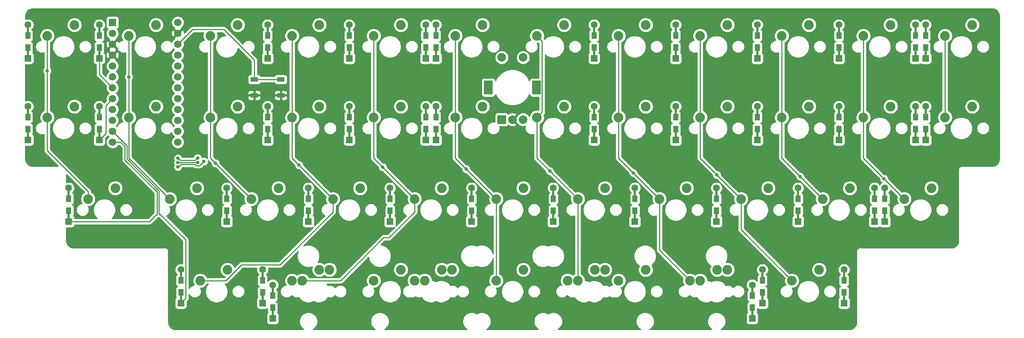
<source format=gbr>
%TF.GenerationSoftware,KiCad,Pcbnew,(5.1.9)-1*%
%TF.CreationDate,2021-08-20T11:44:51-07:00*%
%TF.ProjectId,Ingot,496e676f-742e-46b6-9963-61645f706362,rev?*%
%TF.SameCoordinates,Original*%
%TF.FileFunction,Copper,L2,Bot*%
%TF.FilePolarity,Positive*%
%FSLAX46Y46*%
G04 Gerber Fmt 4.6, Leading zero omitted, Abs format (unit mm)*
G04 Created by KiCad (PCBNEW (5.1.9)-1) date 2021-08-20 11:44:51*
%MOMM*%
%LPD*%
G01*
G04 APERTURE LIST*
%TA.AperFunction,ComponentPad*%
%ADD10C,2.250000*%
%TD*%
%TA.AperFunction,SMDPad,CuDef*%
%ADD11R,1.800000X1.100000*%
%TD*%
%TA.AperFunction,ComponentPad*%
%ADD12C,1.752600*%
%TD*%
%TA.AperFunction,ComponentPad*%
%ADD13R,1.752600X1.752600*%
%TD*%
%TA.AperFunction,ComponentPad*%
%ADD14C,2.000000*%
%TD*%
%TA.AperFunction,ComponentPad*%
%ADD15R,2.000000X3.200000*%
%TD*%
%TA.AperFunction,ComponentPad*%
%ADD16R,2.000000X2.000000*%
%TD*%
%TA.AperFunction,ComponentPad*%
%ADD17R,1.600000X1.600000*%
%TD*%
%TA.AperFunction,ComponentPad*%
%ADD18C,1.600000*%
%TD*%
%TA.AperFunction,SMDPad,CuDef*%
%ADD19R,0.500000X2.900000*%
%TD*%
%TA.AperFunction,SMDPad,CuDef*%
%ADD20R,1.200000X1.600000*%
%TD*%
%TA.AperFunction,ViaPad*%
%ADD21C,0.800000*%
%TD*%
%TA.AperFunction,Conductor*%
%ADD22C,0.250000*%
%TD*%
%TA.AperFunction,Conductor*%
%ADD23C,0.254000*%
%TD*%
%TA.AperFunction,Conductor*%
%ADD24C,0.100000*%
%TD*%
G04 APERTURE END LIST*
D10*
%TO.P,MX40-1u1,2*%
%TO.N,Net-(D40-Pad2)*%
X200184580Y-85407880D03*
%TO.P,MX40-1u1,1*%
%TO.N,c8*%
X193834580Y-87947880D03*
%TD*%
%TO.P,MX39-2u1,2*%
%TO.N,Net-(D39-Pad2)*%
X171609460Y-85407880D03*
%TO.P,MX39-2u1,1*%
%TO.N,c7*%
X165259460Y-87947880D03*
%TD*%
%TO.P,MX38-2u1,2*%
%TO.N,Net-(D38-Pad2)*%
X133509300Y-85407880D03*
%TO.P,MX38-2u1,1*%
%TO.N,Z1*%
X127159300Y-87947880D03*
%TD*%
%TO.P,MX37-1u1,2*%
%TO.N,Net-(D37-Pad2)*%
X104934180Y-85407880D03*
%TO.P,MX37-1u1,1*%
%TO.N,c5*%
X98584180Y-87947880D03*
%TD*%
%TO.P,MX38-6u1,1*%
%TO.N,Z1*%
X146209380Y-87947880D03*
%TO.P,MX38-6u1,2*%
%TO.N,Net-(D38-Pad2)*%
X152559380Y-85407880D03*
%TD*%
%TO.P,MX39-3u1,2*%
%TO.N,Net-(D39-Pad2)*%
X181134500Y-85407880D03*
%TO.P,MX39-3u1,1*%
%TO.N,c7*%
X174784500Y-87947880D03*
%TD*%
%TO.P,MX38-3u1,2*%
%TO.N,Net-(D38-Pad2)*%
X123984260Y-85407880D03*
%TO.P,MX38-3u1,1*%
%TO.N,Z1*%
X117634260Y-87947880D03*
%TD*%
D11*
%TO.P,RESET1,2*%
%TO.N,RST*%
X95969140Y-41012680D03*
X89769140Y-41012680D03*
%TO.P,RESET1,1*%
%TO.N,GND*%
X95969140Y-44712680D03*
X89769140Y-44712680D03*
%TD*%
D12*
%TO.P,PM1,24*%
%TO.N,RAW*%
X71914020Y-27702050D03*
%TO.P,PM1,12*%
%TO.N,r3*%
X56674020Y-55642050D03*
%TO.P,PM1,23*%
%TO.N,GND*%
X71914020Y-30242050D03*
%TO.P,PM1,22*%
%TO.N,RST*%
X71914020Y-32782050D03*
%TO.P,PM1,21*%
%TO.N,VCC*%
X71914020Y-35322050D03*
%TO.P,PM1,20*%
%TO.N,c5*%
X71914020Y-37862050D03*
%TO.P,PM1,19*%
%TO.N,Z1*%
X71914020Y-40402050D03*
%TO.P,PM1,18*%
%TO.N,c7*%
X71914020Y-42942050D03*
%TO.P,PM1,17*%
%TO.N,c8*%
X71914020Y-45482050D03*
%TO.P,PM1,16*%
%TO.N,c9*%
X71914020Y-48022050D03*
%TO.P,PM1,15*%
%TO.N,c10*%
X71914020Y-50562050D03*
%TO.P,PM1,14*%
%TO.N,c11*%
X71914020Y-53102050D03*
%TO.P,PM1,13*%
%TO.N,c12*%
X71914020Y-55642050D03*
%TO.P,PM1,11*%
%TO.N,r4*%
X56674020Y-53102050D03*
%TO.P,PM1,10*%
%TO.N,c4*%
X56674020Y-50562050D03*
%TO.P,PM1,9*%
%TO.N,c3*%
X56674020Y-48022050D03*
%TO.P,PM1,8*%
%TO.N,r2*%
X56674020Y-45482050D03*
%TO.P,PM1,7*%
%TO.N,r1*%
X56674020Y-42942050D03*
%TO.P,PM1,6*%
%TO.N,c2*%
X56674020Y-40402050D03*
%TO.P,PM1,5*%
%TO.N,c1*%
X56674020Y-37862050D03*
%TO.P,PM1,4*%
%TO.N,GND*%
X56674020Y-35322050D03*
%TO.P,PM1,3*%
X56674020Y-32782050D03*
%TO.P,PM1,2*%
%TO.N,X2*%
X56674020Y-30242050D03*
D13*
%TO.P,PM1,1*%
%TO.N,X1*%
X56674020Y-27702050D03*
%TD*%
D10*
%TO.P,MX41,2*%
%TO.N,Net-(D41-Pad2)*%
X221615920Y-85407880D03*
%TO.P,MX41,1*%
%TO.N,c9*%
X215265920Y-87947880D03*
%TD*%
%TO.P,MX40,2*%
%TO.N,Net-(D40-Pad2)*%
X197803320Y-85407880D03*
%TO.P,MX40,1*%
%TO.N,c8*%
X191453320Y-87947880D03*
%TD*%
%TO.P,MX39,2*%
%TO.N,Net-(D39-Pad2)*%
X169228200Y-85407880D03*
%TO.P,MX39,1*%
%TO.N,c7*%
X162878200Y-87947880D03*
%TD*%
%TO.P,MX38,2*%
%TO.N,Net-(D38-Pad2)*%
X135890560Y-85407880D03*
%TO.P,MX38,1*%
%TO.N,Z1*%
X129540560Y-87947880D03*
%TD*%
%TO.P,MX37,2*%
%TO.N,Net-(D37-Pad2)*%
X107315440Y-85407880D03*
%TO.P,MX37,1*%
%TO.N,c5*%
X100965440Y-87947880D03*
%TD*%
%TO.P,MX36,2*%
%TO.N,Net-(D36-Pad2)*%
X83502840Y-85407880D03*
%TO.P,MX36,1*%
%TO.N,c4*%
X77152840Y-87947880D03*
%TD*%
%TO.P,MX35,2*%
%TO.N,Net-(D35-Pad2)*%
X247809780Y-66357800D03*
%TO.P,MX35,1*%
%TO.N,c11*%
X241459780Y-68897800D03*
%TD*%
%TO.P,MX34,2*%
%TO.N,Net-(D34-Pad2)*%
X228759700Y-66357800D03*
%TO.P,MX34,1*%
%TO.N,c10*%
X222409700Y-68897800D03*
%TD*%
%TO.P,MX33,2*%
%TO.N,Net-(D33-Pad2)*%
X209709620Y-66357800D03*
%TO.P,MX33,1*%
%TO.N,c9*%
X203359620Y-68897800D03*
%TD*%
%TO.P,MX32,2*%
%TO.N,Net-(D32-Pad2)*%
X190659540Y-66357800D03*
%TO.P,MX32,1*%
%TO.N,c8*%
X184309540Y-68897800D03*
%TD*%
%TO.P,MX31,2*%
%TO.N,Net-(D31-Pad2)*%
X171609460Y-66357800D03*
%TO.P,MX31,1*%
%TO.N,c7*%
X165259460Y-68897800D03*
%TD*%
%TO.P,MX30,2*%
%TO.N,Net-(D30-Pad2)*%
X152559380Y-66357800D03*
%TO.P,MX30,1*%
%TO.N,Z1*%
X146209380Y-68897800D03*
%TD*%
%TO.P,MX29,2*%
%TO.N,Net-(D29-Pad2)*%
X133509300Y-66357800D03*
%TO.P,MX29,1*%
%TO.N,c5*%
X127159300Y-68897800D03*
%TD*%
%TO.P,MX28,2*%
%TO.N,Net-(D28-Pad2)*%
X114459220Y-66357800D03*
%TO.P,MX28,1*%
%TO.N,c4*%
X108109220Y-68897800D03*
%TD*%
%TO.P,MX27,2*%
%TO.N,Net-(D27-Pad2)*%
X95409140Y-66357800D03*
%TO.P,MX27,1*%
%TO.N,c3*%
X89059140Y-68897800D03*
%TD*%
%TO.P,MX26,2*%
%TO.N,Net-(D26-Pad2)*%
X76359060Y-66357800D03*
%TO.P,MX26,1*%
%TO.N,c2*%
X70009060Y-68897800D03*
%TD*%
%TO.P,MX25,2*%
%TO.N,Net-(D25-Pad2)*%
X57308980Y-66357800D03*
%TO.P,MX25,1*%
%TO.N,c1*%
X50958980Y-68897800D03*
%TD*%
%TO.P,MX24,2*%
%TO.N,Net-(D24-Pad2)*%
X257334820Y-47307720D03*
%TO.P,MX24,1*%
%TO.N,c12*%
X250984820Y-49847720D03*
%TD*%
%TO.P,MX23,2*%
%TO.N,Net-(D23-Pad2)*%
X238284740Y-47307720D03*
%TO.P,MX23,1*%
%TO.N,c11*%
X231934740Y-49847720D03*
%TD*%
%TO.P,MX22,2*%
%TO.N,Net-(D22-Pad2)*%
X219234660Y-47307720D03*
%TO.P,MX22,1*%
%TO.N,c10*%
X212884660Y-49847720D03*
%TD*%
%TO.P,MX21,2*%
%TO.N,Net-(D21-Pad2)*%
X200184580Y-47307720D03*
%TO.P,MX21,1*%
%TO.N,c9*%
X193834580Y-49847720D03*
%TD*%
%TO.P,MX20,2*%
%TO.N,Net-(D20-Pad2)*%
X181134500Y-47307720D03*
%TO.P,MX20,1*%
%TO.N,c8*%
X174784500Y-49847720D03*
%TD*%
%TO.P,MX19,2*%
%TO.N,Net-(D19-Pad2)*%
X162084420Y-47307720D03*
%TO.P,MX19,1*%
%TO.N,c7*%
X155734420Y-49847720D03*
%TD*%
%TO.P,MX18,2*%
%TO.N,Z2*%
X143034340Y-47307720D03*
%TO.P,MX18,1*%
%TO.N,Z1*%
X136684340Y-49847720D03*
%TD*%
%TO.P,MX17,2*%
%TO.N,Net-(D17-Pad2)*%
X123984260Y-47307720D03*
%TO.P,MX17,1*%
%TO.N,c5*%
X117634260Y-49847720D03*
%TD*%
%TO.P,MX16,2*%
%TO.N,Net-(D16-Pad2)*%
X104934180Y-47307720D03*
%TO.P,MX16,1*%
%TO.N,c4*%
X98584180Y-49847720D03*
%TD*%
%TO.P,MX15,2*%
%TO.N,Net-(D15-Pad2)*%
X85884100Y-47307720D03*
%TO.P,MX15,1*%
%TO.N,c3*%
X79534100Y-49847720D03*
%TD*%
%TO.P,MX14,2*%
%TO.N,Net-(D14-Pad2)*%
X66834020Y-47307720D03*
%TO.P,MX14,1*%
%TO.N,c2*%
X60484020Y-49847720D03*
%TD*%
%TO.P,MX13,2*%
%TO.N,Net-(D13-Pad2)*%
X47783940Y-47307720D03*
%TO.P,MX13,1*%
%TO.N,c1*%
X41433940Y-49847720D03*
%TD*%
%TO.P,MX12,2*%
%TO.N,Net-(D12-Pad2)*%
X257334820Y-28257640D03*
%TO.P,MX12,1*%
%TO.N,c12*%
X250984820Y-30797640D03*
%TD*%
%TO.P,MX11,2*%
%TO.N,Net-(D11-Pad2)*%
X238284740Y-28257640D03*
%TO.P,MX11,1*%
%TO.N,c11*%
X231934740Y-30797640D03*
%TD*%
%TO.P,MX10,2*%
%TO.N,Net-(D10-Pad2)*%
X219234660Y-28257640D03*
%TO.P,MX10,1*%
%TO.N,c10*%
X212884660Y-30797640D03*
%TD*%
%TO.P,MX9,2*%
%TO.N,Net-(D9-Pad2)*%
X200184580Y-28257640D03*
%TO.P,MX9,1*%
%TO.N,c9*%
X193834580Y-30797640D03*
%TD*%
%TO.P,MX8,2*%
%TO.N,Net-(D8-Pad2)*%
X181134500Y-28257640D03*
%TO.P,MX8,1*%
%TO.N,c8*%
X174784500Y-30797640D03*
%TD*%
%TO.P,MX7,2*%
%TO.N,Net-(D7-Pad2)*%
X162084420Y-28257640D03*
%TO.P,MX7,1*%
%TO.N,c7*%
X155734420Y-30797640D03*
%TD*%
%TO.P,MX6,2*%
%TO.N,Net-(D6-Pad2)*%
X143034340Y-28257640D03*
%TO.P,MX6,1*%
%TO.N,Z1*%
X136684340Y-30797640D03*
%TD*%
%TO.P,MX5,2*%
%TO.N,Net-(D5-Pad2)*%
X123984260Y-28257640D03*
%TO.P,MX5,1*%
%TO.N,c5*%
X117634260Y-30797640D03*
%TD*%
%TO.P,MX4,2*%
%TO.N,Net-(D4-Pad2)*%
X104934180Y-28257640D03*
%TO.P,MX4,1*%
%TO.N,c4*%
X98584180Y-30797640D03*
%TD*%
%TO.P,MX3,2*%
%TO.N,Net-(D3-Pad2)*%
X85884100Y-28257640D03*
%TO.P,MX3,1*%
%TO.N,c3*%
X79534100Y-30797640D03*
%TD*%
%TO.P,MX2,2*%
%TO.N,Net-(D2-Pad2)*%
X66834020Y-28257640D03*
%TO.P,MX2,1*%
%TO.N,c2*%
X60484020Y-30797640D03*
%TD*%
%TO.P,MX1,2*%
%TO.N,Net-(D1-Pad2)*%
X47783940Y-28257640D03*
%TO.P,MX1,1*%
%TO.N,c1*%
X41433940Y-30797640D03*
%TD*%
D14*
%TO.P,KNOB1,S1*%
%TO.N,X1*%
X152519380Y-35862680D03*
%TO.P,KNOB1,S2*%
%TO.N,X2*%
X147519380Y-35862680D03*
D15*
%TO.P,KNOB1,MP*%
%TO.N,N/C*%
X155619380Y-42862680D03*
X144419380Y-42862680D03*
D14*
%TO.P,KNOB1,B*%
%TO.N,Z2*%
X152519380Y-50362680D03*
%TO.P,KNOB1,C*%
%TO.N,GND*%
X150019380Y-50362680D03*
D16*
%TO.P,KNOB1,A*%
%TO.N,Z1*%
X147519380Y-50362680D03*
%TD*%
D17*
%TO.P,D41,1*%
%TO.N,r4*%
X227410330Y-93197250D03*
D18*
%TO.P,D41,2*%
%TO.N,Net-(D41-Pad2)*%
X227410330Y-85397250D03*
D19*
%TO.P,D41,1*%
%TO.N,r4*%
X227410330Y-91797250D03*
D20*
X227410330Y-90697250D03*
%TO.P,D41,2*%
%TO.N,Net-(D41-Pad2)*%
X227410330Y-87897250D03*
D19*
X227410330Y-86797250D03*
%TD*%
D17*
%TO.P,D40,1*%
%TO.N,r4*%
X208360250Y-93197250D03*
D18*
%TO.P,D40,2*%
%TO.N,Net-(D40-Pad2)*%
X208360250Y-85397250D03*
D19*
%TO.P,D40,1*%
%TO.N,r4*%
X208360250Y-91797250D03*
D20*
X208360250Y-90697250D03*
%TO.P,D40,2*%
%TO.N,Net-(D40-Pad2)*%
X208360250Y-87897250D03*
D19*
X208360250Y-86797250D03*
%TD*%
D17*
%TO.P,D39,1*%
%TO.N,r4*%
X205978990Y-96769140D03*
D18*
%TO.P,D39,2*%
%TO.N,Net-(D39-Pad2)*%
X205978990Y-88969140D03*
D19*
%TO.P,D39,1*%
%TO.N,r4*%
X205978990Y-95369140D03*
D20*
X205978990Y-94269140D03*
%TO.P,D39,2*%
%TO.N,Net-(D39-Pad2)*%
X205978990Y-91469140D03*
D19*
X205978990Y-90369140D03*
%TD*%
D17*
%TO.P,D38,1*%
%TO.N,r4*%
X94059770Y-96769140D03*
D18*
%TO.P,D38,2*%
%TO.N,Net-(D38-Pad2)*%
X94059770Y-88969140D03*
D19*
%TO.P,D38,1*%
%TO.N,r4*%
X94059770Y-95369140D03*
D20*
X94059770Y-94269140D03*
%TO.P,D38,2*%
%TO.N,Net-(D38-Pad2)*%
X94059770Y-91469140D03*
D19*
X94059770Y-90369140D03*
%TD*%
D17*
%TO.P,D37,1*%
%TO.N,r4*%
X91678510Y-93197250D03*
D18*
%TO.P,D37,2*%
%TO.N,Net-(D37-Pad2)*%
X91678510Y-85397250D03*
D19*
%TO.P,D37,1*%
%TO.N,r4*%
X91678510Y-91797250D03*
D20*
X91678510Y-90697250D03*
%TO.P,D37,2*%
%TO.N,Net-(D37-Pad2)*%
X91678510Y-87897250D03*
D19*
X91678510Y-86797250D03*
%TD*%
D17*
%TO.P,D36,1*%
%TO.N,r4*%
X72628430Y-93197250D03*
D18*
%TO.P,D36,2*%
%TO.N,Net-(D36-Pad2)*%
X72628430Y-85397250D03*
D19*
%TO.P,D36,1*%
%TO.N,r4*%
X72628430Y-91797250D03*
D20*
X72628430Y-90697250D03*
%TO.P,D36,2*%
%TO.N,Net-(D36-Pad2)*%
X72628430Y-87897250D03*
D19*
X72628430Y-86797250D03*
%TD*%
D17*
%TO.P,D35,1*%
%TO.N,r3*%
X236935370Y-74147170D03*
D18*
%TO.P,D35,2*%
%TO.N,Net-(D35-Pad2)*%
X236935370Y-66347170D03*
D19*
%TO.P,D35,1*%
%TO.N,r3*%
X236935370Y-72747170D03*
D20*
X236935370Y-71647170D03*
%TO.P,D35,2*%
%TO.N,Net-(D35-Pad2)*%
X236935370Y-68847170D03*
D19*
X236935370Y-67747170D03*
%TD*%
D17*
%TO.P,D34,1*%
%TO.N,r3*%
X234554110Y-74147170D03*
D18*
%TO.P,D34,2*%
%TO.N,Net-(D34-Pad2)*%
X234554110Y-66347170D03*
D19*
%TO.P,D34,1*%
%TO.N,r3*%
X234554110Y-72747170D03*
D20*
X234554110Y-71647170D03*
%TO.P,D34,2*%
%TO.N,Net-(D34-Pad2)*%
X234554110Y-68847170D03*
D19*
X234554110Y-67747170D03*
%TD*%
D17*
%TO.P,D33,1*%
%TO.N,r3*%
X216694660Y-74147170D03*
D18*
%TO.P,D33,2*%
%TO.N,Net-(D33-Pad2)*%
X216694660Y-66347170D03*
D19*
%TO.P,D33,1*%
%TO.N,r3*%
X216694660Y-72747170D03*
D20*
X216694660Y-71647170D03*
%TO.P,D33,2*%
%TO.N,Net-(D33-Pad2)*%
X216694660Y-68847170D03*
D19*
X216694660Y-67747170D03*
%TD*%
D17*
%TO.P,D32,1*%
%TO.N,r3*%
X197644580Y-74147170D03*
D18*
%TO.P,D32,2*%
%TO.N,Net-(D32-Pad2)*%
X197644580Y-66347170D03*
D19*
%TO.P,D32,1*%
%TO.N,r3*%
X197644580Y-72747170D03*
D20*
X197644580Y-71647170D03*
%TO.P,D32,2*%
%TO.N,Net-(D32-Pad2)*%
X197644580Y-68847170D03*
D19*
X197644580Y-67747170D03*
%TD*%
D17*
%TO.P,D31,1*%
%TO.N,r3*%
X178594500Y-74147170D03*
D18*
%TO.P,D31,2*%
%TO.N,Net-(D31-Pad2)*%
X178594500Y-66347170D03*
D19*
%TO.P,D31,1*%
%TO.N,r3*%
X178594500Y-72747170D03*
D20*
X178594500Y-71647170D03*
%TO.P,D31,2*%
%TO.N,Net-(D31-Pad2)*%
X178594500Y-68847170D03*
D19*
X178594500Y-67747170D03*
%TD*%
D17*
%TO.P,D30,1*%
%TO.N,r3*%
X159544420Y-74147170D03*
D18*
%TO.P,D30,2*%
%TO.N,Net-(D30-Pad2)*%
X159544420Y-66347170D03*
D19*
%TO.P,D30,1*%
%TO.N,r3*%
X159544420Y-72747170D03*
D20*
X159544420Y-71647170D03*
%TO.P,D30,2*%
%TO.N,Net-(D30-Pad2)*%
X159544420Y-68847170D03*
D19*
X159544420Y-67747170D03*
%TD*%
D17*
%TO.P,D29,1*%
%TO.N,r3*%
X140494340Y-74147170D03*
D18*
%TO.P,D29,2*%
%TO.N,Net-(D29-Pad2)*%
X140494340Y-66347170D03*
D19*
%TO.P,D29,1*%
%TO.N,r3*%
X140494340Y-72747170D03*
D20*
X140494340Y-71647170D03*
%TO.P,D29,2*%
%TO.N,Net-(D29-Pad2)*%
X140494340Y-68847170D03*
D19*
X140494340Y-67747170D03*
%TD*%
D17*
%TO.P,D28,1*%
%TO.N,r3*%
X121444260Y-74147170D03*
D18*
%TO.P,D28,2*%
%TO.N,Net-(D28-Pad2)*%
X121444260Y-66347170D03*
D19*
%TO.P,D28,1*%
%TO.N,r3*%
X121444260Y-72747170D03*
D20*
X121444260Y-71647170D03*
%TO.P,D28,2*%
%TO.N,Net-(D28-Pad2)*%
X121444260Y-68847170D03*
D19*
X121444260Y-67747170D03*
%TD*%
D17*
%TO.P,D27,1*%
%TO.N,r3*%
X102394180Y-74147170D03*
D18*
%TO.P,D27,2*%
%TO.N,Net-(D27-Pad2)*%
X102394180Y-66347170D03*
D19*
%TO.P,D27,1*%
%TO.N,r3*%
X102394180Y-72747170D03*
D20*
X102394180Y-71647170D03*
%TO.P,D27,2*%
%TO.N,Net-(D27-Pad2)*%
X102394180Y-68847170D03*
D19*
X102394180Y-67747170D03*
%TD*%
D17*
%TO.P,D26,1*%
%TO.N,r3*%
X83344100Y-74147170D03*
D18*
%TO.P,D26,2*%
%TO.N,Net-(D26-Pad2)*%
X83344100Y-66347170D03*
D19*
%TO.P,D26,1*%
%TO.N,r3*%
X83344100Y-72747170D03*
D20*
X83344100Y-71647170D03*
%TO.P,D26,2*%
%TO.N,Net-(D26-Pad2)*%
X83344100Y-68847170D03*
D19*
X83344100Y-67747170D03*
%TD*%
D17*
%TO.P,D25,1*%
%TO.N,r3*%
X46434570Y-74147170D03*
D18*
%TO.P,D25,2*%
%TO.N,Net-(D25-Pad2)*%
X46434570Y-66347170D03*
D19*
%TO.P,D25,1*%
%TO.N,r3*%
X46434570Y-72747170D03*
D20*
X46434570Y-71647170D03*
%TO.P,D25,2*%
%TO.N,Net-(D25-Pad2)*%
X46434570Y-68847170D03*
D19*
X46434570Y-67747170D03*
%TD*%
D17*
%TO.P,D24,1*%
%TO.N,r2*%
X246460410Y-55097090D03*
D18*
%TO.P,D24,2*%
%TO.N,Net-(D24-Pad2)*%
X246460410Y-47297090D03*
D19*
%TO.P,D24,1*%
%TO.N,r2*%
X246460410Y-53697090D03*
D20*
X246460410Y-52597090D03*
%TO.P,D24,2*%
%TO.N,Net-(D24-Pad2)*%
X246460410Y-49797090D03*
D19*
X246460410Y-48697090D03*
%TD*%
D17*
%TO.P,D23,1*%
%TO.N,r2*%
X244079150Y-55097090D03*
D18*
%TO.P,D23,2*%
%TO.N,Net-(D23-Pad2)*%
X244079150Y-47297090D03*
D19*
%TO.P,D23,1*%
%TO.N,r2*%
X244079150Y-53697090D03*
D20*
X244079150Y-52597090D03*
%TO.P,D23,2*%
%TO.N,Net-(D23-Pad2)*%
X244079150Y-49797090D03*
D19*
X244079150Y-48697090D03*
%TD*%
D17*
%TO.P,D22,1*%
%TO.N,r2*%
X226219700Y-55097090D03*
D18*
%TO.P,D22,2*%
%TO.N,Net-(D22-Pad2)*%
X226219700Y-47297090D03*
D19*
%TO.P,D22,1*%
%TO.N,r2*%
X226219700Y-53697090D03*
D20*
X226219700Y-52597090D03*
%TO.P,D22,2*%
%TO.N,Net-(D22-Pad2)*%
X226219700Y-49797090D03*
D19*
X226219700Y-48697090D03*
%TD*%
D17*
%TO.P,D21,1*%
%TO.N,r2*%
X207169620Y-55097090D03*
D18*
%TO.P,D21,2*%
%TO.N,Net-(D21-Pad2)*%
X207169620Y-47297090D03*
D19*
%TO.P,D21,1*%
%TO.N,r2*%
X207169620Y-53697090D03*
D20*
X207169620Y-52597090D03*
%TO.P,D21,2*%
%TO.N,Net-(D21-Pad2)*%
X207169620Y-49797090D03*
D19*
X207169620Y-48697090D03*
%TD*%
D17*
%TO.P,D20,1*%
%TO.N,r2*%
X188119540Y-55097090D03*
D18*
%TO.P,D20,2*%
%TO.N,Net-(D20-Pad2)*%
X188119540Y-47297090D03*
D19*
%TO.P,D20,1*%
%TO.N,r2*%
X188119540Y-53697090D03*
D20*
X188119540Y-52597090D03*
%TO.P,D20,2*%
%TO.N,Net-(D20-Pad2)*%
X188119540Y-49797090D03*
D19*
X188119540Y-48697090D03*
%TD*%
D17*
%TO.P,D19,1*%
%TO.N,r2*%
X169069460Y-55097090D03*
D18*
%TO.P,D19,2*%
%TO.N,Net-(D19-Pad2)*%
X169069460Y-47297090D03*
D19*
%TO.P,D19,1*%
%TO.N,r2*%
X169069460Y-53697090D03*
D20*
X169069460Y-52597090D03*
%TO.P,D19,2*%
%TO.N,Net-(D19-Pad2)*%
X169069460Y-49797090D03*
D19*
X169069460Y-48697090D03*
%TD*%
D17*
%TO.P,D18,1*%
%TO.N,r2*%
X132159930Y-55097090D03*
D18*
%TO.P,D18,2*%
%TO.N,Z2*%
X132159930Y-47297090D03*
D19*
%TO.P,D18,1*%
%TO.N,r2*%
X132159930Y-53697090D03*
D20*
X132159930Y-52597090D03*
%TO.P,D18,2*%
%TO.N,Z2*%
X132159930Y-49797090D03*
D19*
X132159930Y-48697090D03*
%TD*%
D17*
%TO.P,D17,1*%
%TO.N,r2*%
X129778670Y-55097090D03*
D18*
%TO.P,D17,2*%
%TO.N,Net-(D17-Pad2)*%
X129778670Y-47297090D03*
D19*
%TO.P,D17,1*%
%TO.N,r2*%
X129778670Y-53697090D03*
D20*
X129778670Y-52597090D03*
%TO.P,D17,2*%
%TO.N,Net-(D17-Pad2)*%
X129778670Y-49797090D03*
D19*
X129778670Y-48697090D03*
%TD*%
D17*
%TO.P,D16,1*%
%TO.N,r2*%
X111919220Y-55097090D03*
D18*
%TO.P,D16,2*%
%TO.N,Net-(D16-Pad2)*%
X111919220Y-47297090D03*
D19*
%TO.P,D16,1*%
%TO.N,r2*%
X111919220Y-53697090D03*
D20*
X111919220Y-52597090D03*
%TO.P,D16,2*%
%TO.N,Net-(D16-Pad2)*%
X111919220Y-49797090D03*
D19*
X111919220Y-48697090D03*
%TD*%
D17*
%TO.P,D15,1*%
%TO.N,r2*%
X92869140Y-55097090D03*
D18*
%TO.P,D15,2*%
%TO.N,Net-(D15-Pad2)*%
X92869140Y-47297090D03*
D19*
%TO.P,D15,1*%
%TO.N,r2*%
X92869140Y-53697090D03*
D20*
X92869140Y-52597090D03*
%TO.P,D15,2*%
%TO.N,Net-(D15-Pad2)*%
X92869140Y-49797090D03*
D19*
X92869140Y-48697090D03*
%TD*%
D17*
%TO.P,D14,1*%
%TO.N,r2*%
X53578350Y-55097090D03*
D18*
%TO.P,D14,2*%
%TO.N,Net-(D14-Pad2)*%
X53578350Y-47297090D03*
D19*
%TO.P,D14,1*%
%TO.N,r2*%
X53578350Y-53697090D03*
D20*
X53578350Y-52597090D03*
%TO.P,D14,2*%
%TO.N,Net-(D14-Pad2)*%
X53578350Y-49797090D03*
D19*
X53578350Y-48697090D03*
%TD*%
D17*
%TO.P,D13,1*%
%TO.N,r2*%
X36909530Y-55097090D03*
D18*
%TO.P,D13,2*%
%TO.N,Net-(D13-Pad2)*%
X36909530Y-47297090D03*
D19*
%TO.P,D13,1*%
%TO.N,r2*%
X36909530Y-53697090D03*
D20*
X36909530Y-52597090D03*
%TO.P,D13,2*%
%TO.N,Net-(D13-Pad2)*%
X36909530Y-49797090D03*
D19*
X36909530Y-48697090D03*
%TD*%
D17*
%TO.P,D12,1*%
%TO.N,r1*%
X246460410Y-36047010D03*
D18*
%TO.P,D12,2*%
%TO.N,Net-(D12-Pad2)*%
X246460410Y-28247010D03*
D19*
%TO.P,D12,1*%
%TO.N,r1*%
X246460410Y-34647010D03*
D20*
X246460410Y-33547010D03*
%TO.P,D12,2*%
%TO.N,Net-(D12-Pad2)*%
X246460410Y-30747010D03*
D19*
X246460410Y-29647010D03*
%TD*%
D17*
%TO.P,D11,1*%
%TO.N,r1*%
X244079150Y-36047010D03*
D18*
%TO.P,D11,2*%
%TO.N,Net-(D11-Pad2)*%
X244079150Y-28247010D03*
D19*
%TO.P,D11,1*%
%TO.N,r1*%
X244079150Y-34647010D03*
D20*
X244079150Y-33547010D03*
%TO.P,D11,2*%
%TO.N,Net-(D11-Pad2)*%
X244079150Y-30747010D03*
D19*
X244079150Y-29647010D03*
%TD*%
D17*
%TO.P,D10,1*%
%TO.N,r1*%
X226219700Y-36047010D03*
D18*
%TO.P,D10,2*%
%TO.N,Net-(D10-Pad2)*%
X226219700Y-28247010D03*
D19*
%TO.P,D10,1*%
%TO.N,r1*%
X226219700Y-34647010D03*
D20*
X226219700Y-33547010D03*
%TO.P,D10,2*%
%TO.N,Net-(D10-Pad2)*%
X226219700Y-30747010D03*
D19*
X226219700Y-29647010D03*
%TD*%
D17*
%TO.P,D9,1*%
%TO.N,r1*%
X207169620Y-36047010D03*
D18*
%TO.P,D9,2*%
%TO.N,Net-(D9-Pad2)*%
X207169620Y-28247010D03*
D19*
%TO.P,D9,1*%
%TO.N,r1*%
X207169620Y-34647010D03*
D20*
X207169620Y-33547010D03*
%TO.P,D9,2*%
%TO.N,Net-(D9-Pad2)*%
X207169620Y-30747010D03*
D19*
X207169620Y-29647010D03*
%TD*%
D17*
%TO.P,D8,1*%
%TO.N,r1*%
X188119540Y-36047010D03*
D18*
%TO.P,D8,2*%
%TO.N,Net-(D8-Pad2)*%
X188119540Y-28247010D03*
D19*
%TO.P,D8,1*%
%TO.N,r1*%
X188119540Y-34647010D03*
D20*
X188119540Y-33547010D03*
%TO.P,D8,2*%
%TO.N,Net-(D8-Pad2)*%
X188119540Y-30747010D03*
D19*
X188119540Y-29647010D03*
%TD*%
D17*
%TO.P,D7,1*%
%TO.N,r1*%
X169069460Y-36047010D03*
D18*
%TO.P,D7,2*%
%TO.N,Net-(D7-Pad2)*%
X169069460Y-28247010D03*
D19*
%TO.P,D7,1*%
%TO.N,r1*%
X169069460Y-34647010D03*
D20*
X169069460Y-33547010D03*
%TO.P,D7,2*%
%TO.N,Net-(D7-Pad2)*%
X169069460Y-30747010D03*
D19*
X169069460Y-29647010D03*
%TD*%
D17*
%TO.P,D6,1*%
%TO.N,r1*%
X132159930Y-36047010D03*
D18*
%TO.P,D6,2*%
%TO.N,Net-(D6-Pad2)*%
X132159930Y-28247010D03*
D19*
%TO.P,D6,1*%
%TO.N,r1*%
X132159930Y-34647010D03*
D20*
X132159930Y-33547010D03*
%TO.P,D6,2*%
%TO.N,Net-(D6-Pad2)*%
X132159930Y-30747010D03*
D19*
X132159930Y-29647010D03*
%TD*%
D17*
%TO.P,D5,1*%
%TO.N,r1*%
X129778670Y-36047010D03*
D18*
%TO.P,D5,2*%
%TO.N,Net-(D5-Pad2)*%
X129778670Y-28247010D03*
D19*
%TO.P,D5,1*%
%TO.N,r1*%
X129778670Y-34647010D03*
D20*
X129778670Y-33547010D03*
%TO.P,D5,2*%
%TO.N,Net-(D5-Pad2)*%
X129778670Y-30747010D03*
D19*
X129778670Y-29647010D03*
%TD*%
D17*
%TO.P,D4,1*%
%TO.N,r1*%
X111919220Y-36047010D03*
D18*
%TO.P,D4,2*%
%TO.N,Net-(D4-Pad2)*%
X111919220Y-28247010D03*
D19*
%TO.P,D4,1*%
%TO.N,r1*%
X111919220Y-34647010D03*
D20*
X111919220Y-33547010D03*
%TO.P,D4,2*%
%TO.N,Net-(D4-Pad2)*%
X111919220Y-30747010D03*
D19*
X111919220Y-29647010D03*
%TD*%
D17*
%TO.P,D3,1*%
%TO.N,r1*%
X92869140Y-36047010D03*
D18*
%TO.P,D3,2*%
%TO.N,Net-(D3-Pad2)*%
X92869140Y-28247010D03*
D19*
%TO.P,D3,1*%
%TO.N,r1*%
X92869140Y-34647010D03*
D20*
X92869140Y-33547010D03*
%TO.P,D3,2*%
%TO.N,Net-(D3-Pad2)*%
X92869140Y-30747010D03*
D19*
X92869140Y-29647010D03*
%TD*%
D17*
%TO.P,D2,1*%
%TO.N,r1*%
X53578350Y-36047010D03*
D18*
%TO.P,D2,2*%
%TO.N,Net-(D2-Pad2)*%
X53578350Y-28247010D03*
D19*
%TO.P,D2,1*%
%TO.N,r1*%
X53578350Y-34647010D03*
D20*
X53578350Y-33547010D03*
%TO.P,D2,2*%
%TO.N,Net-(D2-Pad2)*%
X53578350Y-30747010D03*
D19*
X53578350Y-29647010D03*
%TD*%
D17*
%TO.P,D1,1*%
%TO.N,r1*%
X36909530Y-36047010D03*
D18*
%TO.P,D1,2*%
%TO.N,Net-(D1-Pad2)*%
X36909530Y-28247010D03*
D19*
%TO.P,D1,1*%
%TO.N,r1*%
X36909530Y-34647010D03*
D20*
X36909530Y-33547010D03*
%TO.P,D1,2*%
%TO.N,Net-(D1-Pad2)*%
X36909530Y-30747010D03*
D19*
X36909530Y-29647010D03*
%TD*%
D21*
%TO.N,r2*%
X71940311Y-61400003D03*
X77990377Y-60132709D03*
%TO.N,c1*%
X41433940Y-38966060D03*
%TO.N,c2*%
X60484020Y-40384020D03*
%TO.N,c3*%
X80730670Y-60569330D03*
X76540376Y-59359909D03*
X71940311Y-59399997D03*
%TO.N,c4*%
X100205710Y-60994290D03*
X76540376Y-60359912D03*
X71940311Y-60400000D03*
%TO.N,c5*%
X119730750Y-61469250D03*
%TO.N,c7*%
X158730830Y-62369170D03*
%TO.N,c8*%
X178205870Y-62794130D03*
%TO.N,c9*%
X197730910Y-63269090D03*
%TO.N,c10*%
X217155950Y-63644050D03*
%TO.N,c11*%
X236730990Y-64169010D03*
%TO.N,Z1*%
X139205790Y-61894210D03*
%TD*%
D22*
%TO.N,X1*%
X57000000Y-27376070D02*
X56674020Y-27702050D01*
%TO.N,X2*%
X56674020Y-30039652D02*
X56674020Y-30242050D01*
%TO.N,RST*%
X95969140Y-41012680D02*
X89769140Y-41012680D01*
X89769140Y-36458682D02*
X89769140Y-41012680D01*
X82658097Y-29347639D02*
X89769140Y-36458682D01*
X75348431Y-29347639D02*
X82658097Y-29347639D01*
X71914020Y-32782050D02*
X75348431Y-29347639D01*
%TO.N,r1*%
X53578350Y-39846380D02*
X53578350Y-36047010D01*
X56674020Y-42942050D02*
X53578350Y-39846380D01*
%TO.N,r2*%
X56674020Y-45482050D02*
X55100000Y-47056070D01*
X55100000Y-53575440D02*
X53578350Y-55097090D01*
X55100000Y-47056070D02*
X55100000Y-53575440D01*
X72099997Y-61400003D02*
X72690078Y-60809922D01*
X71940311Y-61400003D02*
X72099997Y-61400003D01*
X75917384Y-60809922D02*
X76207462Y-61100000D01*
X72690078Y-60809922D02*
X75917384Y-60809922D01*
X77023086Y-61100000D02*
X77990377Y-60132709D01*
X76207462Y-61100000D02*
X77023086Y-61100000D01*
%TO.N,r3*%
X46434570Y-74147170D02*
X65341879Y-74147170D01*
X65341879Y-74147170D02*
X67089049Y-72400000D01*
X67089049Y-72400000D02*
X67089049Y-67250609D01*
X67089049Y-67250609D02*
X59584000Y-59745560D01*
X59584000Y-59745560D02*
X59584000Y-56648440D01*
X58577610Y-55642050D02*
X59584000Y-56648440D01*
X56674020Y-55642050D02*
X58577610Y-55642050D01*
%TO.N,r4*%
X73753431Y-92072249D02*
X72628430Y-93197250D01*
X73753431Y-78453431D02*
X73753431Y-92072249D01*
X67539059Y-67064209D02*
X67539059Y-72239059D01*
X67539059Y-72239059D02*
X73753431Y-78453431D01*
X60034010Y-59559160D02*
X67539059Y-67064209D01*
X60034010Y-56462040D02*
X60034010Y-59559160D01*
X56674020Y-53102050D02*
X60034010Y-56462040D01*
%TO.N,c1*%
X50958980Y-67132812D02*
X50958980Y-68897800D01*
X41433940Y-57607772D02*
X50958980Y-67132812D01*
X41433940Y-49847720D02*
X41433940Y-57607772D01*
X41433940Y-30797640D02*
X41433940Y-37833940D01*
X41433940Y-38966060D02*
X41433940Y-49847720D01*
X41433940Y-37833940D02*
X41433940Y-38966060D01*
%TO.N,c2*%
X60484020Y-59372760D02*
X70009060Y-68897800D01*
X60484020Y-49847720D02*
X60484020Y-59372760D01*
X60484020Y-40384020D02*
X60484020Y-49847720D01*
X60484020Y-30797640D02*
X60484020Y-40384020D01*
%TO.N,c3*%
X79534100Y-30797640D02*
X79534100Y-49847720D01*
X79534100Y-59372760D02*
X80730670Y-60569330D01*
X79534100Y-49847720D02*
X79534100Y-59372760D01*
X80730670Y-60569330D02*
X89059140Y-68897800D01*
X76440091Y-59359909D02*
X76540376Y-59359909D01*
X75890098Y-59909902D02*
X76440091Y-59359909D01*
X72509902Y-59909902D02*
X75890098Y-59909902D01*
X71999997Y-59399997D02*
X72509902Y-59909902D01*
X71940311Y-59399997D02*
X71999997Y-59399997D01*
%TO.N,c4*%
X95780773Y-84272249D02*
X86784473Y-84272249D01*
X86784473Y-84272249D02*
X83108842Y-87947880D01*
X108109220Y-71943802D02*
X95780773Y-84272249D01*
X83108842Y-87947880D02*
X77152840Y-87947880D01*
X108109220Y-68897800D02*
X108109220Y-71943802D01*
X98584180Y-49847720D02*
X98584180Y-30797640D01*
X98584180Y-59372760D02*
X100205710Y-60994290D01*
X98584180Y-49847720D02*
X98584180Y-59372760D01*
X100205710Y-60994290D02*
X108109220Y-68897800D01*
X71980399Y-60359912D02*
X71940311Y-60400000D01*
X76540376Y-60359912D02*
X71980399Y-60359912D01*
%TO.N,c5*%
X117634260Y-30797640D02*
X117634260Y-49847720D01*
X117634260Y-59372760D02*
X119730750Y-61469250D01*
X117634260Y-49847720D02*
X117634260Y-59372760D01*
X100965440Y-87947880D02*
X109916076Y-87947880D01*
X121171124Y-77931978D02*
X119931978Y-77931978D01*
X127159300Y-71943802D02*
X121171124Y-77931978D01*
X127159300Y-68897800D02*
X127159300Y-71943802D01*
X109916076Y-87947880D02*
X119931978Y-77931978D01*
X119730750Y-61469250D02*
X127159300Y-68897800D01*
%TO.N,c7*%
X156944381Y-48637759D02*
X155734420Y-49847720D01*
X156944381Y-32007601D02*
X156944381Y-48637759D01*
X155734420Y-30797640D02*
X156944381Y-32007601D01*
X155734420Y-59372760D02*
X158730830Y-62369170D01*
X155734420Y-49847720D02*
X155734420Y-59372760D01*
X165259460Y-68897800D02*
X165259460Y-87947880D01*
X158730830Y-62369170D02*
X165259460Y-68897800D01*
%TO.N,c8*%
X174784500Y-30797640D02*
X174784500Y-49847720D01*
X174784500Y-59372760D02*
X178205870Y-62794130D01*
X174784500Y-49847720D02*
X174784500Y-59372760D01*
X184309540Y-80804100D02*
X191453320Y-87947880D01*
X184309540Y-68897800D02*
X184309540Y-80804100D01*
X178205870Y-62794130D02*
X184309540Y-68897800D01*
%TO.N,c9*%
X193834580Y-30797640D02*
X193834580Y-49847720D01*
X193834580Y-59372760D02*
X197730910Y-63269090D01*
X193834580Y-49847720D02*
X193834580Y-59372760D01*
X203359620Y-76041580D02*
X215265920Y-87947880D01*
X203359620Y-68897800D02*
X203359620Y-76041580D01*
X197730910Y-63269090D02*
X203359620Y-68897800D01*
%TO.N,c10*%
X212884660Y-59372760D02*
X212884660Y-49847720D01*
X222409700Y-68897800D02*
X217155950Y-63644050D01*
X212884660Y-32831638D02*
X212884660Y-30797640D01*
X212884660Y-49847720D02*
X212884660Y-32831638D01*
X217155950Y-63644050D02*
X212884660Y-59372760D01*
%TO.N,c11*%
X231934740Y-30797640D02*
X231934740Y-49847720D01*
X231934740Y-59372760D02*
X236730990Y-64169010D01*
X231934740Y-49847720D02*
X231934740Y-59372760D01*
X236730990Y-64169010D02*
X241459780Y-68897800D01*
%TO.N,c12*%
X250984820Y-30797640D02*
X250984820Y-49847720D01*
%TO.N,Z1*%
X136684340Y-30797640D02*
X136684340Y-49847720D01*
X136684340Y-59372760D02*
X139205790Y-61894210D01*
X136684340Y-49847720D02*
X136684340Y-59372760D01*
X146209380Y-68897800D02*
X146209380Y-87947880D01*
X139205790Y-61894210D02*
X146209380Y-68897800D01*
%TD*%
D23*
%TO.N,GND*%
X262272311Y-24508486D02*
X262593314Y-24605402D01*
X262889380Y-24762823D01*
X263149227Y-24974749D01*
X263362965Y-25233112D01*
X263522448Y-25528070D01*
X263621604Y-25848392D01*
X263659861Y-26212383D01*
X263659860Y-59499221D01*
X263623974Y-59865211D01*
X263527057Y-60186218D01*
X263369637Y-60482279D01*
X263157709Y-60742128D01*
X262899346Y-60955866D01*
X262604390Y-61115348D01*
X262284068Y-61214504D01*
X261920087Y-61252760D01*
X254827239Y-61252760D01*
X254794820Y-61249567D01*
X254762401Y-61252760D01*
X254665437Y-61262310D01*
X254541027Y-61300050D01*
X254426370Y-61361335D01*
X254325872Y-61443812D01*
X254243395Y-61544310D01*
X254182110Y-61658967D01*
X254144370Y-61783377D01*
X254131627Y-61912760D01*
X254134821Y-61945189D01*
X254134820Y-78549301D01*
X254098934Y-78915291D01*
X254002017Y-79236298D01*
X253844597Y-79532359D01*
X253632669Y-79792208D01*
X253374306Y-80005946D01*
X253079350Y-80165428D01*
X252759028Y-80264584D01*
X252395047Y-80302840D01*
X231014639Y-80302840D01*
X230982220Y-80299647D01*
X230949801Y-80302840D01*
X230852837Y-80312390D01*
X230728427Y-80350130D01*
X230613770Y-80411415D01*
X230513272Y-80493892D01*
X230430795Y-80594390D01*
X230369510Y-80709047D01*
X230331770Y-80833457D01*
X230319027Y-80962840D01*
X230322221Y-80995269D01*
X230322220Y-97599381D01*
X230286334Y-97965371D01*
X230189417Y-98286378D01*
X230031997Y-98582439D01*
X229820069Y-98842288D01*
X229561706Y-99056026D01*
X229266750Y-99215508D01*
X228946428Y-99314664D01*
X228582447Y-99352920D01*
X198716918Y-99352920D01*
X199020782Y-99149884D01*
X199321504Y-98849162D01*
X199557781Y-98495550D01*
X199720530Y-98102637D01*
X199803500Y-97685523D01*
X199803500Y-97260237D01*
X199720530Y-96843123D01*
X199557781Y-96450210D01*
X199321504Y-96096598D01*
X199194046Y-95969140D01*
X204540918Y-95969140D01*
X204540918Y-97569140D01*
X204553178Y-97693622D01*
X204589488Y-97813320D01*
X204648453Y-97923634D01*
X204727805Y-98020325D01*
X204824496Y-98099677D01*
X204934810Y-98158642D01*
X205054508Y-98194952D01*
X205178990Y-98207212D01*
X206778990Y-98207212D01*
X206903472Y-98194952D01*
X207023170Y-98158642D01*
X207133484Y-98099677D01*
X207230175Y-98020325D01*
X207309527Y-97923634D01*
X207368492Y-97813320D01*
X207404802Y-97693622D01*
X207417062Y-97569140D01*
X207417062Y-95969140D01*
X207404802Y-95844658D01*
X207368492Y-95724960D01*
X207309527Y-95614646D01*
X207230175Y-95517955D01*
X207133484Y-95438603D01*
X207108293Y-95425138D01*
X207109527Y-95423634D01*
X207168492Y-95313320D01*
X207204802Y-95193622D01*
X207217062Y-95069140D01*
X207217062Y-94533830D01*
X207316070Y-94586752D01*
X207435768Y-94623062D01*
X207560250Y-94635322D01*
X209160250Y-94635322D01*
X209284732Y-94623062D01*
X209404430Y-94586752D01*
X209514744Y-94527787D01*
X209611435Y-94448435D01*
X209690787Y-94351744D01*
X209749752Y-94241430D01*
X209786062Y-94121732D01*
X209798322Y-93997250D01*
X209798322Y-92397250D01*
X209786062Y-92272768D01*
X209749752Y-92153070D01*
X209690787Y-92042756D01*
X209611435Y-91946065D01*
X209514744Y-91866713D01*
X209489553Y-91853248D01*
X209490787Y-91851744D01*
X209549752Y-91741430D01*
X209586062Y-91621732D01*
X209598322Y-91497250D01*
X209598322Y-89897250D01*
X209586062Y-89772768D01*
X209549752Y-89653070D01*
X209490787Y-89542756D01*
X209411435Y-89446065D01*
X209314744Y-89366713D01*
X209204430Y-89307748D01*
X209169823Y-89297250D01*
X209204430Y-89286752D01*
X209314744Y-89227787D01*
X209411435Y-89148435D01*
X209490787Y-89051744D01*
X209549752Y-88941430D01*
X209586062Y-88821732D01*
X209598322Y-88697250D01*
X209598322Y-87097250D01*
X209586062Y-86972768D01*
X209549752Y-86853070D01*
X209490787Y-86742756D01*
X209411435Y-86646065D01*
X209314744Y-86566713D01*
X209248322Y-86531209D01*
X209248322Y-86529719D01*
X209275009Y-86511887D01*
X209474887Y-86312009D01*
X209631930Y-86076977D01*
X209740103Y-85815824D01*
X209795250Y-85538585D01*
X209795250Y-85255915D01*
X209740103Y-84978676D01*
X209631930Y-84717523D01*
X209474887Y-84482491D01*
X209275009Y-84282613D01*
X209039977Y-84125570D01*
X208778824Y-84017397D01*
X208501585Y-83962250D01*
X208218915Y-83962250D01*
X207941676Y-84017397D01*
X207680523Y-84125570D01*
X207445491Y-84282613D01*
X207245613Y-84482491D01*
X207088570Y-84717523D01*
X206980397Y-84978676D01*
X206925250Y-85255915D01*
X206925250Y-85538585D01*
X206980397Y-85815824D01*
X207088570Y-86076977D01*
X207245613Y-86312009D01*
X207445491Y-86511887D01*
X207472178Y-86529719D01*
X207472178Y-86531209D01*
X207405756Y-86566713D01*
X207309065Y-86646065D01*
X207229713Y-86742756D01*
X207170748Y-86853070D01*
X207134438Y-86972768D01*
X207122178Y-87097250D01*
X207122178Y-88097111D01*
X207093627Y-88054381D01*
X206893749Y-87854503D01*
X206658717Y-87697460D01*
X206397564Y-87589287D01*
X206120325Y-87534140D01*
X205837655Y-87534140D01*
X205560416Y-87589287D01*
X205299263Y-87697460D01*
X205064231Y-87854503D01*
X204864353Y-88054381D01*
X204707310Y-88289413D01*
X204599137Y-88550566D01*
X204543990Y-88827805D01*
X204543990Y-89110475D01*
X204599137Y-89387714D01*
X204707310Y-89648867D01*
X204864353Y-89883899D01*
X205064231Y-90083777D01*
X205090918Y-90101609D01*
X205090918Y-90103099D01*
X205024496Y-90138603D01*
X204927805Y-90217955D01*
X204848453Y-90314646D01*
X204789488Y-90424960D01*
X204753178Y-90544658D01*
X204740918Y-90669140D01*
X204740918Y-92269140D01*
X204753178Y-92393622D01*
X204789488Y-92513320D01*
X204848453Y-92623634D01*
X204927805Y-92720325D01*
X205024496Y-92799677D01*
X205134810Y-92858642D01*
X205169417Y-92869140D01*
X205134810Y-92879638D01*
X205024496Y-92938603D01*
X204927805Y-93017955D01*
X204848453Y-93114646D01*
X204789488Y-93224960D01*
X204753178Y-93344658D01*
X204740918Y-93469140D01*
X204740918Y-95069140D01*
X204753178Y-95193622D01*
X204789488Y-95313320D01*
X204848453Y-95423634D01*
X204849687Y-95425138D01*
X204824496Y-95438603D01*
X204727805Y-95517955D01*
X204648453Y-95614646D01*
X204589488Y-95724960D01*
X204553178Y-95844658D01*
X204540918Y-95969140D01*
X199194046Y-95969140D01*
X199020782Y-95795876D01*
X198667170Y-95559599D01*
X198274257Y-95396850D01*
X197857143Y-95313880D01*
X197431737Y-95313880D01*
X197014623Y-95396850D01*
X196621710Y-95559599D01*
X196268098Y-95795876D01*
X195967376Y-96096598D01*
X195731099Y-96450210D01*
X195568350Y-96843123D01*
X195485380Y-97260237D01*
X195485380Y-97685523D01*
X195568350Y-98102637D01*
X195731099Y-98495550D01*
X195967376Y-98849162D01*
X196268098Y-99149884D01*
X196571962Y-99352920D01*
X182048128Y-99352920D01*
X182351992Y-99149884D01*
X182652714Y-98849162D01*
X182888991Y-98495550D01*
X183051740Y-98102637D01*
X183134710Y-97685523D01*
X183134710Y-97260237D01*
X183051740Y-96843123D01*
X182888991Y-96450210D01*
X182652714Y-96096598D01*
X182351992Y-95795876D01*
X181998380Y-95559599D01*
X181605467Y-95396850D01*
X181188353Y-95313880D01*
X180763067Y-95313880D01*
X180345953Y-95396850D01*
X179953040Y-95559599D01*
X179599428Y-95795876D01*
X179298706Y-96096598D01*
X179062429Y-96450210D01*
X178899680Y-96843123D01*
X178816710Y-97260237D01*
X178816710Y-97685523D01*
X178899680Y-98102637D01*
X179062429Y-98495550D01*
X179298706Y-98849162D01*
X179599428Y-99149884D01*
X179903292Y-99352920D01*
X160616918Y-99352920D01*
X160920782Y-99149884D01*
X161221504Y-98849162D01*
X161457781Y-98495550D01*
X161620530Y-98102637D01*
X161703500Y-97685523D01*
X161703500Y-97260237D01*
X161620530Y-96843123D01*
X161457781Y-96450210D01*
X161221504Y-96096598D01*
X160920782Y-95795876D01*
X160567170Y-95559599D01*
X160174257Y-95396850D01*
X159757143Y-95313880D01*
X159331857Y-95313880D01*
X158914743Y-95396850D01*
X158521830Y-95559599D01*
X158353855Y-95671837D01*
X158185880Y-95559599D01*
X157792967Y-95396850D01*
X157375853Y-95313880D01*
X156950567Y-95313880D01*
X156533453Y-95396850D01*
X156140540Y-95559599D01*
X155786928Y-95795876D01*
X155486206Y-96096598D01*
X155249929Y-96450210D01*
X155087180Y-96843123D01*
X155004210Y-97260237D01*
X155004210Y-97685523D01*
X155087180Y-98102637D01*
X155249929Y-98495550D01*
X155486206Y-98849162D01*
X155786928Y-99149884D01*
X156090792Y-99352920D01*
X143947968Y-99352920D01*
X144251832Y-99149884D01*
X144552554Y-98849162D01*
X144788831Y-98495550D01*
X144951580Y-98102637D01*
X145034550Y-97685523D01*
X145034550Y-97260237D01*
X144951580Y-96843123D01*
X144788831Y-96450210D01*
X144552554Y-96096598D01*
X144251832Y-95795876D01*
X143898220Y-95559599D01*
X143505307Y-95396850D01*
X143088193Y-95313880D01*
X142662907Y-95313880D01*
X142245793Y-95396850D01*
X141852880Y-95559599D01*
X141684905Y-95671837D01*
X141516930Y-95559599D01*
X141124017Y-95396850D01*
X140706903Y-95313880D01*
X140281617Y-95313880D01*
X139864503Y-95396850D01*
X139471590Y-95559599D01*
X139117978Y-95795876D01*
X138817256Y-96096598D01*
X138580979Y-96450210D01*
X138418230Y-96843123D01*
X138335260Y-97260237D01*
X138335260Y-97685523D01*
X138418230Y-98102637D01*
X138580979Y-98495550D01*
X138817256Y-98849162D01*
X139117978Y-99149884D01*
X139421842Y-99352920D01*
X120135468Y-99352920D01*
X120439332Y-99149884D01*
X120740054Y-98849162D01*
X120976331Y-98495550D01*
X121139080Y-98102637D01*
X121222050Y-97685523D01*
X121222050Y-97260237D01*
X121139080Y-96843123D01*
X120976331Y-96450210D01*
X120740054Y-96096598D01*
X120439332Y-95795876D01*
X120085720Y-95559599D01*
X119692807Y-95396850D01*
X119275693Y-95313880D01*
X118850407Y-95313880D01*
X118433293Y-95396850D01*
X118040380Y-95559599D01*
X117686768Y-95795876D01*
X117386046Y-96096598D01*
X117149769Y-96450210D01*
X116987020Y-96843123D01*
X116904050Y-97260237D01*
X116904050Y-97685523D01*
X116987020Y-98102637D01*
X117149769Y-98495550D01*
X117386046Y-98849162D01*
X117686768Y-99149884D01*
X117990632Y-99352920D01*
X103466798Y-99352920D01*
X103770662Y-99149884D01*
X104071384Y-98849162D01*
X104307661Y-98495550D01*
X104470410Y-98102637D01*
X104553380Y-97685523D01*
X104553380Y-97260237D01*
X104470410Y-96843123D01*
X104307661Y-96450210D01*
X104071384Y-96096598D01*
X103770662Y-95795876D01*
X103417050Y-95559599D01*
X103024137Y-95396850D01*
X102607023Y-95313880D01*
X102181617Y-95313880D01*
X101764503Y-95396850D01*
X101371590Y-95559599D01*
X101017978Y-95795876D01*
X100717256Y-96096598D01*
X100480979Y-96450210D01*
X100318230Y-96843123D01*
X100235260Y-97260237D01*
X100235260Y-97685523D01*
X100318230Y-98102637D01*
X100480979Y-98495550D01*
X100717256Y-98849162D01*
X101017978Y-99149884D01*
X101321842Y-99352920D01*
X71470079Y-99352920D01*
X71104089Y-99317034D01*
X70783082Y-99220117D01*
X70487021Y-99062697D01*
X70227172Y-98850769D01*
X70013434Y-98592406D01*
X69853952Y-98297450D01*
X69754796Y-97977128D01*
X69716540Y-97613147D01*
X69716540Y-80995259D01*
X69719733Y-80962840D01*
X69706990Y-80833457D01*
X69669250Y-80709047D01*
X69607965Y-80594390D01*
X69525488Y-80493892D01*
X69424990Y-80411415D01*
X69310333Y-80350130D01*
X69185923Y-80312390D01*
X69088959Y-80302840D01*
X69056540Y-80299647D01*
X69024121Y-80302840D01*
X47657479Y-80302840D01*
X47291489Y-80266954D01*
X46970482Y-80170037D01*
X46674421Y-80012617D01*
X46414572Y-79800689D01*
X46200834Y-79542326D01*
X46041352Y-79247370D01*
X45942196Y-78927048D01*
X45903940Y-78563067D01*
X45903940Y-75585242D01*
X47234570Y-75585242D01*
X47359052Y-75572982D01*
X47478750Y-75536672D01*
X47589064Y-75477707D01*
X47685755Y-75398355D01*
X47765107Y-75301664D01*
X47824072Y-75191350D01*
X47860382Y-75071652D01*
X47872642Y-74947170D01*
X47872642Y-74907170D01*
X65304557Y-74907170D01*
X65341879Y-74910846D01*
X65379201Y-74907170D01*
X65379212Y-74907170D01*
X65490865Y-74896173D01*
X65634126Y-74852716D01*
X65766155Y-74782144D01*
X65881880Y-74687171D01*
X65905683Y-74658167D01*
X67394525Y-73169326D01*
X72993431Y-78768233D01*
X72993431Y-84006741D01*
X72769765Y-83962250D01*
X72487095Y-83962250D01*
X72209856Y-84017397D01*
X71948703Y-84125570D01*
X71713671Y-84282613D01*
X71513793Y-84482491D01*
X71356750Y-84717523D01*
X71248577Y-84978676D01*
X71193430Y-85255915D01*
X71193430Y-85538585D01*
X71248577Y-85815824D01*
X71356750Y-86076977D01*
X71513793Y-86312009D01*
X71713671Y-86511887D01*
X71740358Y-86529719D01*
X71740358Y-86531209D01*
X71673936Y-86566713D01*
X71577245Y-86646065D01*
X71497893Y-86742756D01*
X71438928Y-86853070D01*
X71402618Y-86972768D01*
X71390358Y-87097250D01*
X71390358Y-88697250D01*
X71402618Y-88821732D01*
X71438928Y-88941430D01*
X71497893Y-89051744D01*
X71577245Y-89148435D01*
X71673936Y-89227787D01*
X71784250Y-89286752D01*
X71818857Y-89297250D01*
X71784250Y-89307748D01*
X71673936Y-89366713D01*
X71577245Y-89446065D01*
X71497893Y-89542756D01*
X71438928Y-89653070D01*
X71402618Y-89772768D01*
X71390358Y-89897250D01*
X71390358Y-91497250D01*
X71402618Y-91621732D01*
X71438928Y-91741430D01*
X71497893Y-91851744D01*
X71499127Y-91853248D01*
X71473936Y-91866713D01*
X71377245Y-91946065D01*
X71297893Y-92042756D01*
X71238928Y-92153070D01*
X71202618Y-92272768D01*
X71190358Y-92397250D01*
X71190358Y-93997250D01*
X71202618Y-94121732D01*
X71238928Y-94241430D01*
X71297893Y-94351744D01*
X71377245Y-94448435D01*
X71473936Y-94527787D01*
X71584250Y-94586752D01*
X71703948Y-94623062D01*
X71828430Y-94635322D01*
X73428430Y-94635322D01*
X73552912Y-94623062D01*
X73672610Y-94586752D01*
X73782924Y-94527787D01*
X73879615Y-94448435D01*
X73958967Y-94351744D01*
X74017932Y-94241430D01*
X74054242Y-94121732D01*
X74066502Y-93997250D01*
X74066502Y-92833980D01*
X74264434Y-92636048D01*
X74293432Y-92612250D01*
X74388405Y-92496525D01*
X74458977Y-92364496D01*
X74502434Y-92221235D01*
X74513431Y-92109582D01*
X74513431Y-92109574D01*
X74517107Y-92072249D01*
X74513431Y-92034924D01*
X74513431Y-91127653D01*
X74544696Y-91203133D01*
X74709947Y-91450449D01*
X74920271Y-91660773D01*
X75167587Y-91826024D01*
X75442389Y-91939851D01*
X75734118Y-91997880D01*
X76031562Y-91997880D01*
X76323291Y-91939851D01*
X76598093Y-91826024D01*
X76845409Y-91660773D01*
X77055733Y-91450449D01*
X77220984Y-91203133D01*
X77334811Y-90928331D01*
X77392840Y-90636602D01*
X77392840Y-90339158D01*
X77334811Y-90047429D01*
X77220984Y-89772627D01*
X77177722Y-89707880D01*
X77326185Y-89707880D01*
X77666213Y-89640244D01*
X77986513Y-89507572D01*
X78274775Y-89314961D01*
X78519921Y-89069815D01*
X78712532Y-88781553D01*
X78743048Y-88707880D01*
X79025014Y-88707880D01*
X78920840Y-88812054D01*
X78633139Y-89242629D01*
X78434967Y-89721058D01*
X78333940Y-90228956D01*
X78333940Y-90746804D01*
X78434967Y-91254702D01*
X78633139Y-91733131D01*
X78920840Y-92163706D01*
X79287014Y-92529880D01*
X79717589Y-92817581D01*
X80196018Y-93015753D01*
X80703916Y-93116780D01*
X81221764Y-93116780D01*
X81729662Y-93015753D01*
X82208091Y-92817581D01*
X82638666Y-92529880D01*
X83004840Y-92163706D01*
X83292541Y-91733131D01*
X83490713Y-91254702D01*
X83591740Y-90746804D01*
X83591740Y-90339158D01*
X84532840Y-90339158D01*
X84532840Y-90636602D01*
X84590869Y-90928331D01*
X84704696Y-91203133D01*
X84869947Y-91450449D01*
X85080271Y-91660773D01*
X85327587Y-91826024D01*
X85602389Y-91939851D01*
X85894118Y-91997880D01*
X86191562Y-91997880D01*
X86483291Y-91939851D01*
X86758093Y-91826024D01*
X87005409Y-91660773D01*
X87215733Y-91450449D01*
X87380984Y-91203133D01*
X87494811Y-90928331D01*
X87552840Y-90636602D01*
X87552840Y-90339158D01*
X87494811Y-90047429D01*
X87380984Y-89772627D01*
X87215733Y-89525311D01*
X87005409Y-89314987D01*
X86758093Y-89149736D01*
X86483291Y-89035909D01*
X86191562Y-88977880D01*
X85894118Y-88977880D01*
X85602389Y-89035909D01*
X85327587Y-89149736D01*
X85080271Y-89314987D01*
X84869947Y-89525311D01*
X84704696Y-89772627D01*
X84590869Y-90047429D01*
X84532840Y-90339158D01*
X83591740Y-90339158D01*
X83591740Y-90228956D01*
X83490713Y-89721058D01*
X83292541Y-89242629D01*
X83004840Y-88812054D01*
X82900666Y-88707880D01*
X83071520Y-88707880D01*
X83108842Y-88711556D01*
X83146164Y-88707880D01*
X83146175Y-88707880D01*
X83257828Y-88696883D01*
X83401089Y-88653426D01*
X83533118Y-88582854D01*
X83648843Y-88487881D01*
X83672646Y-88458877D01*
X87099275Y-85032249D01*
X90288001Y-85032249D01*
X90243510Y-85255915D01*
X90243510Y-85538585D01*
X90298657Y-85815824D01*
X90406830Y-86076977D01*
X90563873Y-86312009D01*
X90763751Y-86511887D01*
X90790438Y-86529719D01*
X90790438Y-86531209D01*
X90724016Y-86566713D01*
X90627325Y-86646065D01*
X90547973Y-86742756D01*
X90489008Y-86853070D01*
X90452698Y-86972768D01*
X90440438Y-87097250D01*
X90440438Y-88697250D01*
X90452698Y-88821732D01*
X90489008Y-88941430D01*
X90547973Y-89051744D01*
X90627325Y-89148435D01*
X90724016Y-89227787D01*
X90834330Y-89286752D01*
X90868937Y-89297250D01*
X90834330Y-89307748D01*
X90724016Y-89366713D01*
X90627325Y-89446065D01*
X90547973Y-89542756D01*
X90489008Y-89653070D01*
X90452698Y-89772768D01*
X90440438Y-89897250D01*
X90440438Y-91497250D01*
X90452698Y-91621732D01*
X90489008Y-91741430D01*
X90547973Y-91851744D01*
X90549207Y-91853248D01*
X90524016Y-91866713D01*
X90427325Y-91946065D01*
X90347973Y-92042756D01*
X90289008Y-92153070D01*
X90252698Y-92272768D01*
X90240438Y-92397250D01*
X90240438Y-93997250D01*
X90252698Y-94121732D01*
X90289008Y-94241430D01*
X90347973Y-94351744D01*
X90427325Y-94448435D01*
X90524016Y-94527787D01*
X90634330Y-94586752D01*
X90754028Y-94623062D01*
X90878510Y-94635322D01*
X92478510Y-94635322D01*
X92602992Y-94623062D01*
X92722690Y-94586752D01*
X92821698Y-94533830D01*
X92821698Y-95069140D01*
X92833958Y-95193622D01*
X92870268Y-95313320D01*
X92929233Y-95423634D01*
X92930467Y-95425138D01*
X92905276Y-95438603D01*
X92808585Y-95517955D01*
X92729233Y-95614646D01*
X92670268Y-95724960D01*
X92633958Y-95844658D01*
X92621698Y-95969140D01*
X92621698Y-97569140D01*
X92633958Y-97693622D01*
X92670268Y-97813320D01*
X92729233Y-97923634D01*
X92808585Y-98020325D01*
X92905276Y-98099677D01*
X93015590Y-98158642D01*
X93135288Y-98194952D01*
X93259770Y-98207212D01*
X94859770Y-98207212D01*
X94984252Y-98194952D01*
X95103950Y-98158642D01*
X95214264Y-98099677D01*
X95310955Y-98020325D01*
X95390307Y-97923634D01*
X95449272Y-97813320D01*
X95485582Y-97693622D01*
X95497842Y-97569140D01*
X95497842Y-95969140D01*
X95485582Y-95844658D01*
X95449272Y-95724960D01*
X95390307Y-95614646D01*
X95310955Y-95517955D01*
X95214264Y-95438603D01*
X95189073Y-95425138D01*
X95190307Y-95423634D01*
X95249272Y-95313320D01*
X95285582Y-95193622D01*
X95297842Y-95069140D01*
X95297842Y-93469140D01*
X95285582Y-93344658D01*
X95249272Y-93224960D01*
X95190307Y-93114646D01*
X95110955Y-93017955D01*
X95014264Y-92938603D01*
X94903950Y-92879638D01*
X94869343Y-92869140D01*
X94903950Y-92858642D01*
X95014264Y-92799677D01*
X95110955Y-92720325D01*
X95190307Y-92623634D01*
X95249272Y-92513320D01*
X95285582Y-92393622D01*
X95297842Y-92269140D01*
X95297842Y-90669140D01*
X95285582Y-90544658D01*
X95249272Y-90424960D01*
X95203410Y-90339158D01*
X95804180Y-90339158D01*
X95804180Y-90636602D01*
X95862209Y-90928331D01*
X95976036Y-91203133D01*
X96141287Y-91450449D01*
X96351611Y-91660773D01*
X96598927Y-91826024D01*
X96873729Y-91939851D01*
X97165458Y-91997880D01*
X97462902Y-91997880D01*
X97754631Y-91939851D01*
X98029433Y-91826024D01*
X98276749Y-91660773D01*
X98487073Y-91450449D01*
X98504810Y-91423904D01*
X98522547Y-91450449D01*
X98732871Y-91660773D01*
X98980187Y-91826024D01*
X99254989Y-91939851D01*
X99546718Y-91997880D01*
X99844162Y-91997880D01*
X100135891Y-91939851D01*
X100188143Y-91918207D01*
X100352180Y-92163706D01*
X100718354Y-92529880D01*
X101148929Y-92817581D01*
X101627358Y-93015753D01*
X102135256Y-93116780D01*
X102653104Y-93116780D01*
X103161002Y-93015753D01*
X103584810Y-92840206D01*
X104008618Y-93015753D01*
X104516516Y-93116780D01*
X105034364Y-93116780D01*
X105542262Y-93015753D01*
X106020691Y-92817581D01*
X106451266Y-92529880D01*
X106817440Y-92163706D01*
X106981477Y-91918207D01*
X107033729Y-91939851D01*
X107325458Y-91997880D01*
X107622902Y-91997880D01*
X107914631Y-91939851D01*
X108189433Y-91826024D01*
X108436749Y-91660773D01*
X108647073Y-91450449D01*
X108664810Y-91423904D01*
X108682547Y-91450449D01*
X108892871Y-91660773D01*
X109140187Y-91826024D01*
X109414989Y-91939851D01*
X109706718Y-91997880D01*
X110004162Y-91997880D01*
X110295891Y-91939851D01*
X110570693Y-91826024D01*
X110818009Y-91660773D01*
X111028333Y-91450449D01*
X111193584Y-91203133D01*
X111307411Y-90928331D01*
X111365440Y-90636602D01*
X111365440Y-90339158D01*
X114854260Y-90339158D01*
X114854260Y-90636602D01*
X114912289Y-90928331D01*
X115026116Y-91203133D01*
X115191367Y-91450449D01*
X115401691Y-91660773D01*
X115649007Y-91826024D01*
X115923809Y-91939851D01*
X116215538Y-91997880D01*
X116512982Y-91997880D01*
X116804711Y-91939851D01*
X117079513Y-91826024D01*
X117326829Y-91660773D01*
X117537153Y-91450449D01*
X117702404Y-91203133D01*
X117816231Y-90928331D01*
X117874260Y-90636602D01*
X117874260Y-90339158D01*
X117852340Y-90228956D01*
X118815360Y-90228956D01*
X118815360Y-90746804D01*
X118916387Y-91254702D01*
X119114559Y-91733131D01*
X119402260Y-92163706D01*
X119768434Y-92529880D01*
X120199009Y-92817581D01*
X120677438Y-93015753D01*
X121185336Y-93116780D01*
X121703184Y-93116780D01*
X122211082Y-93015753D01*
X122689511Y-92817581D01*
X123120086Y-92529880D01*
X123486260Y-92163706D01*
X123773961Y-91733131D01*
X123972133Y-91254702D01*
X124073160Y-90746804D01*
X124073160Y-90339158D01*
X124379300Y-90339158D01*
X124379300Y-90636602D01*
X124437329Y-90928331D01*
X124551156Y-91203133D01*
X124716407Y-91450449D01*
X124926731Y-91660773D01*
X125174047Y-91826024D01*
X125448849Y-91939851D01*
X125740578Y-91997880D01*
X126038022Y-91997880D01*
X126206780Y-91964312D01*
X126375538Y-91997880D01*
X126672982Y-91997880D01*
X126964711Y-91939851D01*
X127239513Y-91826024D01*
X127397410Y-91720521D01*
X127555307Y-91826024D01*
X127830109Y-91939851D01*
X128121838Y-91997880D01*
X128419282Y-91997880D01*
X128711011Y-91939851D01*
X128763263Y-91918207D01*
X128927300Y-92163706D01*
X129293474Y-92529880D01*
X129724049Y-92817581D01*
X130202478Y-93015753D01*
X130710376Y-93116780D01*
X131228224Y-93116780D01*
X131736122Y-93015753D01*
X132159930Y-92840206D01*
X132583738Y-93015753D01*
X133091636Y-93116780D01*
X133609484Y-93116780D01*
X134117382Y-93015753D01*
X134595811Y-92817581D01*
X135026386Y-92529880D01*
X135392560Y-92163706D01*
X135556597Y-91918207D01*
X135608849Y-91939851D01*
X135900578Y-91997880D01*
X136198022Y-91997880D01*
X136489751Y-91939851D01*
X136764553Y-91826024D01*
X137011869Y-91660773D01*
X137222193Y-91450449D01*
X137239930Y-91423904D01*
X137257667Y-91450449D01*
X137467991Y-91660773D01*
X137715307Y-91826024D01*
X137990109Y-91939851D01*
X138281838Y-91997880D01*
X138579282Y-91997880D01*
X138871011Y-91939851D01*
X139145813Y-91826024D01*
X139393129Y-91660773D01*
X139603453Y-91450449D01*
X139768704Y-91203133D01*
X139882531Y-90928331D01*
X139940560Y-90636602D01*
X139940560Y-90339158D01*
X139882531Y-90047429D01*
X139768704Y-89772627D01*
X139603453Y-89525311D01*
X139393129Y-89314987D01*
X139145813Y-89149736D01*
X138871011Y-89035909D01*
X138579282Y-88977880D01*
X138281838Y-88977880D01*
X137990109Y-89035909D01*
X137715307Y-89149736D01*
X137467991Y-89314987D01*
X137257667Y-89525311D01*
X137239930Y-89551856D01*
X137222193Y-89525311D01*
X137011869Y-89314987D01*
X136764553Y-89149736D01*
X136489751Y-89035909D01*
X136198022Y-88977880D01*
X135900578Y-88977880D01*
X135608849Y-89035909D01*
X135556597Y-89057553D01*
X135392560Y-88812054D01*
X135026386Y-88445880D01*
X134595811Y-88158179D01*
X134117382Y-87960007D01*
X133609484Y-87858980D01*
X133091636Y-87858980D01*
X132583738Y-87960007D01*
X132159930Y-88135554D01*
X131736122Y-87960007D01*
X131300560Y-87873368D01*
X131300560Y-87774535D01*
X131232924Y-87434507D01*
X131100252Y-87114207D01*
X130907641Y-86825945D01*
X130662495Y-86580799D01*
X130374233Y-86388188D01*
X130053933Y-86255516D01*
X129713905Y-86187880D01*
X129367215Y-86187880D01*
X129027187Y-86255516D01*
X128706887Y-86388188D01*
X128418625Y-86580799D01*
X128349930Y-86649494D01*
X128281235Y-86580799D01*
X127992973Y-86388188D01*
X127672673Y-86255516D01*
X127332645Y-86187880D01*
X126985955Y-86187880D01*
X126645927Y-86255516D01*
X126325627Y-86388188D01*
X126037365Y-86580799D01*
X125792219Y-86825945D01*
X125599608Y-87114207D01*
X125466936Y-87434507D01*
X125399300Y-87774535D01*
X125399300Y-88121225D01*
X125466936Y-88461253D01*
X125599608Y-88781553D01*
X125731938Y-88979599D01*
X125448849Y-89035909D01*
X125174047Y-89149736D01*
X124926731Y-89314987D01*
X124716407Y-89525311D01*
X124551156Y-89772627D01*
X124437329Y-90047429D01*
X124379300Y-90339158D01*
X124073160Y-90339158D01*
X124073160Y-90228956D01*
X123972133Y-89721058D01*
X123773961Y-89242629D01*
X123486260Y-88812054D01*
X123120086Y-88445880D01*
X122689511Y-88158179D01*
X122211082Y-87960007D01*
X121703184Y-87858980D01*
X121185336Y-87858980D01*
X120677438Y-87960007D01*
X120199009Y-88158179D01*
X119768434Y-88445880D01*
X119402260Y-88812054D01*
X119114559Y-89242629D01*
X118916387Y-89721058D01*
X118815360Y-90228956D01*
X117852340Y-90228956D01*
X117816231Y-90047429D01*
X117702404Y-89772627D01*
X117659142Y-89707880D01*
X117807605Y-89707880D01*
X118147633Y-89640244D01*
X118467933Y-89507572D01*
X118756195Y-89314961D01*
X119001341Y-89069815D01*
X119193952Y-88781553D01*
X119326624Y-88461253D01*
X119394260Y-88121225D01*
X119394260Y-87774535D01*
X119326624Y-87434507D01*
X119193952Y-87114207D01*
X119001341Y-86825945D01*
X118756195Y-86580799D01*
X118467933Y-86388188D01*
X118147633Y-86255516D01*
X117807605Y-86187880D01*
X117460915Y-86187880D01*
X117120887Y-86255516D01*
X116800587Y-86388188D01*
X116512325Y-86580799D01*
X116267179Y-86825945D01*
X116074568Y-87114207D01*
X115941896Y-87434507D01*
X115874260Y-87774535D01*
X115874260Y-88121225D01*
X115941896Y-88461253D01*
X116074568Y-88781553D01*
X116206898Y-88979599D01*
X115923809Y-89035909D01*
X115649007Y-89149736D01*
X115401691Y-89314987D01*
X115191367Y-89525311D01*
X115026116Y-89772627D01*
X114912289Y-90047429D01*
X114854260Y-90339158D01*
X111365440Y-90339158D01*
X111307411Y-90047429D01*
X111193584Y-89772627D01*
X111028333Y-89525311D01*
X110818009Y-89314987D01*
X110570693Y-89149736D01*
X110295891Y-89035909D01*
X110004162Y-88977880D01*
X109706718Y-88977880D01*
X109414989Y-89035909D01*
X109140187Y-89149736D01*
X108892871Y-89314987D01*
X108682547Y-89525311D01*
X108664810Y-89551856D01*
X108647073Y-89525311D01*
X108436749Y-89314987D01*
X108189433Y-89149736D01*
X107914631Y-89035909D01*
X107622902Y-88977880D01*
X107325458Y-88977880D01*
X107033729Y-89035909D01*
X106981477Y-89057553D01*
X106817440Y-88812054D01*
X106713266Y-88707880D01*
X109878754Y-88707880D01*
X109916076Y-88711556D01*
X109953398Y-88707880D01*
X109953409Y-88707880D01*
X110065062Y-88696883D01*
X110208323Y-88653426D01*
X110340352Y-88582854D01*
X110456077Y-88487881D01*
X110479880Y-88458877D01*
X113704222Y-85234535D01*
X122224260Y-85234535D01*
X122224260Y-85581225D01*
X122291896Y-85921253D01*
X122424568Y-86241553D01*
X122617179Y-86529815D01*
X122862325Y-86774961D01*
X123150587Y-86967572D01*
X123470887Y-87100244D01*
X123810915Y-87167880D01*
X124157605Y-87167880D01*
X124497633Y-87100244D01*
X124817933Y-86967572D01*
X125106195Y-86774961D01*
X125351341Y-86529815D01*
X125543952Y-86241553D01*
X125676624Y-85921253D01*
X125744260Y-85581225D01*
X125744260Y-85234535D01*
X131749300Y-85234535D01*
X131749300Y-85581225D01*
X131816936Y-85921253D01*
X131949608Y-86241553D01*
X132142219Y-86529815D01*
X132387365Y-86774961D01*
X132675627Y-86967572D01*
X132995927Y-87100244D01*
X133335955Y-87167880D01*
X133682645Y-87167880D01*
X134022673Y-87100244D01*
X134342973Y-86967572D01*
X134631235Y-86774961D01*
X134699930Y-86706266D01*
X134768625Y-86774961D01*
X135056887Y-86967572D01*
X135377187Y-87100244D01*
X135717215Y-87167880D01*
X136063905Y-87167880D01*
X136403933Y-87100244D01*
X136724233Y-86967572D01*
X137012495Y-86774961D01*
X137257641Y-86529815D01*
X137450252Y-86241553D01*
X137582924Y-85921253D01*
X137650560Y-85581225D01*
X137650560Y-85234535D01*
X137582924Y-84894507D01*
X137450252Y-84574207D01*
X137257641Y-84285945D01*
X137012495Y-84040799D01*
X136724233Y-83848188D01*
X136403933Y-83715516D01*
X136063905Y-83647880D01*
X135717215Y-83647880D01*
X135377187Y-83715516D01*
X135056887Y-83848188D01*
X134768625Y-84040799D01*
X134699930Y-84109494D01*
X134631235Y-84040799D01*
X134342973Y-83848188D01*
X134022673Y-83715516D01*
X133682645Y-83647880D01*
X133335955Y-83647880D01*
X132995927Y-83715516D01*
X132675627Y-83848188D01*
X132387365Y-84040799D01*
X132142219Y-84285945D01*
X131949608Y-84574207D01*
X131816936Y-84894507D01*
X131749300Y-85234535D01*
X125744260Y-85234535D01*
X125676624Y-84894507D01*
X125543952Y-84574207D01*
X125351341Y-84285945D01*
X125106195Y-84040799D01*
X124817933Y-83848188D01*
X124497633Y-83715516D01*
X124157605Y-83647880D01*
X123810915Y-83647880D01*
X123470887Y-83715516D01*
X123150587Y-83848188D01*
X122862325Y-84040799D01*
X122617179Y-84285945D01*
X122424568Y-84574207D01*
X122291896Y-84894507D01*
X122224260Y-85234535D01*
X113704222Y-85234535D01*
X116436274Y-82502484D01*
X116535177Y-82999702D01*
X116733349Y-83478131D01*
X117021050Y-83908706D01*
X117387224Y-84274880D01*
X117817799Y-84562581D01*
X118296228Y-84760753D01*
X118804126Y-84861780D01*
X119321974Y-84861780D01*
X119829872Y-84760753D01*
X120308301Y-84562581D01*
X120738876Y-84274880D01*
X121105050Y-83908706D01*
X121392751Y-83478131D01*
X121590923Y-82999702D01*
X121691950Y-82491804D01*
X121691950Y-81973956D01*
X121590923Y-81466058D01*
X121392751Y-80987629D01*
X121105050Y-80557054D01*
X120738876Y-80190880D01*
X120308301Y-79903179D01*
X119829872Y-79705007D01*
X119332654Y-79606104D01*
X120246781Y-78691978D01*
X121133802Y-78691978D01*
X121171124Y-78695654D01*
X121208446Y-78691978D01*
X121208457Y-78691978D01*
X121320110Y-78680981D01*
X121463371Y-78637524D01*
X121595400Y-78566952D01*
X121711125Y-78471979D01*
X121734928Y-78442975D01*
X127670303Y-72507601D01*
X127699301Y-72483803D01*
X127794274Y-72368078D01*
X127864846Y-72236049D01*
X127908303Y-72092788D01*
X127919300Y-71981135D01*
X127919300Y-71981127D01*
X127922976Y-71943802D01*
X127919300Y-71906477D01*
X127919300Y-71178876D01*
X128340400Y-71178876D01*
X128340400Y-71696724D01*
X128441427Y-72204622D01*
X128639599Y-72683051D01*
X128927300Y-73113626D01*
X129293474Y-73479800D01*
X129724049Y-73767501D01*
X130202478Y-73965673D01*
X130710376Y-74066700D01*
X131228224Y-74066700D01*
X131736122Y-73965673D01*
X132214551Y-73767501D01*
X132645126Y-73479800D01*
X132777756Y-73347170D01*
X139056268Y-73347170D01*
X139056268Y-74947170D01*
X139068528Y-75071652D01*
X139104838Y-75191350D01*
X139163803Y-75301664D01*
X139243155Y-75398355D01*
X139339846Y-75477707D01*
X139450160Y-75536672D01*
X139569858Y-75572982D01*
X139694340Y-75585242D01*
X141294340Y-75585242D01*
X141418822Y-75572982D01*
X141538520Y-75536672D01*
X141648834Y-75477707D01*
X141745525Y-75398355D01*
X141824877Y-75301664D01*
X141883842Y-75191350D01*
X141920152Y-75071652D01*
X141932412Y-74947170D01*
X141932412Y-73347170D01*
X141920152Y-73222688D01*
X141883842Y-73102990D01*
X141824877Y-72992676D01*
X141745525Y-72895985D01*
X141648834Y-72816633D01*
X141623643Y-72803168D01*
X141624877Y-72801664D01*
X141683842Y-72691350D01*
X141720152Y-72571652D01*
X141732412Y-72447170D01*
X141732412Y-70847170D01*
X141720152Y-70722688D01*
X141683842Y-70602990D01*
X141624877Y-70492676D01*
X141545525Y-70395985D01*
X141448834Y-70316633D01*
X141338520Y-70257668D01*
X141303913Y-70247170D01*
X141338520Y-70236672D01*
X141448834Y-70177707D01*
X141545525Y-70098355D01*
X141624877Y-70001664D01*
X141683842Y-69891350D01*
X141720152Y-69771652D01*
X141732412Y-69647170D01*
X141732412Y-68047170D01*
X141720152Y-67922688D01*
X141683842Y-67802990D01*
X141624877Y-67692676D01*
X141545525Y-67595985D01*
X141448834Y-67516633D01*
X141382412Y-67481129D01*
X141382412Y-67479639D01*
X141409099Y-67461807D01*
X141608977Y-67261929D01*
X141766020Y-67026897D01*
X141874193Y-66765744D01*
X141929340Y-66488505D01*
X141929340Y-66205835D01*
X141874193Y-65928596D01*
X141766020Y-65667443D01*
X141608977Y-65432411D01*
X141409099Y-65232533D01*
X141174067Y-65075490D01*
X140912914Y-64967317D01*
X140635675Y-64912170D01*
X140353005Y-64912170D01*
X140075766Y-64967317D01*
X139814613Y-65075490D01*
X139579581Y-65232533D01*
X139379703Y-65432411D01*
X139222660Y-65667443D01*
X139114487Y-65928596D01*
X139059340Y-66205835D01*
X139059340Y-66488505D01*
X139114487Y-66765744D01*
X139222660Y-67026897D01*
X139379703Y-67261929D01*
X139579581Y-67461807D01*
X139606268Y-67479639D01*
X139606268Y-67481129D01*
X139539846Y-67516633D01*
X139443155Y-67595985D01*
X139363803Y-67692676D01*
X139304838Y-67802990D01*
X139268528Y-67922688D01*
X139256268Y-68047170D01*
X139256268Y-69647170D01*
X139268528Y-69771652D01*
X139304838Y-69891350D01*
X139363803Y-70001664D01*
X139443155Y-70098355D01*
X139539846Y-70177707D01*
X139650160Y-70236672D01*
X139684767Y-70247170D01*
X139650160Y-70257668D01*
X139539846Y-70316633D01*
X139443155Y-70395985D01*
X139363803Y-70492676D01*
X139304838Y-70602990D01*
X139268528Y-70722688D01*
X139256268Y-70847170D01*
X139256268Y-72447170D01*
X139268528Y-72571652D01*
X139304838Y-72691350D01*
X139363803Y-72801664D01*
X139365037Y-72803168D01*
X139339846Y-72816633D01*
X139243155Y-72895985D01*
X139163803Y-72992676D01*
X139104838Y-73102990D01*
X139068528Y-73222688D01*
X139056268Y-73347170D01*
X132777756Y-73347170D01*
X133011300Y-73113626D01*
X133299001Y-72683051D01*
X133497173Y-72204622D01*
X133598200Y-71696724D01*
X133598200Y-71289078D01*
X134539300Y-71289078D01*
X134539300Y-71586522D01*
X134597329Y-71878251D01*
X134711156Y-72153053D01*
X134876407Y-72400369D01*
X135086731Y-72610693D01*
X135334047Y-72775944D01*
X135608849Y-72889771D01*
X135900578Y-72947800D01*
X136198022Y-72947800D01*
X136489751Y-72889771D01*
X136764553Y-72775944D01*
X137011869Y-72610693D01*
X137222193Y-72400369D01*
X137387444Y-72153053D01*
X137501271Y-71878251D01*
X137559300Y-71586522D01*
X137559300Y-71289078D01*
X137501271Y-70997349D01*
X137387444Y-70722547D01*
X137222193Y-70475231D01*
X137011869Y-70264907D01*
X136764553Y-70099656D01*
X136489751Y-69985829D01*
X136198022Y-69927800D01*
X135900578Y-69927800D01*
X135608849Y-69985829D01*
X135334047Y-70099656D01*
X135086731Y-70264907D01*
X134876407Y-70475231D01*
X134711156Y-70722547D01*
X134597329Y-70997349D01*
X134539300Y-71289078D01*
X133598200Y-71289078D01*
X133598200Y-71178876D01*
X133497173Y-70670978D01*
X133299001Y-70192549D01*
X133011300Y-69761974D01*
X132645126Y-69395800D01*
X132214551Y-69108099D01*
X131736122Y-68909927D01*
X131228224Y-68808900D01*
X130710376Y-68808900D01*
X130202478Y-68909927D01*
X129724049Y-69108099D01*
X129293474Y-69395800D01*
X128927300Y-69761974D01*
X128639599Y-70192549D01*
X128441427Y-70670978D01*
X128340400Y-71178876D01*
X127919300Y-71178876D01*
X127919300Y-70488008D01*
X127992973Y-70457492D01*
X128281235Y-70264881D01*
X128526381Y-70019735D01*
X128718992Y-69731473D01*
X128851664Y-69411173D01*
X128919300Y-69071145D01*
X128919300Y-68724455D01*
X128851664Y-68384427D01*
X128718992Y-68064127D01*
X128526381Y-67775865D01*
X128281235Y-67530719D01*
X127992973Y-67338108D01*
X127672673Y-67205436D01*
X127332645Y-67137800D01*
X126985955Y-67137800D01*
X126645927Y-67205436D01*
X126572254Y-67235952D01*
X125520757Y-66184455D01*
X131749300Y-66184455D01*
X131749300Y-66531145D01*
X131816936Y-66871173D01*
X131949608Y-67191473D01*
X132142219Y-67479735D01*
X132387365Y-67724881D01*
X132675627Y-67917492D01*
X132995927Y-68050164D01*
X133335955Y-68117800D01*
X133682645Y-68117800D01*
X134022673Y-68050164D01*
X134342973Y-67917492D01*
X134631235Y-67724881D01*
X134876381Y-67479735D01*
X135068992Y-67191473D01*
X135201664Y-66871173D01*
X135269300Y-66531145D01*
X135269300Y-66184455D01*
X135201664Y-65844427D01*
X135068992Y-65524127D01*
X134876381Y-65235865D01*
X134631235Y-64990719D01*
X134342973Y-64798108D01*
X134022673Y-64665436D01*
X133682645Y-64597800D01*
X133335955Y-64597800D01*
X132995927Y-64665436D01*
X132675627Y-64798108D01*
X132387365Y-64990719D01*
X132142219Y-65235865D01*
X131949608Y-65524127D01*
X131816936Y-65844427D01*
X131749300Y-66184455D01*
X125520757Y-66184455D01*
X120765750Y-61429449D01*
X120765750Y-61367311D01*
X120725976Y-61167352D01*
X120647955Y-60978994D01*
X120534687Y-60809476D01*
X120390524Y-60665313D01*
X120221006Y-60552045D01*
X120032648Y-60474024D01*
X119832689Y-60434250D01*
X119770552Y-60434250D01*
X118394260Y-59057959D01*
X118394260Y-52128796D01*
X118815360Y-52128796D01*
X118815360Y-52646644D01*
X118916387Y-53154542D01*
X119114559Y-53632971D01*
X119402260Y-54063546D01*
X119768434Y-54429720D01*
X120199009Y-54717421D01*
X120677438Y-54915593D01*
X121185336Y-55016620D01*
X121703184Y-55016620D01*
X122211082Y-54915593D01*
X122689511Y-54717421D01*
X123120086Y-54429720D01*
X123252716Y-54297090D01*
X128340598Y-54297090D01*
X128340598Y-55897090D01*
X128352858Y-56021572D01*
X128389168Y-56141270D01*
X128448133Y-56251584D01*
X128527485Y-56348275D01*
X128624176Y-56427627D01*
X128734490Y-56486592D01*
X128854188Y-56522902D01*
X128978670Y-56535162D01*
X130578670Y-56535162D01*
X130703152Y-56522902D01*
X130822850Y-56486592D01*
X130933164Y-56427627D01*
X130969300Y-56397971D01*
X131005436Y-56427627D01*
X131115750Y-56486592D01*
X131235448Y-56522902D01*
X131359930Y-56535162D01*
X132959930Y-56535162D01*
X133084412Y-56522902D01*
X133204110Y-56486592D01*
X133314424Y-56427627D01*
X133411115Y-56348275D01*
X133490467Y-56251584D01*
X133549432Y-56141270D01*
X133585742Y-56021572D01*
X133598002Y-55897090D01*
X133598002Y-54297090D01*
X133585742Y-54172608D01*
X133549432Y-54052910D01*
X133490467Y-53942596D01*
X133411115Y-53845905D01*
X133314424Y-53766553D01*
X133289233Y-53753088D01*
X133290467Y-53751584D01*
X133349432Y-53641270D01*
X133385742Y-53521572D01*
X133398002Y-53397090D01*
X133398002Y-51797090D01*
X133385742Y-51672608D01*
X133349432Y-51552910D01*
X133290467Y-51442596D01*
X133211115Y-51345905D01*
X133114424Y-51266553D01*
X133004110Y-51207588D01*
X132969503Y-51197090D01*
X133004110Y-51186592D01*
X133114424Y-51127627D01*
X133211115Y-51048275D01*
X133290467Y-50951584D01*
X133349432Y-50841270D01*
X133385742Y-50721572D01*
X133398002Y-50597090D01*
X133398002Y-48997090D01*
X133385742Y-48872608D01*
X133349432Y-48752910D01*
X133290467Y-48642596D01*
X133211115Y-48545905D01*
X133114424Y-48466553D01*
X133048002Y-48431049D01*
X133048002Y-48429559D01*
X133074689Y-48411727D01*
X133274567Y-48211849D01*
X133431610Y-47976817D01*
X133539783Y-47715664D01*
X133594930Y-47438425D01*
X133594930Y-47155755D01*
X133539783Y-46878516D01*
X133431610Y-46617363D01*
X133274567Y-46382331D01*
X133074689Y-46182453D01*
X132839657Y-46025410D01*
X132578504Y-45917237D01*
X132301265Y-45862090D01*
X132018595Y-45862090D01*
X131741356Y-45917237D01*
X131480203Y-46025410D01*
X131245171Y-46182453D01*
X131045293Y-46382331D01*
X130969300Y-46496063D01*
X130893307Y-46382331D01*
X130693429Y-46182453D01*
X130458397Y-46025410D01*
X130197244Y-45917237D01*
X129920005Y-45862090D01*
X129637335Y-45862090D01*
X129360096Y-45917237D01*
X129098943Y-46025410D01*
X128863911Y-46182453D01*
X128664033Y-46382331D01*
X128506990Y-46617363D01*
X128398817Y-46878516D01*
X128343670Y-47155755D01*
X128343670Y-47438425D01*
X128398817Y-47715664D01*
X128506990Y-47976817D01*
X128664033Y-48211849D01*
X128863911Y-48411727D01*
X128890598Y-48429559D01*
X128890598Y-48431049D01*
X128824176Y-48466553D01*
X128727485Y-48545905D01*
X128648133Y-48642596D01*
X128589168Y-48752910D01*
X128552858Y-48872608D01*
X128540598Y-48997090D01*
X128540598Y-50597090D01*
X128552858Y-50721572D01*
X128589168Y-50841270D01*
X128648133Y-50951584D01*
X128727485Y-51048275D01*
X128824176Y-51127627D01*
X128934490Y-51186592D01*
X128969097Y-51197090D01*
X128934490Y-51207588D01*
X128824176Y-51266553D01*
X128727485Y-51345905D01*
X128648133Y-51442596D01*
X128589168Y-51552910D01*
X128552858Y-51672608D01*
X128540598Y-51797090D01*
X128540598Y-53397090D01*
X128552858Y-53521572D01*
X128589168Y-53641270D01*
X128648133Y-53751584D01*
X128649367Y-53753088D01*
X128624176Y-53766553D01*
X128527485Y-53845905D01*
X128448133Y-53942596D01*
X128389168Y-54052910D01*
X128352858Y-54172608D01*
X128340598Y-54297090D01*
X123252716Y-54297090D01*
X123486260Y-54063546D01*
X123773961Y-53632971D01*
X123972133Y-53154542D01*
X124073160Y-52646644D01*
X124073160Y-52238998D01*
X125014260Y-52238998D01*
X125014260Y-52536442D01*
X125072289Y-52828171D01*
X125186116Y-53102973D01*
X125351367Y-53350289D01*
X125561691Y-53560613D01*
X125809007Y-53725864D01*
X126083809Y-53839691D01*
X126375538Y-53897720D01*
X126672982Y-53897720D01*
X126964711Y-53839691D01*
X127239513Y-53725864D01*
X127486829Y-53560613D01*
X127697153Y-53350289D01*
X127862404Y-53102973D01*
X127976231Y-52828171D01*
X128034260Y-52536442D01*
X128034260Y-52238998D01*
X127976231Y-51947269D01*
X127862404Y-51672467D01*
X127697153Y-51425151D01*
X127486829Y-51214827D01*
X127239513Y-51049576D01*
X126964711Y-50935749D01*
X126672982Y-50877720D01*
X126375538Y-50877720D01*
X126083809Y-50935749D01*
X125809007Y-51049576D01*
X125561691Y-51214827D01*
X125351367Y-51425151D01*
X125186116Y-51672467D01*
X125072289Y-51947269D01*
X125014260Y-52238998D01*
X124073160Y-52238998D01*
X124073160Y-52128796D01*
X123972133Y-51620898D01*
X123773961Y-51142469D01*
X123486260Y-50711894D01*
X123120086Y-50345720D01*
X122689511Y-50058019D01*
X122211082Y-49859847D01*
X121703184Y-49758820D01*
X121185336Y-49758820D01*
X120677438Y-49859847D01*
X120199009Y-50058019D01*
X119768434Y-50345720D01*
X119402260Y-50711894D01*
X119114559Y-51142469D01*
X118916387Y-51620898D01*
X118815360Y-52128796D01*
X118394260Y-52128796D01*
X118394260Y-51437928D01*
X118467933Y-51407412D01*
X118756195Y-51214801D01*
X119001341Y-50969655D01*
X119193952Y-50681393D01*
X119326624Y-50361093D01*
X119394260Y-50021065D01*
X119394260Y-49674375D01*
X119326624Y-49334347D01*
X119193952Y-49014047D01*
X119001341Y-48725785D01*
X118756195Y-48480639D01*
X118467933Y-48288028D01*
X118394260Y-48257512D01*
X118394260Y-47134375D01*
X122224260Y-47134375D01*
X122224260Y-47481065D01*
X122291896Y-47821093D01*
X122424568Y-48141393D01*
X122617179Y-48429655D01*
X122862325Y-48674801D01*
X123150587Y-48867412D01*
X123470887Y-49000084D01*
X123810915Y-49067720D01*
X124157605Y-49067720D01*
X124497633Y-49000084D01*
X124817933Y-48867412D01*
X125106195Y-48674801D01*
X125351341Y-48429655D01*
X125543952Y-48141393D01*
X125676624Y-47821093D01*
X125744260Y-47481065D01*
X125744260Y-47134375D01*
X125676624Y-46794347D01*
X125543952Y-46474047D01*
X125351341Y-46185785D01*
X125106195Y-45940639D01*
X124817933Y-45748028D01*
X124497633Y-45615356D01*
X124157605Y-45547720D01*
X123810915Y-45547720D01*
X123470887Y-45615356D01*
X123150587Y-45748028D01*
X122862325Y-45940639D01*
X122617179Y-46185785D01*
X122424568Y-46474047D01*
X122291896Y-46794347D01*
X122224260Y-47134375D01*
X118394260Y-47134375D01*
X118394260Y-33078716D01*
X118815360Y-33078716D01*
X118815360Y-33596564D01*
X118916387Y-34104462D01*
X119114559Y-34582891D01*
X119402260Y-35013466D01*
X119768434Y-35379640D01*
X120199009Y-35667341D01*
X120677438Y-35865513D01*
X121185336Y-35966540D01*
X121703184Y-35966540D01*
X122211082Y-35865513D01*
X122689511Y-35667341D01*
X123120086Y-35379640D01*
X123252716Y-35247010D01*
X128340598Y-35247010D01*
X128340598Y-36847010D01*
X128352858Y-36971492D01*
X128389168Y-37091190D01*
X128448133Y-37201504D01*
X128527485Y-37298195D01*
X128624176Y-37377547D01*
X128734490Y-37436512D01*
X128854188Y-37472822D01*
X128978670Y-37485082D01*
X130578670Y-37485082D01*
X130703152Y-37472822D01*
X130822850Y-37436512D01*
X130933164Y-37377547D01*
X130969300Y-37347891D01*
X131005436Y-37377547D01*
X131115750Y-37436512D01*
X131235448Y-37472822D01*
X131359930Y-37485082D01*
X132959930Y-37485082D01*
X133084412Y-37472822D01*
X133204110Y-37436512D01*
X133314424Y-37377547D01*
X133411115Y-37298195D01*
X133490467Y-37201504D01*
X133549432Y-37091190D01*
X133585742Y-36971492D01*
X133598002Y-36847010D01*
X133598002Y-35247010D01*
X133585742Y-35122528D01*
X133549432Y-35002830D01*
X133490467Y-34892516D01*
X133411115Y-34795825D01*
X133314424Y-34716473D01*
X133289233Y-34703008D01*
X133290467Y-34701504D01*
X133349432Y-34591190D01*
X133385742Y-34471492D01*
X133398002Y-34347010D01*
X133398002Y-33188918D01*
X133904340Y-33188918D01*
X133904340Y-33486362D01*
X133962369Y-33778091D01*
X134076196Y-34052893D01*
X134241447Y-34300209D01*
X134451771Y-34510533D01*
X134699087Y-34675784D01*
X134973889Y-34789611D01*
X135265618Y-34847640D01*
X135563062Y-34847640D01*
X135854791Y-34789611D01*
X135924340Y-34760803D01*
X135924341Y-48257511D01*
X135850667Y-48288028D01*
X135562405Y-48480639D01*
X135317259Y-48725785D01*
X135124648Y-49014047D01*
X134991976Y-49334347D01*
X134924340Y-49674375D01*
X134924340Y-50021065D01*
X134991976Y-50361093D01*
X135124648Y-50681393D01*
X135256978Y-50879439D01*
X134973889Y-50935749D01*
X134699087Y-51049576D01*
X134451771Y-51214827D01*
X134241447Y-51425151D01*
X134076196Y-51672467D01*
X133962369Y-51947269D01*
X133904340Y-52238998D01*
X133904340Y-52536442D01*
X133962369Y-52828171D01*
X134076196Y-53102973D01*
X134241447Y-53350289D01*
X134451771Y-53560613D01*
X134699087Y-53725864D01*
X134973889Y-53839691D01*
X135265618Y-53897720D01*
X135563062Y-53897720D01*
X135854791Y-53839691D01*
X135924340Y-53810883D01*
X135924341Y-59335428D01*
X135920664Y-59372760D01*
X135924341Y-59410092D01*
X135924341Y-59410093D01*
X135935338Y-59521746D01*
X135939155Y-59534330D01*
X135978794Y-59665006D01*
X136049366Y-59797036D01*
X136120541Y-59883762D01*
X136144340Y-59912761D01*
X136173338Y-59936559D01*
X138170790Y-61934012D01*
X138170790Y-61996149D01*
X138210564Y-62196108D01*
X138288585Y-62384466D01*
X138401853Y-62553984D01*
X138546016Y-62698147D01*
X138715534Y-62811415D01*
X138903892Y-62889436D01*
X139103851Y-62929210D01*
X139165989Y-62929210D01*
X144547532Y-68310754D01*
X144517016Y-68384427D01*
X144449380Y-68724455D01*
X144449380Y-69071145D01*
X144517016Y-69411173D01*
X144649688Y-69731473D01*
X144782018Y-69929519D01*
X144498929Y-69985829D01*
X144224127Y-70099656D01*
X143976811Y-70264907D01*
X143766487Y-70475231D01*
X143601236Y-70722547D01*
X143487409Y-70997349D01*
X143429380Y-71289078D01*
X143429380Y-71586522D01*
X143487409Y-71878251D01*
X143601236Y-72153053D01*
X143766487Y-72400369D01*
X143976811Y-72610693D01*
X144224127Y-72775944D01*
X144498929Y-72889771D01*
X144790658Y-72947800D01*
X145088102Y-72947800D01*
X145379831Y-72889771D01*
X145449380Y-72860963D01*
X145449381Y-81697103D01*
X145403423Y-81466058D01*
X145205251Y-80987629D01*
X144917550Y-80557054D01*
X144551376Y-80190880D01*
X144120801Y-79903179D01*
X143642372Y-79705007D01*
X143134474Y-79603980D01*
X142616626Y-79603980D01*
X142108728Y-79705007D01*
X141684905Y-79880560D01*
X141261082Y-79705007D01*
X140753184Y-79603980D01*
X140235336Y-79603980D01*
X139727438Y-79705007D01*
X139249009Y-79903179D01*
X138818434Y-80190880D01*
X138452260Y-80557054D01*
X138164559Y-80987629D01*
X137966387Y-81466058D01*
X137865360Y-81973956D01*
X137865360Y-82491804D01*
X137966387Y-82999702D01*
X138164559Y-83478131D01*
X138452260Y-83908706D01*
X138818434Y-84274880D01*
X139249009Y-84562581D01*
X139727438Y-84760753D01*
X140235336Y-84861780D01*
X140753184Y-84861780D01*
X141261082Y-84760753D01*
X141684905Y-84585200D01*
X142108728Y-84760753D01*
X142616626Y-84861780D01*
X143134474Y-84861780D01*
X143642372Y-84760753D01*
X144120801Y-84562581D01*
X144551376Y-84274880D01*
X144917550Y-83908706D01*
X145205251Y-83478131D01*
X145403423Y-82999702D01*
X145449381Y-82768656D01*
X145449381Y-86357671D01*
X145375707Y-86388188D01*
X145087445Y-86580799D01*
X144842299Y-86825945D01*
X144649688Y-87114207D01*
X144517016Y-87434507D01*
X144449380Y-87774535D01*
X144449380Y-88121225D01*
X144517016Y-88461253D01*
X144649688Y-88781553D01*
X144782018Y-88979599D01*
X144498929Y-89035909D01*
X144224127Y-89149736D01*
X143976811Y-89314987D01*
X143766487Y-89525311D01*
X143601236Y-89772627D01*
X143487409Y-90047429D01*
X143429380Y-90339158D01*
X143429380Y-90636602D01*
X143487409Y-90928331D01*
X143601236Y-91203133D01*
X143766487Y-91450449D01*
X143976811Y-91660773D01*
X144224127Y-91826024D01*
X144498929Y-91939851D01*
X144790658Y-91997880D01*
X145088102Y-91997880D01*
X145379831Y-91939851D01*
X145654633Y-91826024D01*
X145901949Y-91660773D01*
X146112273Y-91450449D01*
X146277524Y-91203133D01*
X146391351Y-90928331D01*
X146449380Y-90636602D01*
X146449380Y-90339158D01*
X146427460Y-90228956D01*
X147390480Y-90228956D01*
X147390480Y-90746804D01*
X147491507Y-91254702D01*
X147689679Y-91733131D01*
X147977380Y-92163706D01*
X148343554Y-92529880D01*
X148774129Y-92817581D01*
X149252558Y-93015753D01*
X149760456Y-93116780D01*
X150278304Y-93116780D01*
X150786202Y-93015753D01*
X151264631Y-92817581D01*
X151695206Y-92529880D01*
X152061380Y-92163706D01*
X152349081Y-91733131D01*
X152547253Y-91254702D01*
X152648280Y-90746804D01*
X152648280Y-90339158D01*
X153589380Y-90339158D01*
X153589380Y-90636602D01*
X153647409Y-90928331D01*
X153761236Y-91203133D01*
X153926487Y-91450449D01*
X154136811Y-91660773D01*
X154384127Y-91826024D01*
X154658929Y-91939851D01*
X154950658Y-91997880D01*
X155248102Y-91997880D01*
X155539831Y-91939851D01*
X155814633Y-91826024D01*
X156061949Y-91660773D01*
X156272273Y-91450449D01*
X156437524Y-91203133D01*
X156551351Y-90928331D01*
X156609380Y-90636602D01*
X156609380Y-90339158D01*
X156551351Y-90047429D01*
X156437524Y-89772627D01*
X156272273Y-89525311D01*
X156061949Y-89314987D01*
X155814633Y-89149736D01*
X155539831Y-89035909D01*
X155248102Y-88977880D01*
X154950658Y-88977880D01*
X154658929Y-89035909D01*
X154384127Y-89149736D01*
X154136811Y-89314987D01*
X153926487Y-89525311D01*
X153761236Y-89772627D01*
X153647409Y-90047429D01*
X153589380Y-90339158D01*
X152648280Y-90339158D01*
X152648280Y-90228956D01*
X152547253Y-89721058D01*
X152349081Y-89242629D01*
X152061380Y-88812054D01*
X151695206Y-88445880D01*
X151264631Y-88158179D01*
X150786202Y-87960007D01*
X150278304Y-87858980D01*
X149760456Y-87858980D01*
X149252558Y-87960007D01*
X148774129Y-88158179D01*
X148343554Y-88445880D01*
X147977380Y-88812054D01*
X147689679Y-89242629D01*
X147491507Y-89721058D01*
X147390480Y-90228956D01*
X146427460Y-90228956D01*
X146391351Y-90047429D01*
X146277524Y-89772627D01*
X146234262Y-89707880D01*
X146382725Y-89707880D01*
X146722753Y-89640244D01*
X147043053Y-89507572D01*
X147331315Y-89314961D01*
X147576461Y-89069815D01*
X147769072Y-88781553D01*
X147901744Y-88461253D01*
X147969380Y-88121225D01*
X147969380Y-87774535D01*
X147901744Y-87434507D01*
X147769072Y-87114207D01*
X147576461Y-86825945D01*
X147331315Y-86580799D01*
X147043053Y-86388188D01*
X146969380Y-86357672D01*
X146969380Y-85234535D01*
X150799380Y-85234535D01*
X150799380Y-85581225D01*
X150867016Y-85921253D01*
X150999688Y-86241553D01*
X151192299Y-86529815D01*
X151437445Y-86774961D01*
X151725707Y-86967572D01*
X152046007Y-87100244D01*
X152386035Y-87167880D01*
X152732725Y-87167880D01*
X153072753Y-87100244D01*
X153393053Y-86967572D01*
X153681315Y-86774961D01*
X153926461Y-86529815D01*
X154119072Y-86241553D01*
X154251744Y-85921253D01*
X154319380Y-85581225D01*
X154319380Y-85234535D01*
X154251744Y-84894507D01*
X154119072Y-84574207D01*
X153926461Y-84285945D01*
X153681315Y-84040799D01*
X153393053Y-83848188D01*
X153072753Y-83715516D01*
X152732725Y-83647880D01*
X152386035Y-83647880D01*
X152046007Y-83715516D01*
X151725707Y-83848188D01*
X151437445Y-84040799D01*
X151192299Y-84285945D01*
X150999688Y-84574207D01*
X150867016Y-84894507D01*
X150799380Y-85234535D01*
X146969380Y-85234535D01*
X146969380Y-81973956D01*
X154534310Y-81973956D01*
X154534310Y-82491804D01*
X154635337Y-82999702D01*
X154833509Y-83478131D01*
X155121210Y-83908706D01*
X155487384Y-84274880D01*
X155917959Y-84562581D01*
X156396388Y-84760753D01*
X156904286Y-84861780D01*
X157422134Y-84861780D01*
X157930032Y-84760753D01*
X158353855Y-84585200D01*
X158777678Y-84760753D01*
X159285576Y-84861780D01*
X159803424Y-84861780D01*
X160311322Y-84760753D01*
X160789751Y-84562581D01*
X161220326Y-84274880D01*
X161586500Y-83908706D01*
X161874201Y-83478131D01*
X162072373Y-82999702D01*
X162173400Y-82491804D01*
X162173400Y-81973956D01*
X162072373Y-81466058D01*
X161874201Y-80987629D01*
X161586500Y-80557054D01*
X161220326Y-80190880D01*
X160789751Y-79903179D01*
X160311322Y-79705007D01*
X159803424Y-79603980D01*
X159285576Y-79603980D01*
X158777678Y-79705007D01*
X158353855Y-79880560D01*
X157930032Y-79705007D01*
X157422134Y-79603980D01*
X156904286Y-79603980D01*
X156396388Y-79705007D01*
X155917959Y-79903179D01*
X155487384Y-80190880D01*
X155121210Y-80557054D01*
X154833509Y-80987629D01*
X154635337Y-81466058D01*
X154534310Y-81973956D01*
X146969380Y-81973956D01*
X146969380Y-71178876D01*
X147390480Y-71178876D01*
X147390480Y-71696724D01*
X147491507Y-72204622D01*
X147689679Y-72683051D01*
X147977380Y-73113626D01*
X148343554Y-73479800D01*
X148774129Y-73767501D01*
X149252558Y-73965673D01*
X149760456Y-74066700D01*
X150278304Y-74066700D01*
X150786202Y-73965673D01*
X151264631Y-73767501D01*
X151695206Y-73479800D01*
X151827836Y-73347170D01*
X158106348Y-73347170D01*
X158106348Y-74947170D01*
X158118608Y-75071652D01*
X158154918Y-75191350D01*
X158213883Y-75301664D01*
X158293235Y-75398355D01*
X158389926Y-75477707D01*
X158500240Y-75536672D01*
X158619938Y-75572982D01*
X158744420Y-75585242D01*
X160344420Y-75585242D01*
X160468902Y-75572982D01*
X160588600Y-75536672D01*
X160698914Y-75477707D01*
X160795605Y-75398355D01*
X160874957Y-75301664D01*
X160933922Y-75191350D01*
X160970232Y-75071652D01*
X160982492Y-74947170D01*
X160982492Y-73347170D01*
X160970232Y-73222688D01*
X160933922Y-73102990D01*
X160874957Y-72992676D01*
X160795605Y-72895985D01*
X160698914Y-72816633D01*
X160673723Y-72803168D01*
X160674957Y-72801664D01*
X160733922Y-72691350D01*
X160770232Y-72571652D01*
X160782492Y-72447170D01*
X160782492Y-70847170D01*
X160770232Y-70722688D01*
X160733922Y-70602990D01*
X160674957Y-70492676D01*
X160595605Y-70395985D01*
X160498914Y-70316633D01*
X160388600Y-70257668D01*
X160353993Y-70247170D01*
X160388600Y-70236672D01*
X160498914Y-70177707D01*
X160595605Y-70098355D01*
X160674957Y-70001664D01*
X160733922Y-69891350D01*
X160770232Y-69771652D01*
X160782492Y-69647170D01*
X160782492Y-68047170D01*
X160770232Y-67922688D01*
X160733922Y-67802990D01*
X160674957Y-67692676D01*
X160595605Y-67595985D01*
X160498914Y-67516633D01*
X160432492Y-67481129D01*
X160432492Y-67479639D01*
X160459179Y-67461807D01*
X160659057Y-67261929D01*
X160816100Y-67026897D01*
X160924273Y-66765744D01*
X160979420Y-66488505D01*
X160979420Y-66205835D01*
X160924273Y-65928596D01*
X160816100Y-65667443D01*
X160659057Y-65432411D01*
X160459179Y-65232533D01*
X160224147Y-65075490D01*
X159962994Y-64967317D01*
X159685755Y-64912170D01*
X159403085Y-64912170D01*
X159125846Y-64967317D01*
X158864693Y-65075490D01*
X158629661Y-65232533D01*
X158429783Y-65432411D01*
X158272740Y-65667443D01*
X158164567Y-65928596D01*
X158109420Y-66205835D01*
X158109420Y-66488505D01*
X158164567Y-66765744D01*
X158272740Y-67026897D01*
X158429783Y-67261929D01*
X158629661Y-67461807D01*
X158656348Y-67479639D01*
X158656348Y-67481129D01*
X158589926Y-67516633D01*
X158493235Y-67595985D01*
X158413883Y-67692676D01*
X158354918Y-67802990D01*
X158318608Y-67922688D01*
X158306348Y-68047170D01*
X158306348Y-69647170D01*
X158318608Y-69771652D01*
X158354918Y-69891350D01*
X158413883Y-70001664D01*
X158493235Y-70098355D01*
X158589926Y-70177707D01*
X158700240Y-70236672D01*
X158734847Y-70247170D01*
X158700240Y-70257668D01*
X158589926Y-70316633D01*
X158493235Y-70395985D01*
X158413883Y-70492676D01*
X158354918Y-70602990D01*
X158318608Y-70722688D01*
X158306348Y-70847170D01*
X158306348Y-72447170D01*
X158318608Y-72571652D01*
X158354918Y-72691350D01*
X158413883Y-72801664D01*
X158415117Y-72803168D01*
X158389926Y-72816633D01*
X158293235Y-72895985D01*
X158213883Y-72992676D01*
X158154918Y-73102990D01*
X158118608Y-73222688D01*
X158106348Y-73347170D01*
X151827836Y-73347170D01*
X152061380Y-73113626D01*
X152349081Y-72683051D01*
X152547253Y-72204622D01*
X152648280Y-71696724D01*
X152648280Y-71289078D01*
X153589380Y-71289078D01*
X153589380Y-71586522D01*
X153647409Y-71878251D01*
X153761236Y-72153053D01*
X153926487Y-72400369D01*
X154136811Y-72610693D01*
X154384127Y-72775944D01*
X154658929Y-72889771D01*
X154950658Y-72947800D01*
X155248102Y-72947800D01*
X155539831Y-72889771D01*
X155814633Y-72775944D01*
X156061949Y-72610693D01*
X156272273Y-72400369D01*
X156437524Y-72153053D01*
X156551351Y-71878251D01*
X156609380Y-71586522D01*
X156609380Y-71289078D01*
X156551351Y-70997349D01*
X156437524Y-70722547D01*
X156272273Y-70475231D01*
X156061949Y-70264907D01*
X155814633Y-70099656D01*
X155539831Y-69985829D01*
X155248102Y-69927800D01*
X154950658Y-69927800D01*
X154658929Y-69985829D01*
X154384127Y-70099656D01*
X154136811Y-70264907D01*
X153926487Y-70475231D01*
X153761236Y-70722547D01*
X153647409Y-70997349D01*
X153589380Y-71289078D01*
X152648280Y-71289078D01*
X152648280Y-71178876D01*
X152547253Y-70670978D01*
X152349081Y-70192549D01*
X152061380Y-69761974D01*
X151695206Y-69395800D01*
X151264631Y-69108099D01*
X150786202Y-68909927D01*
X150278304Y-68808900D01*
X149760456Y-68808900D01*
X149252558Y-68909927D01*
X148774129Y-69108099D01*
X148343554Y-69395800D01*
X147977380Y-69761974D01*
X147689679Y-70192549D01*
X147491507Y-70670978D01*
X147390480Y-71178876D01*
X146969380Y-71178876D01*
X146969380Y-70488008D01*
X147043053Y-70457492D01*
X147331315Y-70264881D01*
X147576461Y-70019735D01*
X147769072Y-69731473D01*
X147901744Y-69411173D01*
X147969380Y-69071145D01*
X147969380Y-68724455D01*
X147901744Y-68384427D01*
X147769072Y-68064127D01*
X147576461Y-67775865D01*
X147331315Y-67530719D01*
X147043053Y-67338108D01*
X146722753Y-67205436D01*
X146382725Y-67137800D01*
X146036035Y-67137800D01*
X145696007Y-67205436D01*
X145622334Y-67235952D01*
X144570837Y-66184455D01*
X150799380Y-66184455D01*
X150799380Y-66531145D01*
X150867016Y-66871173D01*
X150999688Y-67191473D01*
X151192299Y-67479735D01*
X151437445Y-67724881D01*
X151725707Y-67917492D01*
X152046007Y-68050164D01*
X152386035Y-68117800D01*
X152732725Y-68117800D01*
X153072753Y-68050164D01*
X153393053Y-67917492D01*
X153681315Y-67724881D01*
X153926461Y-67479735D01*
X154119072Y-67191473D01*
X154251744Y-66871173D01*
X154319380Y-66531145D01*
X154319380Y-66184455D01*
X154251744Y-65844427D01*
X154119072Y-65524127D01*
X153926461Y-65235865D01*
X153681315Y-64990719D01*
X153393053Y-64798108D01*
X153072753Y-64665436D01*
X152732725Y-64597800D01*
X152386035Y-64597800D01*
X152046007Y-64665436D01*
X151725707Y-64798108D01*
X151437445Y-64990719D01*
X151192299Y-65235865D01*
X150999688Y-65524127D01*
X150867016Y-65844427D01*
X150799380Y-66184455D01*
X144570837Y-66184455D01*
X140240790Y-61854409D01*
X140240790Y-61792271D01*
X140201016Y-61592312D01*
X140122995Y-61403954D01*
X140009727Y-61234436D01*
X139865564Y-61090273D01*
X139696046Y-60977005D01*
X139507688Y-60898984D01*
X139307729Y-60859210D01*
X139245592Y-60859210D01*
X137444340Y-59057959D01*
X137444340Y-52128796D01*
X137865440Y-52128796D01*
X137865440Y-52646644D01*
X137966467Y-53154542D01*
X138164639Y-53632971D01*
X138452340Y-54063546D01*
X138818514Y-54429720D01*
X139249089Y-54717421D01*
X139727518Y-54915593D01*
X140235416Y-55016620D01*
X140753264Y-55016620D01*
X141261162Y-54915593D01*
X141739591Y-54717421D01*
X142170166Y-54429720D01*
X142536340Y-54063546D01*
X142824041Y-53632971D01*
X143022213Y-53154542D01*
X143123240Y-52646644D01*
X143123240Y-52238998D01*
X144064340Y-52238998D01*
X144064340Y-52536442D01*
X144122369Y-52828171D01*
X144236196Y-53102973D01*
X144401447Y-53350289D01*
X144611771Y-53560613D01*
X144859087Y-53725864D01*
X145133889Y-53839691D01*
X145425618Y-53897720D01*
X145723062Y-53897720D01*
X146014791Y-53839691D01*
X146289593Y-53725864D01*
X146536909Y-53560613D01*
X146747233Y-53350289D01*
X146912484Y-53102973D01*
X147026311Y-52828171D01*
X147084340Y-52536442D01*
X147084340Y-52238998D01*
X147036950Y-52000752D01*
X148519380Y-52000752D01*
X148643862Y-51988492D01*
X148763560Y-51952182D01*
X148873874Y-51893217D01*
X148970565Y-51813865D01*
X149049917Y-51717174D01*
X149105356Y-51613457D01*
X149159336Y-51762494D01*
X149448951Y-51903384D01*
X149760488Y-51985064D01*
X150081975Y-52004398D01*
X150401055Y-51960641D01*
X150705468Y-51855475D01*
X150879424Y-51762494D01*
X150975188Y-51498093D01*
X150019380Y-50542285D01*
X150005238Y-50556428D01*
X149825633Y-50376823D01*
X149839775Y-50362680D01*
X149825633Y-50348538D01*
X150005238Y-50168933D01*
X150019380Y-50183075D01*
X150975188Y-49227267D01*
X150879424Y-48962866D01*
X150589809Y-48821976D01*
X150278272Y-48740296D01*
X149956785Y-48720962D01*
X149637705Y-48764719D01*
X149333292Y-48869885D01*
X149159336Y-48962866D01*
X149105356Y-49111903D01*
X149049917Y-49008186D01*
X148970565Y-48911495D01*
X148873874Y-48832143D01*
X148763560Y-48773178D01*
X148643862Y-48736868D01*
X148519380Y-48724608D01*
X146519380Y-48724608D01*
X146394898Y-48736868D01*
X146275200Y-48773178D01*
X146164886Y-48832143D01*
X146068195Y-48911495D01*
X145988843Y-49008186D01*
X145929878Y-49118500D01*
X145893568Y-49238198D01*
X145881308Y-49362680D01*
X145881308Y-50909197D01*
X145723062Y-50877720D01*
X145425618Y-50877720D01*
X145133889Y-50935749D01*
X144859087Y-51049576D01*
X144611771Y-51214827D01*
X144401447Y-51425151D01*
X144236196Y-51672467D01*
X144122369Y-51947269D01*
X144064340Y-52238998D01*
X143123240Y-52238998D01*
X143123240Y-52128796D01*
X143022213Y-51620898D01*
X142824041Y-51142469D01*
X142536340Y-50711894D01*
X142170166Y-50345720D01*
X141739591Y-50058019D01*
X141261162Y-49859847D01*
X140753264Y-49758820D01*
X140235416Y-49758820D01*
X139727518Y-49859847D01*
X139249089Y-50058019D01*
X138818514Y-50345720D01*
X138452340Y-50711894D01*
X138164639Y-51142469D01*
X137966467Y-51620898D01*
X137865440Y-52128796D01*
X137444340Y-52128796D01*
X137444340Y-51437928D01*
X137518013Y-51407412D01*
X137806275Y-51214801D01*
X138051421Y-50969655D01*
X138244032Y-50681393D01*
X138376704Y-50361093D01*
X138444340Y-50021065D01*
X138444340Y-49674375D01*
X138376704Y-49334347D01*
X138244032Y-49014047D01*
X138051421Y-48725785D01*
X137806275Y-48480639D01*
X137518013Y-48288028D01*
X137444340Y-48257512D01*
X137444340Y-47134375D01*
X141274340Y-47134375D01*
X141274340Y-47481065D01*
X141341976Y-47821093D01*
X141474648Y-48141393D01*
X141667259Y-48429655D01*
X141912405Y-48674801D01*
X142200667Y-48867412D01*
X142520967Y-49000084D01*
X142860995Y-49067720D01*
X143207685Y-49067720D01*
X143547713Y-49000084D01*
X143868013Y-48867412D01*
X144156275Y-48674801D01*
X144401421Y-48429655D01*
X144594032Y-48141393D01*
X144726704Y-47821093D01*
X144794340Y-47481065D01*
X144794340Y-47134375D01*
X144726704Y-46794347D01*
X144594032Y-46474047D01*
X144401421Y-46185785D01*
X144156275Y-45940639D01*
X143868013Y-45748028D01*
X143547713Y-45615356D01*
X143207685Y-45547720D01*
X142860995Y-45547720D01*
X142520967Y-45615356D01*
X142200667Y-45748028D01*
X141912405Y-45940639D01*
X141667259Y-46185785D01*
X141474648Y-46474047D01*
X141341976Y-46794347D01*
X141274340Y-47134375D01*
X137444340Y-47134375D01*
X137444340Y-41262680D01*
X142781308Y-41262680D01*
X142781308Y-44462680D01*
X142793568Y-44587162D01*
X142829878Y-44706860D01*
X142888843Y-44817174D01*
X142968195Y-44913865D01*
X143064886Y-44993217D01*
X143175200Y-45052182D01*
X143294898Y-45088492D01*
X143419380Y-45100752D01*
X145419380Y-45100752D01*
X145543862Y-45088492D01*
X145663560Y-45052182D01*
X145773874Y-44993217D01*
X145870565Y-44913865D01*
X145949917Y-44817174D01*
X146008882Y-44706860D01*
X146045192Y-44587162D01*
X146057452Y-44462680D01*
X146057452Y-44428064D01*
X146244757Y-44880258D01*
X146710895Y-45577883D01*
X147304177Y-46171165D01*
X148001802Y-46637303D01*
X148776962Y-46958385D01*
X149599867Y-47122071D01*
X150438893Y-47122071D01*
X151261798Y-46958385D01*
X152036958Y-46637303D01*
X152734583Y-46171165D01*
X153327865Y-45577883D01*
X153794003Y-44880258D01*
X153981308Y-44428064D01*
X153981308Y-44462680D01*
X153993568Y-44587162D01*
X154029878Y-44706860D01*
X154088843Y-44817174D01*
X154168195Y-44913865D01*
X154264886Y-44993217D01*
X154375200Y-45052182D01*
X154494898Y-45088492D01*
X154619380Y-45100752D01*
X156184382Y-45100752D01*
X156184382Y-48142743D01*
X155907765Y-48087720D01*
X155561075Y-48087720D01*
X155221047Y-48155356D01*
X154900747Y-48288028D01*
X154612485Y-48480639D01*
X154367339Y-48725785D01*
X154174728Y-49014047D01*
X154042056Y-49334347D01*
X153984012Y-49626154D01*
X153968298Y-49588217D01*
X153789367Y-49320428D01*
X153561632Y-49092693D01*
X153293843Y-48913762D01*
X152996292Y-48790512D01*
X152680413Y-48727680D01*
X152358347Y-48727680D01*
X152042468Y-48790512D01*
X151744917Y-48913762D01*
X151477128Y-49092693D01*
X151249393Y-49320428D01*
X151184455Y-49417615D01*
X151154793Y-49406872D01*
X150198985Y-50362680D01*
X151154793Y-51318488D01*
X151184455Y-51307745D01*
X151249393Y-51404932D01*
X151477128Y-51632667D01*
X151744917Y-51811598D01*
X152042468Y-51934848D01*
X152358347Y-51997680D01*
X152680413Y-51997680D01*
X152996292Y-51934848D01*
X153022006Y-51924197D01*
X153012449Y-51947269D01*
X152954420Y-52238998D01*
X152954420Y-52536442D01*
X153012449Y-52828171D01*
X153126276Y-53102973D01*
X153291527Y-53350289D01*
X153501851Y-53560613D01*
X153749167Y-53725864D01*
X154023969Y-53839691D01*
X154315698Y-53897720D01*
X154613142Y-53897720D01*
X154904871Y-53839691D01*
X154974420Y-53810883D01*
X154974421Y-59335428D01*
X154970744Y-59372760D01*
X154974421Y-59410092D01*
X154974421Y-59410093D01*
X154985418Y-59521746D01*
X154989235Y-59534330D01*
X155028874Y-59665006D01*
X155099446Y-59797036D01*
X155170621Y-59883762D01*
X155194420Y-59912761D01*
X155223418Y-59936559D01*
X157695830Y-62408972D01*
X157695830Y-62471109D01*
X157735604Y-62671068D01*
X157813625Y-62859426D01*
X157926893Y-63028944D01*
X158071056Y-63173107D01*
X158240574Y-63286375D01*
X158428932Y-63364396D01*
X158628891Y-63404170D01*
X158691029Y-63404170D01*
X163597612Y-68310754D01*
X163567096Y-68384427D01*
X163499460Y-68724455D01*
X163499460Y-69071145D01*
X163567096Y-69411173D01*
X163699768Y-69731473D01*
X163832098Y-69929519D01*
X163549009Y-69985829D01*
X163274207Y-70099656D01*
X163026891Y-70264907D01*
X162816567Y-70475231D01*
X162651316Y-70722547D01*
X162537489Y-70997349D01*
X162479460Y-71289078D01*
X162479460Y-71586522D01*
X162537489Y-71878251D01*
X162651316Y-72153053D01*
X162816567Y-72400369D01*
X163026891Y-72610693D01*
X163274207Y-72775944D01*
X163549009Y-72889771D01*
X163840738Y-72947800D01*
X164138182Y-72947800D01*
X164429911Y-72889771D01*
X164499460Y-72860963D01*
X164499461Y-86357671D01*
X164425787Y-86388188D01*
X164137525Y-86580799D01*
X164068830Y-86649494D01*
X164000135Y-86580799D01*
X163711873Y-86388188D01*
X163391573Y-86255516D01*
X163051545Y-86187880D01*
X162704855Y-86187880D01*
X162364827Y-86255516D01*
X162044527Y-86388188D01*
X161756265Y-86580799D01*
X161511119Y-86825945D01*
X161318508Y-87114207D01*
X161185836Y-87434507D01*
X161118200Y-87774535D01*
X161118200Y-88121225D01*
X161185836Y-88461253D01*
X161318508Y-88781553D01*
X161450838Y-88979599D01*
X161167749Y-89035909D01*
X160892947Y-89149736D01*
X160645631Y-89314987D01*
X160435307Y-89525311D01*
X160270056Y-89772627D01*
X160156229Y-90047429D01*
X160098200Y-90339158D01*
X160098200Y-90636602D01*
X160156229Y-90928331D01*
X160270056Y-91203133D01*
X160435307Y-91450449D01*
X160645631Y-91660773D01*
X160892947Y-91826024D01*
X161167749Y-91939851D01*
X161459478Y-91997880D01*
X161756922Y-91997880D01*
X162048651Y-91939851D01*
X162323453Y-91826024D01*
X162570769Y-91660773D01*
X162781093Y-91450449D01*
X162798830Y-91423904D01*
X162816567Y-91450449D01*
X163026891Y-91660773D01*
X163274207Y-91826024D01*
X163549009Y-91939851D01*
X163840738Y-91997880D01*
X164138182Y-91997880D01*
X164429911Y-91939851D01*
X164482163Y-91918207D01*
X164646200Y-92163706D01*
X165012374Y-92529880D01*
X165442949Y-92817581D01*
X165921378Y-93015753D01*
X166429276Y-93116780D01*
X166947124Y-93116780D01*
X167455022Y-93015753D01*
X167878830Y-92840206D01*
X168302638Y-93015753D01*
X168810536Y-93116780D01*
X169328384Y-93116780D01*
X169836282Y-93015753D01*
X170314711Y-92817581D01*
X170745286Y-92529880D01*
X171111460Y-92163706D01*
X171275497Y-91918207D01*
X171327749Y-91939851D01*
X171619478Y-91997880D01*
X171916922Y-91997880D01*
X172208651Y-91939851D01*
X172483453Y-91826024D01*
X172641350Y-91720521D01*
X172799247Y-91826024D01*
X173074049Y-91939851D01*
X173365778Y-91997880D01*
X173663222Y-91997880D01*
X173831980Y-91964312D01*
X174000738Y-91997880D01*
X174298182Y-91997880D01*
X174589911Y-91939851D01*
X174864713Y-91826024D01*
X175112029Y-91660773D01*
X175322353Y-91450449D01*
X175487604Y-91203133D01*
X175601431Y-90928331D01*
X175659460Y-90636602D01*
X175659460Y-90339158D01*
X175637540Y-90228956D01*
X175965600Y-90228956D01*
X175965600Y-90746804D01*
X176066627Y-91254702D01*
X176264799Y-91733131D01*
X176552500Y-92163706D01*
X176918674Y-92529880D01*
X177349249Y-92817581D01*
X177827678Y-93015753D01*
X178335576Y-93116780D01*
X178853424Y-93116780D01*
X179361322Y-93015753D01*
X179839751Y-92817581D01*
X180270326Y-92529880D01*
X180636500Y-92163706D01*
X180924201Y-91733131D01*
X181122373Y-91254702D01*
X181223400Y-90746804D01*
X181223400Y-90339158D01*
X182164500Y-90339158D01*
X182164500Y-90636602D01*
X182222529Y-90928331D01*
X182336356Y-91203133D01*
X182501607Y-91450449D01*
X182711931Y-91660773D01*
X182959247Y-91826024D01*
X183234049Y-91939851D01*
X183525778Y-91997880D01*
X183823222Y-91997880D01*
X184114951Y-91939851D01*
X184389753Y-91826024D01*
X184637069Y-91660773D01*
X184847393Y-91450449D01*
X185012644Y-91203133D01*
X185126471Y-90928331D01*
X185184500Y-90636602D01*
X185184500Y-90339158D01*
X185126471Y-90047429D01*
X185012644Y-89772627D01*
X184847393Y-89525311D01*
X184637069Y-89314987D01*
X184389753Y-89149736D01*
X184114951Y-89035909D01*
X183823222Y-88977880D01*
X183525778Y-88977880D01*
X183234049Y-89035909D01*
X182959247Y-89149736D01*
X182711931Y-89314987D01*
X182501607Y-89525311D01*
X182336356Y-89772627D01*
X182222529Y-90047429D01*
X182164500Y-90339158D01*
X181223400Y-90339158D01*
X181223400Y-90228956D01*
X181122373Y-89721058D01*
X180924201Y-89242629D01*
X180636500Y-88812054D01*
X180270326Y-88445880D01*
X179839751Y-88158179D01*
X179361322Y-87960007D01*
X178853424Y-87858980D01*
X178335576Y-87858980D01*
X177827678Y-87960007D01*
X177349249Y-88158179D01*
X176918674Y-88445880D01*
X176552500Y-88812054D01*
X176264799Y-89242629D01*
X176066627Y-89721058D01*
X175965600Y-90228956D01*
X175637540Y-90228956D01*
X175601431Y-90047429D01*
X175487604Y-89772627D01*
X175377195Y-89607388D01*
X175618173Y-89507572D01*
X175906435Y-89314961D01*
X176151581Y-89069815D01*
X176344192Y-88781553D01*
X176476864Y-88461253D01*
X176544500Y-88121225D01*
X176544500Y-87774535D01*
X176476864Y-87434507D01*
X176344192Y-87114207D01*
X176151581Y-86825945D01*
X175906435Y-86580799D01*
X175618173Y-86388188D01*
X175297873Y-86255516D01*
X174957845Y-86187880D01*
X174611155Y-86187880D01*
X174271127Y-86255516D01*
X173950827Y-86388188D01*
X173662565Y-86580799D01*
X173417419Y-86825945D01*
X173224808Y-87114207D01*
X173092136Y-87434507D01*
X173024500Y-87774535D01*
X173024500Y-88121225D01*
X173092136Y-88461253D01*
X173224808Y-88781553D01*
X173357138Y-88979599D01*
X173074049Y-89035909D01*
X172799247Y-89149736D01*
X172641350Y-89255239D01*
X172483453Y-89149736D01*
X172208651Y-89035909D01*
X171916922Y-88977880D01*
X171619478Y-88977880D01*
X171327749Y-89035909D01*
X171275497Y-89057553D01*
X171111460Y-88812054D01*
X170745286Y-88445880D01*
X170314711Y-88158179D01*
X169836282Y-87960007D01*
X169328384Y-87858980D01*
X168810536Y-87858980D01*
X168302638Y-87960007D01*
X167878830Y-88135554D01*
X167455022Y-87960007D01*
X167019460Y-87873368D01*
X167019460Y-87774535D01*
X166951824Y-87434507D01*
X166819152Y-87114207D01*
X166626541Y-86825945D01*
X166381395Y-86580799D01*
X166093133Y-86388188D01*
X166019460Y-86357672D01*
X166019460Y-85234535D01*
X167468200Y-85234535D01*
X167468200Y-85581225D01*
X167535836Y-85921253D01*
X167668508Y-86241553D01*
X167861119Y-86529815D01*
X168106265Y-86774961D01*
X168394527Y-86967572D01*
X168714827Y-87100244D01*
X169054855Y-87167880D01*
X169401545Y-87167880D01*
X169741573Y-87100244D01*
X170061873Y-86967572D01*
X170350135Y-86774961D01*
X170418830Y-86706266D01*
X170487525Y-86774961D01*
X170775787Y-86967572D01*
X171096087Y-87100244D01*
X171436115Y-87167880D01*
X171782805Y-87167880D01*
X172122833Y-87100244D01*
X172443133Y-86967572D01*
X172731395Y-86774961D01*
X172976541Y-86529815D01*
X173169152Y-86241553D01*
X173301824Y-85921253D01*
X173369460Y-85581225D01*
X173369460Y-85234535D01*
X173301824Y-84894507D01*
X173169152Y-84574207D01*
X172976541Y-84285945D01*
X172731395Y-84040799D01*
X172443133Y-83848188D01*
X172122833Y-83715516D01*
X171782805Y-83647880D01*
X171436115Y-83647880D01*
X171096087Y-83715516D01*
X170775787Y-83848188D01*
X170487525Y-84040799D01*
X170418830Y-84109494D01*
X170350135Y-84040799D01*
X170061873Y-83848188D01*
X169741573Y-83715516D01*
X169401545Y-83647880D01*
X169054855Y-83647880D01*
X168714827Y-83715516D01*
X168394527Y-83848188D01*
X168106265Y-84040799D01*
X167861119Y-84285945D01*
X167668508Y-84574207D01*
X167535836Y-84894507D01*
X167468200Y-85234535D01*
X166019460Y-85234535D01*
X166019460Y-81973956D01*
X178346810Y-81973956D01*
X178346810Y-82491804D01*
X178447837Y-82999702D01*
X178646009Y-83478131D01*
X178933710Y-83908706D01*
X179299884Y-84274880D01*
X179628222Y-84494268D01*
X179574808Y-84574207D01*
X179442136Y-84894507D01*
X179374500Y-85234535D01*
X179374500Y-85581225D01*
X179442136Y-85921253D01*
X179574808Y-86241553D01*
X179767419Y-86529815D01*
X180012565Y-86774961D01*
X180300827Y-86967572D01*
X180621127Y-87100244D01*
X180961155Y-87167880D01*
X181307845Y-87167880D01*
X181647873Y-87100244D01*
X181968173Y-86967572D01*
X182256435Y-86774961D01*
X182501581Y-86529815D01*
X182694192Y-86241553D01*
X182826864Y-85921253D01*
X182894500Y-85581225D01*
X182894500Y-85234535D01*
X182826864Y-84894507D01*
X182694192Y-84574207D01*
X182542755Y-84347565D01*
X182651536Y-84274880D01*
X183017710Y-83908706D01*
X183305411Y-83478131D01*
X183503583Y-82999702D01*
X183604610Y-82491804D01*
X183604610Y-81973956D01*
X183503583Y-81466058D01*
X183305411Y-80987629D01*
X183017710Y-80557054D01*
X182651536Y-80190880D01*
X182220961Y-79903179D01*
X181742532Y-79705007D01*
X181234634Y-79603980D01*
X180716786Y-79603980D01*
X180208888Y-79705007D01*
X179730459Y-79903179D01*
X179299884Y-80190880D01*
X178933710Y-80557054D01*
X178646009Y-80987629D01*
X178447837Y-81466058D01*
X178346810Y-81973956D01*
X166019460Y-81973956D01*
X166019460Y-71178876D01*
X166440560Y-71178876D01*
X166440560Y-71696724D01*
X166541587Y-72204622D01*
X166739759Y-72683051D01*
X167027460Y-73113626D01*
X167393634Y-73479800D01*
X167824209Y-73767501D01*
X168302638Y-73965673D01*
X168810536Y-74066700D01*
X169328384Y-74066700D01*
X169836282Y-73965673D01*
X170314711Y-73767501D01*
X170745286Y-73479800D01*
X170877916Y-73347170D01*
X177156428Y-73347170D01*
X177156428Y-74947170D01*
X177168688Y-75071652D01*
X177204998Y-75191350D01*
X177263963Y-75301664D01*
X177343315Y-75398355D01*
X177440006Y-75477707D01*
X177550320Y-75536672D01*
X177670018Y-75572982D01*
X177794500Y-75585242D01*
X179394500Y-75585242D01*
X179518982Y-75572982D01*
X179638680Y-75536672D01*
X179748994Y-75477707D01*
X179845685Y-75398355D01*
X179925037Y-75301664D01*
X179984002Y-75191350D01*
X180020312Y-75071652D01*
X180032572Y-74947170D01*
X180032572Y-73347170D01*
X180020312Y-73222688D01*
X179984002Y-73102990D01*
X179925037Y-72992676D01*
X179845685Y-72895985D01*
X179748994Y-72816633D01*
X179723803Y-72803168D01*
X179725037Y-72801664D01*
X179784002Y-72691350D01*
X179820312Y-72571652D01*
X179832572Y-72447170D01*
X179832572Y-70847170D01*
X179820312Y-70722688D01*
X179784002Y-70602990D01*
X179725037Y-70492676D01*
X179645685Y-70395985D01*
X179548994Y-70316633D01*
X179438680Y-70257668D01*
X179404073Y-70247170D01*
X179438680Y-70236672D01*
X179548994Y-70177707D01*
X179645685Y-70098355D01*
X179725037Y-70001664D01*
X179784002Y-69891350D01*
X179820312Y-69771652D01*
X179832572Y-69647170D01*
X179832572Y-68047170D01*
X179820312Y-67922688D01*
X179784002Y-67802990D01*
X179725037Y-67692676D01*
X179645685Y-67595985D01*
X179548994Y-67516633D01*
X179482572Y-67481129D01*
X179482572Y-67479639D01*
X179509259Y-67461807D01*
X179709137Y-67261929D01*
X179866180Y-67026897D01*
X179974353Y-66765744D01*
X180029500Y-66488505D01*
X180029500Y-66205835D01*
X179974353Y-65928596D01*
X179866180Y-65667443D01*
X179709137Y-65432411D01*
X179509259Y-65232533D01*
X179274227Y-65075490D01*
X179013074Y-64967317D01*
X178735835Y-64912170D01*
X178453165Y-64912170D01*
X178175926Y-64967317D01*
X177914773Y-65075490D01*
X177679741Y-65232533D01*
X177479863Y-65432411D01*
X177322820Y-65667443D01*
X177214647Y-65928596D01*
X177159500Y-66205835D01*
X177159500Y-66488505D01*
X177214647Y-66765744D01*
X177322820Y-67026897D01*
X177479863Y-67261929D01*
X177679741Y-67461807D01*
X177706428Y-67479639D01*
X177706428Y-67481129D01*
X177640006Y-67516633D01*
X177543315Y-67595985D01*
X177463963Y-67692676D01*
X177404998Y-67802990D01*
X177368688Y-67922688D01*
X177356428Y-68047170D01*
X177356428Y-69647170D01*
X177368688Y-69771652D01*
X177404998Y-69891350D01*
X177463963Y-70001664D01*
X177543315Y-70098355D01*
X177640006Y-70177707D01*
X177750320Y-70236672D01*
X177784927Y-70247170D01*
X177750320Y-70257668D01*
X177640006Y-70316633D01*
X177543315Y-70395985D01*
X177463963Y-70492676D01*
X177404998Y-70602990D01*
X177368688Y-70722688D01*
X177356428Y-70847170D01*
X177356428Y-72447170D01*
X177368688Y-72571652D01*
X177404998Y-72691350D01*
X177463963Y-72801664D01*
X177465197Y-72803168D01*
X177440006Y-72816633D01*
X177343315Y-72895985D01*
X177263963Y-72992676D01*
X177204998Y-73102990D01*
X177168688Y-73222688D01*
X177156428Y-73347170D01*
X170877916Y-73347170D01*
X171111460Y-73113626D01*
X171399161Y-72683051D01*
X171597333Y-72204622D01*
X171698360Y-71696724D01*
X171698360Y-71289078D01*
X172639460Y-71289078D01*
X172639460Y-71586522D01*
X172697489Y-71878251D01*
X172811316Y-72153053D01*
X172976567Y-72400369D01*
X173186891Y-72610693D01*
X173434207Y-72775944D01*
X173709009Y-72889771D01*
X174000738Y-72947800D01*
X174298182Y-72947800D01*
X174589911Y-72889771D01*
X174864713Y-72775944D01*
X175112029Y-72610693D01*
X175322353Y-72400369D01*
X175487604Y-72153053D01*
X175601431Y-71878251D01*
X175659460Y-71586522D01*
X175659460Y-71289078D01*
X175601431Y-70997349D01*
X175487604Y-70722547D01*
X175322353Y-70475231D01*
X175112029Y-70264907D01*
X174864713Y-70099656D01*
X174589911Y-69985829D01*
X174298182Y-69927800D01*
X174000738Y-69927800D01*
X173709009Y-69985829D01*
X173434207Y-70099656D01*
X173186891Y-70264907D01*
X172976567Y-70475231D01*
X172811316Y-70722547D01*
X172697489Y-70997349D01*
X172639460Y-71289078D01*
X171698360Y-71289078D01*
X171698360Y-71178876D01*
X171597333Y-70670978D01*
X171399161Y-70192549D01*
X171111460Y-69761974D01*
X170745286Y-69395800D01*
X170314711Y-69108099D01*
X169836282Y-68909927D01*
X169328384Y-68808900D01*
X168810536Y-68808900D01*
X168302638Y-68909927D01*
X167824209Y-69108099D01*
X167393634Y-69395800D01*
X167027460Y-69761974D01*
X166739759Y-70192549D01*
X166541587Y-70670978D01*
X166440560Y-71178876D01*
X166019460Y-71178876D01*
X166019460Y-70488008D01*
X166093133Y-70457492D01*
X166381395Y-70264881D01*
X166626541Y-70019735D01*
X166819152Y-69731473D01*
X166951824Y-69411173D01*
X167019460Y-69071145D01*
X167019460Y-68724455D01*
X166951824Y-68384427D01*
X166819152Y-68064127D01*
X166626541Y-67775865D01*
X166381395Y-67530719D01*
X166093133Y-67338108D01*
X165772833Y-67205436D01*
X165432805Y-67137800D01*
X165086115Y-67137800D01*
X164746087Y-67205436D01*
X164672414Y-67235952D01*
X163620917Y-66184455D01*
X169849460Y-66184455D01*
X169849460Y-66531145D01*
X169917096Y-66871173D01*
X170049768Y-67191473D01*
X170242379Y-67479735D01*
X170487525Y-67724881D01*
X170775787Y-67917492D01*
X171096087Y-68050164D01*
X171436115Y-68117800D01*
X171782805Y-68117800D01*
X172122833Y-68050164D01*
X172443133Y-67917492D01*
X172731395Y-67724881D01*
X172976541Y-67479735D01*
X173169152Y-67191473D01*
X173301824Y-66871173D01*
X173369460Y-66531145D01*
X173369460Y-66184455D01*
X173301824Y-65844427D01*
X173169152Y-65524127D01*
X172976541Y-65235865D01*
X172731395Y-64990719D01*
X172443133Y-64798108D01*
X172122833Y-64665436D01*
X171782805Y-64597800D01*
X171436115Y-64597800D01*
X171096087Y-64665436D01*
X170775787Y-64798108D01*
X170487525Y-64990719D01*
X170242379Y-65235865D01*
X170049768Y-65524127D01*
X169917096Y-65844427D01*
X169849460Y-66184455D01*
X163620917Y-66184455D01*
X159765830Y-62329369D01*
X159765830Y-62267231D01*
X159726056Y-62067272D01*
X159648035Y-61878914D01*
X159534767Y-61709396D01*
X159390604Y-61565233D01*
X159221086Y-61451965D01*
X159032728Y-61373944D01*
X158832769Y-61334170D01*
X158770632Y-61334170D01*
X156494420Y-59057959D01*
X156494420Y-52128796D01*
X156915520Y-52128796D01*
X156915520Y-52646644D01*
X157016547Y-53154542D01*
X157214719Y-53632971D01*
X157502420Y-54063546D01*
X157868594Y-54429720D01*
X158299169Y-54717421D01*
X158777598Y-54915593D01*
X159285496Y-55016620D01*
X159803344Y-55016620D01*
X160311242Y-54915593D01*
X160789671Y-54717421D01*
X161220246Y-54429720D01*
X161352876Y-54297090D01*
X167631388Y-54297090D01*
X167631388Y-55897090D01*
X167643648Y-56021572D01*
X167679958Y-56141270D01*
X167738923Y-56251584D01*
X167818275Y-56348275D01*
X167914966Y-56427627D01*
X168025280Y-56486592D01*
X168144978Y-56522902D01*
X168269460Y-56535162D01*
X169869460Y-56535162D01*
X169993942Y-56522902D01*
X170113640Y-56486592D01*
X170223954Y-56427627D01*
X170320645Y-56348275D01*
X170399997Y-56251584D01*
X170458962Y-56141270D01*
X170495272Y-56021572D01*
X170507532Y-55897090D01*
X170507532Y-54297090D01*
X170495272Y-54172608D01*
X170458962Y-54052910D01*
X170399997Y-53942596D01*
X170320645Y-53845905D01*
X170223954Y-53766553D01*
X170198763Y-53753088D01*
X170199997Y-53751584D01*
X170258962Y-53641270D01*
X170295272Y-53521572D01*
X170307532Y-53397090D01*
X170307532Y-51797090D01*
X170295272Y-51672608D01*
X170258962Y-51552910D01*
X170199997Y-51442596D01*
X170120645Y-51345905D01*
X170023954Y-51266553D01*
X169913640Y-51207588D01*
X169879033Y-51197090D01*
X169913640Y-51186592D01*
X170023954Y-51127627D01*
X170120645Y-51048275D01*
X170199997Y-50951584D01*
X170258962Y-50841270D01*
X170295272Y-50721572D01*
X170307532Y-50597090D01*
X170307532Y-48997090D01*
X170295272Y-48872608D01*
X170258962Y-48752910D01*
X170199997Y-48642596D01*
X170120645Y-48545905D01*
X170023954Y-48466553D01*
X169957532Y-48431049D01*
X169957532Y-48429559D01*
X169984219Y-48411727D01*
X170184097Y-48211849D01*
X170341140Y-47976817D01*
X170449313Y-47715664D01*
X170504460Y-47438425D01*
X170504460Y-47155755D01*
X170449313Y-46878516D01*
X170341140Y-46617363D01*
X170184097Y-46382331D01*
X169984219Y-46182453D01*
X169749187Y-46025410D01*
X169488034Y-45917237D01*
X169210795Y-45862090D01*
X168928125Y-45862090D01*
X168650886Y-45917237D01*
X168389733Y-46025410D01*
X168154701Y-46182453D01*
X167954823Y-46382331D01*
X167797780Y-46617363D01*
X167689607Y-46878516D01*
X167634460Y-47155755D01*
X167634460Y-47438425D01*
X167689607Y-47715664D01*
X167797780Y-47976817D01*
X167954823Y-48211849D01*
X168154701Y-48411727D01*
X168181388Y-48429559D01*
X168181388Y-48431049D01*
X168114966Y-48466553D01*
X168018275Y-48545905D01*
X167938923Y-48642596D01*
X167879958Y-48752910D01*
X167843648Y-48872608D01*
X167831388Y-48997090D01*
X167831388Y-50597090D01*
X167843648Y-50721572D01*
X167879958Y-50841270D01*
X167938923Y-50951584D01*
X168018275Y-51048275D01*
X168114966Y-51127627D01*
X168225280Y-51186592D01*
X168259887Y-51197090D01*
X168225280Y-51207588D01*
X168114966Y-51266553D01*
X168018275Y-51345905D01*
X167938923Y-51442596D01*
X167879958Y-51552910D01*
X167843648Y-51672608D01*
X167831388Y-51797090D01*
X167831388Y-53397090D01*
X167843648Y-53521572D01*
X167879958Y-53641270D01*
X167938923Y-53751584D01*
X167940157Y-53753088D01*
X167914966Y-53766553D01*
X167818275Y-53845905D01*
X167738923Y-53942596D01*
X167679958Y-54052910D01*
X167643648Y-54172608D01*
X167631388Y-54297090D01*
X161352876Y-54297090D01*
X161586420Y-54063546D01*
X161874121Y-53632971D01*
X162072293Y-53154542D01*
X162173320Y-52646644D01*
X162173320Y-52238998D01*
X163114420Y-52238998D01*
X163114420Y-52536442D01*
X163172449Y-52828171D01*
X163286276Y-53102973D01*
X163451527Y-53350289D01*
X163661851Y-53560613D01*
X163909167Y-53725864D01*
X164183969Y-53839691D01*
X164475698Y-53897720D01*
X164773142Y-53897720D01*
X165064871Y-53839691D01*
X165339673Y-53725864D01*
X165586989Y-53560613D01*
X165797313Y-53350289D01*
X165962564Y-53102973D01*
X166076391Y-52828171D01*
X166134420Y-52536442D01*
X166134420Y-52238998D01*
X166076391Y-51947269D01*
X165962564Y-51672467D01*
X165797313Y-51425151D01*
X165586989Y-51214827D01*
X165339673Y-51049576D01*
X165064871Y-50935749D01*
X164773142Y-50877720D01*
X164475698Y-50877720D01*
X164183969Y-50935749D01*
X163909167Y-51049576D01*
X163661851Y-51214827D01*
X163451527Y-51425151D01*
X163286276Y-51672467D01*
X163172449Y-51947269D01*
X163114420Y-52238998D01*
X162173320Y-52238998D01*
X162173320Y-52128796D01*
X162072293Y-51620898D01*
X161874121Y-51142469D01*
X161586420Y-50711894D01*
X161220246Y-50345720D01*
X160789671Y-50058019D01*
X160311242Y-49859847D01*
X159803344Y-49758820D01*
X159285496Y-49758820D01*
X158777598Y-49859847D01*
X158299169Y-50058019D01*
X157868594Y-50345720D01*
X157502420Y-50711894D01*
X157214719Y-51142469D01*
X157016547Y-51620898D01*
X156915520Y-52128796D01*
X156494420Y-52128796D01*
X156494420Y-51437928D01*
X156568093Y-51407412D01*
X156856355Y-51214801D01*
X157101501Y-50969655D01*
X157294112Y-50681393D01*
X157426784Y-50361093D01*
X157494420Y-50021065D01*
X157494420Y-49674375D01*
X157426784Y-49334347D01*
X157396268Y-49260674D01*
X157455384Y-49201558D01*
X157484382Y-49177760D01*
X157579355Y-49062035D01*
X157649927Y-48930006D01*
X157693384Y-48786745D01*
X157704381Y-48675092D01*
X157704381Y-48675083D01*
X157708057Y-48637760D01*
X157704381Y-48600437D01*
X157704381Y-47134375D01*
X160324420Y-47134375D01*
X160324420Y-47481065D01*
X160392056Y-47821093D01*
X160524728Y-48141393D01*
X160717339Y-48429655D01*
X160962485Y-48674801D01*
X161250747Y-48867412D01*
X161571047Y-49000084D01*
X161911075Y-49067720D01*
X162257765Y-49067720D01*
X162597793Y-49000084D01*
X162918093Y-48867412D01*
X163206355Y-48674801D01*
X163451501Y-48429655D01*
X163644112Y-48141393D01*
X163776784Y-47821093D01*
X163844420Y-47481065D01*
X163844420Y-47134375D01*
X163776784Y-46794347D01*
X163644112Y-46474047D01*
X163451501Y-46185785D01*
X163206355Y-45940639D01*
X162918093Y-45748028D01*
X162597793Y-45615356D01*
X162257765Y-45547720D01*
X161911075Y-45547720D01*
X161571047Y-45615356D01*
X161250747Y-45748028D01*
X160962485Y-45940639D01*
X160717339Y-46185785D01*
X160524728Y-46474047D01*
X160392056Y-46794347D01*
X160324420Y-47134375D01*
X157704381Y-47134375D01*
X157704381Y-35215427D01*
X157868594Y-35379640D01*
X158299169Y-35667341D01*
X158777598Y-35865513D01*
X159285496Y-35966540D01*
X159803344Y-35966540D01*
X160311242Y-35865513D01*
X160789671Y-35667341D01*
X161220246Y-35379640D01*
X161352876Y-35247010D01*
X167631388Y-35247010D01*
X167631388Y-36847010D01*
X167643648Y-36971492D01*
X167679958Y-37091190D01*
X167738923Y-37201504D01*
X167818275Y-37298195D01*
X167914966Y-37377547D01*
X168025280Y-37436512D01*
X168144978Y-37472822D01*
X168269460Y-37485082D01*
X169869460Y-37485082D01*
X169993942Y-37472822D01*
X170113640Y-37436512D01*
X170223954Y-37377547D01*
X170320645Y-37298195D01*
X170399997Y-37201504D01*
X170458962Y-37091190D01*
X170495272Y-36971492D01*
X170507532Y-36847010D01*
X170507532Y-35247010D01*
X170495272Y-35122528D01*
X170458962Y-35002830D01*
X170399997Y-34892516D01*
X170320645Y-34795825D01*
X170223954Y-34716473D01*
X170198763Y-34703008D01*
X170199997Y-34701504D01*
X170258962Y-34591190D01*
X170295272Y-34471492D01*
X170307532Y-34347010D01*
X170307532Y-33188918D01*
X172004500Y-33188918D01*
X172004500Y-33486362D01*
X172062529Y-33778091D01*
X172176356Y-34052893D01*
X172341607Y-34300209D01*
X172551931Y-34510533D01*
X172799247Y-34675784D01*
X173074049Y-34789611D01*
X173365778Y-34847640D01*
X173663222Y-34847640D01*
X173954951Y-34789611D01*
X174024500Y-34760803D01*
X174024501Y-48257511D01*
X173950827Y-48288028D01*
X173662565Y-48480639D01*
X173417419Y-48725785D01*
X173224808Y-49014047D01*
X173092136Y-49334347D01*
X173024500Y-49674375D01*
X173024500Y-50021065D01*
X173092136Y-50361093D01*
X173224808Y-50681393D01*
X173357138Y-50879439D01*
X173074049Y-50935749D01*
X172799247Y-51049576D01*
X172551931Y-51214827D01*
X172341607Y-51425151D01*
X172176356Y-51672467D01*
X172062529Y-51947269D01*
X172004500Y-52238998D01*
X172004500Y-52536442D01*
X172062529Y-52828171D01*
X172176356Y-53102973D01*
X172341607Y-53350289D01*
X172551931Y-53560613D01*
X172799247Y-53725864D01*
X173074049Y-53839691D01*
X173365778Y-53897720D01*
X173663222Y-53897720D01*
X173954951Y-53839691D01*
X174024500Y-53810883D01*
X174024501Y-59335428D01*
X174020824Y-59372760D01*
X174024501Y-59410092D01*
X174024501Y-59410093D01*
X174035498Y-59521746D01*
X174039315Y-59534330D01*
X174078954Y-59665006D01*
X174149526Y-59797036D01*
X174220701Y-59883762D01*
X174244500Y-59912761D01*
X174273498Y-59936559D01*
X177170870Y-62833932D01*
X177170870Y-62896069D01*
X177210644Y-63096028D01*
X177288665Y-63284386D01*
X177401933Y-63453904D01*
X177546096Y-63598067D01*
X177715614Y-63711335D01*
X177903972Y-63789356D01*
X178103931Y-63829130D01*
X178166069Y-63829130D01*
X182647692Y-68310754D01*
X182617176Y-68384427D01*
X182549540Y-68724455D01*
X182549540Y-69071145D01*
X182617176Y-69411173D01*
X182749848Y-69731473D01*
X182882178Y-69929519D01*
X182599089Y-69985829D01*
X182324287Y-70099656D01*
X182076971Y-70264907D01*
X181866647Y-70475231D01*
X181701396Y-70722547D01*
X181587569Y-70997349D01*
X181529540Y-71289078D01*
X181529540Y-71586522D01*
X181587569Y-71878251D01*
X181701396Y-72153053D01*
X181866647Y-72400369D01*
X182076971Y-72610693D01*
X182324287Y-72775944D01*
X182599089Y-72889771D01*
X182890818Y-72947800D01*
X183188262Y-72947800D01*
X183479991Y-72889771D01*
X183549540Y-72860963D01*
X183549541Y-80766768D01*
X183545864Y-80804100D01*
X183549541Y-80841433D01*
X183560538Y-80953086D01*
X183564922Y-80967537D01*
X183603994Y-81096346D01*
X183674566Y-81228376D01*
X183745741Y-81315102D01*
X183769540Y-81344101D01*
X183798538Y-81367899D01*
X189791472Y-87360834D01*
X189760956Y-87434507D01*
X189693320Y-87774535D01*
X189693320Y-88121225D01*
X189760956Y-88461253D01*
X189893628Y-88781553D01*
X190025958Y-88979599D01*
X189742869Y-89035909D01*
X189468067Y-89149736D01*
X189220751Y-89314987D01*
X189010427Y-89525311D01*
X188845176Y-89772627D01*
X188731349Y-90047429D01*
X188673320Y-90339158D01*
X188673320Y-90636602D01*
X188731349Y-90928331D01*
X188845176Y-91203133D01*
X189010427Y-91450449D01*
X189220751Y-91660773D01*
X189468067Y-91826024D01*
X189742869Y-91939851D01*
X190034598Y-91997880D01*
X190332042Y-91997880D01*
X190623771Y-91939851D01*
X190898573Y-91826024D01*
X191145889Y-91660773D01*
X191356213Y-91450449D01*
X191373950Y-91423904D01*
X191391687Y-91450449D01*
X191602011Y-91660773D01*
X191849327Y-91826024D01*
X192124129Y-91939851D01*
X192415858Y-91997880D01*
X192713302Y-91997880D01*
X193005031Y-91939851D01*
X193057283Y-91918207D01*
X193221320Y-92163706D01*
X193587494Y-92529880D01*
X194018069Y-92817581D01*
X194496498Y-93015753D01*
X195004396Y-93116780D01*
X195522244Y-93116780D01*
X196030142Y-93015753D01*
X196453950Y-92840206D01*
X196877758Y-93015753D01*
X197385656Y-93116780D01*
X197903504Y-93116780D01*
X198411402Y-93015753D01*
X198889831Y-92817581D01*
X199320406Y-92529880D01*
X199686580Y-92163706D01*
X199850617Y-91918207D01*
X199902869Y-91939851D01*
X200194598Y-91997880D01*
X200492042Y-91997880D01*
X200783771Y-91939851D01*
X201058573Y-91826024D01*
X201305889Y-91660773D01*
X201516213Y-91450449D01*
X201533950Y-91423904D01*
X201551687Y-91450449D01*
X201762011Y-91660773D01*
X202009327Y-91826024D01*
X202284129Y-91939851D01*
X202575858Y-91997880D01*
X202873302Y-91997880D01*
X203165031Y-91939851D01*
X203439833Y-91826024D01*
X203687149Y-91660773D01*
X203897473Y-91450449D01*
X204062724Y-91203133D01*
X204176551Y-90928331D01*
X204234580Y-90636602D01*
X204234580Y-90339158D01*
X204176551Y-90047429D01*
X204062724Y-89772627D01*
X203897473Y-89525311D01*
X203687149Y-89314987D01*
X203439833Y-89149736D01*
X203165031Y-89035909D01*
X202873302Y-88977880D01*
X202575858Y-88977880D01*
X202284129Y-89035909D01*
X202009327Y-89149736D01*
X201762011Y-89314987D01*
X201551687Y-89525311D01*
X201533950Y-89551856D01*
X201516213Y-89525311D01*
X201305889Y-89314987D01*
X201058573Y-89149736D01*
X200783771Y-89035909D01*
X200492042Y-88977880D01*
X200194598Y-88977880D01*
X199902869Y-89035909D01*
X199850617Y-89057553D01*
X199686580Y-88812054D01*
X199320406Y-88445880D01*
X198889831Y-88158179D01*
X198411402Y-87960007D01*
X197903504Y-87858980D01*
X197385656Y-87858980D01*
X196877758Y-87960007D01*
X196453950Y-88135554D01*
X196030142Y-87960007D01*
X195594580Y-87873368D01*
X195594580Y-87774535D01*
X195526944Y-87434507D01*
X195394272Y-87114207D01*
X195201661Y-86825945D01*
X194956515Y-86580799D01*
X194668253Y-86388188D01*
X194347953Y-86255516D01*
X194007925Y-86187880D01*
X193661235Y-86187880D01*
X193321207Y-86255516D01*
X193000907Y-86388188D01*
X192712645Y-86580799D01*
X192643950Y-86649494D01*
X192575255Y-86580799D01*
X192286993Y-86388188D01*
X191966693Y-86255516D01*
X191626665Y-86187880D01*
X191279975Y-86187880D01*
X190939947Y-86255516D01*
X190866274Y-86286032D01*
X186554198Y-81973956D01*
X195015480Y-81973956D01*
X195015480Y-82491804D01*
X195116507Y-82999702D01*
X195314679Y-83478131D01*
X195602380Y-83908706D01*
X195968554Y-84274880D01*
X196296995Y-84494337D01*
X196243628Y-84574207D01*
X196110956Y-84894507D01*
X196043320Y-85234535D01*
X196043320Y-85581225D01*
X196110956Y-85921253D01*
X196243628Y-86241553D01*
X196436239Y-86529815D01*
X196681385Y-86774961D01*
X196969647Y-86967572D01*
X197289947Y-87100244D01*
X197629975Y-87167880D01*
X197976665Y-87167880D01*
X198316693Y-87100244D01*
X198636993Y-86967572D01*
X198925255Y-86774961D01*
X198993950Y-86706266D01*
X199062645Y-86774961D01*
X199350907Y-86967572D01*
X199671207Y-87100244D01*
X200011235Y-87167880D01*
X200357925Y-87167880D01*
X200697953Y-87100244D01*
X201018253Y-86967572D01*
X201306515Y-86774961D01*
X201551661Y-86529815D01*
X201744272Y-86241553D01*
X201876944Y-85921253D01*
X201944580Y-85581225D01*
X201944580Y-85234535D01*
X201876944Y-84894507D01*
X201744272Y-84574207D01*
X201551661Y-84285945D01*
X201306515Y-84040799D01*
X201018253Y-83848188D01*
X200697953Y-83715516D01*
X200357925Y-83647880D01*
X200011235Y-83647880D01*
X199837716Y-83682395D01*
X199974201Y-83478131D01*
X200172373Y-82999702D01*
X200273400Y-82491804D01*
X200273400Y-81973956D01*
X200172373Y-81466058D01*
X199974201Y-80987629D01*
X199686500Y-80557054D01*
X199320326Y-80190880D01*
X198889751Y-79903179D01*
X198411322Y-79705007D01*
X197903424Y-79603980D01*
X197385456Y-79603980D01*
X196877558Y-79705007D01*
X196399129Y-79903179D01*
X195968554Y-80190880D01*
X195602380Y-80557054D01*
X195314679Y-80987629D01*
X195116507Y-81466058D01*
X195015480Y-81973956D01*
X186554198Y-81973956D01*
X185069540Y-80489299D01*
X185069540Y-71178876D01*
X185490640Y-71178876D01*
X185490640Y-71696724D01*
X185591667Y-72204622D01*
X185789839Y-72683051D01*
X186077540Y-73113626D01*
X186443714Y-73479800D01*
X186874289Y-73767501D01*
X187352718Y-73965673D01*
X187860616Y-74066700D01*
X188378464Y-74066700D01*
X188886362Y-73965673D01*
X189364791Y-73767501D01*
X189795366Y-73479800D01*
X189927996Y-73347170D01*
X196206508Y-73347170D01*
X196206508Y-74947170D01*
X196218768Y-75071652D01*
X196255078Y-75191350D01*
X196314043Y-75301664D01*
X196393395Y-75398355D01*
X196490086Y-75477707D01*
X196600400Y-75536672D01*
X196720098Y-75572982D01*
X196844580Y-75585242D01*
X198444580Y-75585242D01*
X198569062Y-75572982D01*
X198688760Y-75536672D01*
X198799074Y-75477707D01*
X198895765Y-75398355D01*
X198975117Y-75301664D01*
X199034082Y-75191350D01*
X199070392Y-75071652D01*
X199082652Y-74947170D01*
X199082652Y-73347170D01*
X199070392Y-73222688D01*
X199034082Y-73102990D01*
X198975117Y-72992676D01*
X198895765Y-72895985D01*
X198799074Y-72816633D01*
X198773883Y-72803168D01*
X198775117Y-72801664D01*
X198834082Y-72691350D01*
X198870392Y-72571652D01*
X198882652Y-72447170D01*
X198882652Y-70847170D01*
X198870392Y-70722688D01*
X198834082Y-70602990D01*
X198775117Y-70492676D01*
X198695765Y-70395985D01*
X198599074Y-70316633D01*
X198488760Y-70257668D01*
X198454153Y-70247170D01*
X198488760Y-70236672D01*
X198599074Y-70177707D01*
X198695765Y-70098355D01*
X198775117Y-70001664D01*
X198834082Y-69891350D01*
X198870392Y-69771652D01*
X198882652Y-69647170D01*
X198882652Y-68047170D01*
X198870392Y-67922688D01*
X198834082Y-67802990D01*
X198775117Y-67692676D01*
X198695765Y-67595985D01*
X198599074Y-67516633D01*
X198532652Y-67481129D01*
X198532652Y-67479639D01*
X198559339Y-67461807D01*
X198759217Y-67261929D01*
X198916260Y-67026897D01*
X199024433Y-66765744D01*
X199079580Y-66488505D01*
X199079580Y-66205835D01*
X199024433Y-65928596D01*
X198916260Y-65667443D01*
X198759217Y-65432411D01*
X198559339Y-65232533D01*
X198324307Y-65075490D01*
X198063154Y-64967317D01*
X197785915Y-64912170D01*
X197503245Y-64912170D01*
X197226006Y-64967317D01*
X196964853Y-65075490D01*
X196729821Y-65232533D01*
X196529943Y-65432411D01*
X196372900Y-65667443D01*
X196264727Y-65928596D01*
X196209580Y-66205835D01*
X196209580Y-66488505D01*
X196264727Y-66765744D01*
X196372900Y-67026897D01*
X196529943Y-67261929D01*
X196729821Y-67461807D01*
X196756508Y-67479639D01*
X196756508Y-67481129D01*
X196690086Y-67516633D01*
X196593395Y-67595985D01*
X196514043Y-67692676D01*
X196455078Y-67802990D01*
X196418768Y-67922688D01*
X196406508Y-68047170D01*
X196406508Y-69647170D01*
X196418768Y-69771652D01*
X196455078Y-69891350D01*
X196514043Y-70001664D01*
X196593395Y-70098355D01*
X196690086Y-70177707D01*
X196800400Y-70236672D01*
X196835007Y-70247170D01*
X196800400Y-70257668D01*
X196690086Y-70316633D01*
X196593395Y-70395985D01*
X196514043Y-70492676D01*
X196455078Y-70602990D01*
X196418768Y-70722688D01*
X196406508Y-70847170D01*
X196406508Y-72447170D01*
X196418768Y-72571652D01*
X196455078Y-72691350D01*
X196514043Y-72801664D01*
X196515277Y-72803168D01*
X196490086Y-72816633D01*
X196393395Y-72895985D01*
X196314043Y-72992676D01*
X196255078Y-73102990D01*
X196218768Y-73222688D01*
X196206508Y-73347170D01*
X189927996Y-73347170D01*
X190161540Y-73113626D01*
X190449241Y-72683051D01*
X190647413Y-72204622D01*
X190748440Y-71696724D01*
X190748440Y-71289078D01*
X191689540Y-71289078D01*
X191689540Y-71586522D01*
X191747569Y-71878251D01*
X191861396Y-72153053D01*
X192026647Y-72400369D01*
X192236971Y-72610693D01*
X192484287Y-72775944D01*
X192759089Y-72889771D01*
X193050818Y-72947800D01*
X193348262Y-72947800D01*
X193639991Y-72889771D01*
X193914793Y-72775944D01*
X194162109Y-72610693D01*
X194372433Y-72400369D01*
X194537684Y-72153053D01*
X194651511Y-71878251D01*
X194709540Y-71586522D01*
X194709540Y-71289078D01*
X194651511Y-70997349D01*
X194537684Y-70722547D01*
X194372433Y-70475231D01*
X194162109Y-70264907D01*
X193914793Y-70099656D01*
X193639991Y-69985829D01*
X193348262Y-69927800D01*
X193050818Y-69927800D01*
X192759089Y-69985829D01*
X192484287Y-70099656D01*
X192236971Y-70264907D01*
X192026647Y-70475231D01*
X191861396Y-70722547D01*
X191747569Y-70997349D01*
X191689540Y-71289078D01*
X190748440Y-71289078D01*
X190748440Y-71178876D01*
X190647413Y-70670978D01*
X190449241Y-70192549D01*
X190161540Y-69761974D01*
X189795366Y-69395800D01*
X189364791Y-69108099D01*
X188886362Y-68909927D01*
X188378464Y-68808900D01*
X187860616Y-68808900D01*
X187352718Y-68909927D01*
X186874289Y-69108099D01*
X186443714Y-69395800D01*
X186077540Y-69761974D01*
X185789839Y-70192549D01*
X185591667Y-70670978D01*
X185490640Y-71178876D01*
X185069540Y-71178876D01*
X185069540Y-70488008D01*
X185143213Y-70457492D01*
X185431475Y-70264881D01*
X185676621Y-70019735D01*
X185869232Y-69731473D01*
X186001904Y-69411173D01*
X186069540Y-69071145D01*
X186069540Y-68724455D01*
X186001904Y-68384427D01*
X185869232Y-68064127D01*
X185676621Y-67775865D01*
X185431475Y-67530719D01*
X185143213Y-67338108D01*
X184822913Y-67205436D01*
X184482885Y-67137800D01*
X184136195Y-67137800D01*
X183796167Y-67205436D01*
X183722494Y-67235952D01*
X182670997Y-66184455D01*
X188899540Y-66184455D01*
X188899540Y-66531145D01*
X188967176Y-66871173D01*
X189099848Y-67191473D01*
X189292459Y-67479735D01*
X189537605Y-67724881D01*
X189825867Y-67917492D01*
X190146167Y-68050164D01*
X190486195Y-68117800D01*
X190832885Y-68117800D01*
X191172913Y-68050164D01*
X191493213Y-67917492D01*
X191781475Y-67724881D01*
X192026621Y-67479735D01*
X192219232Y-67191473D01*
X192351904Y-66871173D01*
X192419540Y-66531145D01*
X192419540Y-66184455D01*
X192351904Y-65844427D01*
X192219232Y-65524127D01*
X192026621Y-65235865D01*
X191781475Y-64990719D01*
X191493213Y-64798108D01*
X191172913Y-64665436D01*
X190832885Y-64597800D01*
X190486195Y-64597800D01*
X190146167Y-64665436D01*
X189825867Y-64798108D01*
X189537605Y-64990719D01*
X189292459Y-65235865D01*
X189099848Y-65524127D01*
X188967176Y-65844427D01*
X188899540Y-66184455D01*
X182670997Y-66184455D01*
X179240870Y-62754329D01*
X179240870Y-62692191D01*
X179201096Y-62492232D01*
X179123075Y-62303874D01*
X179009807Y-62134356D01*
X178865644Y-61990193D01*
X178696126Y-61876925D01*
X178507768Y-61798904D01*
X178307809Y-61759130D01*
X178245672Y-61759130D01*
X175544500Y-59057959D01*
X175544500Y-52128796D01*
X175965600Y-52128796D01*
X175965600Y-52646644D01*
X176066627Y-53154542D01*
X176264799Y-53632971D01*
X176552500Y-54063546D01*
X176918674Y-54429720D01*
X177349249Y-54717421D01*
X177827678Y-54915593D01*
X178335576Y-55016620D01*
X178853424Y-55016620D01*
X179361322Y-54915593D01*
X179839751Y-54717421D01*
X180270326Y-54429720D01*
X180402956Y-54297090D01*
X186681468Y-54297090D01*
X186681468Y-55897090D01*
X186693728Y-56021572D01*
X186730038Y-56141270D01*
X186789003Y-56251584D01*
X186868355Y-56348275D01*
X186965046Y-56427627D01*
X187075360Y-56486592D01*
X187195058Y-56522902D01*
X187319540Y-56535162D01*
X188919540Y-56535162D01*
X189044022Y-56522902D01*
X189163720Y-56486592D01*
X189274034Y-56427627D01*
X189370725Y-56348275D01*
X189450077Y-56251584D01*
X189509042Y-56141270D01*
X189545352Y-56021572D01*
X189557612Y-55897090D01*
X189557612Y-54297090D01*
X189545352Y-54172608D01*
X189509042Y-54052910D01*
X189450077Y-53942596D01*
X189370725Y-53845905D01*
X189274034Y-53766553D01*
X189248843Y-53753088D01*
X189250077Y-53751584D01*
X189309042Y-53641270D01*
X189345352Y-53521572D01*
X189357612Y-53397090D01*
X189357612Y-51797090D01*
X189345352Y-51672608D01*
X189309042Y-51552910D01*
X189250077Y-51442596D01*
X189170725Y-51345905D01*
X189074034Y-51266553D01*
X188963720Y-51207588D01*
X188929113Y-51197090D01*
X188963720Y-51186592D01*
X189074034Y-51127627D01*
X189170725Y-51048275D01*
X189250077Y-50951584D01*
X189309042Y-50841270D01*
X189345352Y-50721572D01*
X189357612Y-50597090D01*
X189357612Y-48997090D01*
X189345352Y-48872608D01*
X189309042Y-48752910D01*
X189250077Y-48642596D01*
X189170725Y-48545905D01*
X189074034Y-48466553D01*
X189007612Y-48431049D01*
X189007612Y-48429559D01*
X189034299Y-48411727D01*
X189234177Y-48211849D01*
X189391220Y-47976817D01*
X189499393Y-47715664D01*
X189554540Y-47438425D01*
X189554540Y-47155755D01*
X189499393Y-46878516D01*
X189391220Y-46617363D01*
X189234177Y-46382331D01*
X189034299Y-46182453D01*
X188799267Y-46025410D01*
X188538114Y-45917237D01*
X188260875Y-45862090D01*
X187978205Y-45862090D01*
X187700966Y-45917237D01*
X187439813Y-46025410D01*
X187204781Y-46182453D01*
X187004903Y-46382331D01*
X186847860Y-46617363D01*
X186739687Y-46878516D01*
X186684540Y-47155755D01*
X186684540Y-47438425D01*
X186739687Y-47715664D01*
X186847860Y-47976817D01*
X187004903Y-48211849D01*
X187204781Y-48411727D01*
X187231468Y-48429559D01*
X187231468Y-48431049D01*
X187165046Y-48466553D01*
X187068355Y-48545905D01*
X186989003Y-48642596D01*
X186930038Y-48752910D01*
X186893728Y-48872608D01*
X186881468Y-48997090D01*
X186881468Y-50597090D01*
X186893728Y-50721572D01*
X186930038Y-50841270D01*
X186989003Y-50951584D01*
X187068355Y-51048275D01*
X187165046Y-51127627D01*
X187275360Y-51186592D01*
X187309967Y-51197090D01*
X187275360Y-51207588D01*
X187165046Y-51266553D01*
X187068355Y-51345905D01*
X186989003Y-51442596D01*
X186930038Y-51552910D01*
X186893728Y-51672608D01*
X186881468Y-51797090D01*
X186881468Y-53397090D01*
X186893728Y-53521572D01*
X186930038Y-53641270D01*
X186989003Y-53751584D01*
X186990237Y-53753088D01*
X186965046Y-53766553D01*
X186868355Y-53845905D01*
X186789003Y-53942596D01*
X186730038Y-54052910D01*
X186693728Y-54172608D01*
X186681468Y-54297090D01*
X180402956Y-54297090D01*
X180636500Y-54063546D01*
X180924201Y-53632971D01*
X181122373Y-53154542D01*
X181223400Y-52646644D01*
X181223400Y-52238998D01*
X182164500Y-52238998D01*
X182164500Y-52536442D01*
X182222529Y-52828171D01*
X182336356Y-53102973D01*
X182501607Y-53350289D01*
X182711931Y-53560613D01*
X182959247Y-53725864D01*
X183234049Y-53839691D01*
X183525778Y-53897720D01*
X183823222Y-53897720D01*
X184114951Y-53839691D01*
X184389753Y-53725864D01*
X184637069Y-53560613D01*
X184847393Y-53350289D01*
X185012644Y-53102973D01*
X185126471Y-52828171D01*
X185184500Y-52536442D01*
X185184500Y-52238998D01*
X185126471Y-51947269D01*
X185012644Y-51672467D01*
X184847393Y-51425151D01*
X184637069Y-51214827D01*
X184389753Y-51049576D01*
X184114951Y-50935749D01*
X183823222Y-50877720D01*
X183525778Y-50877720D01*
X183234049Y-50935749D01*
X182959247Y-51049576D01*
X182711931Y-51214827D01*
X182501607Y-51425151D01*
X182336356Y-51672467D01*
X182222529Y-51947269D01*
X182164500Y-52238998D01*
X181223400Y-52238998D01*
X181223400Y-52128796D01*
X181122373Y-51620898D01*
X180924201Y-51142469D01*
X180636500Y-50711894D01*
X180270326Y-50345720D01*
X179839751Y-50058019D01*
X179361322Y-49859847D01*
X178853424Y-49758820D01*
X178335576Y-49758820D01*
X177827678Y-49859847D01*
X177349249Y-50058019D01*
X176918674Y-50345720D01*
X176552500Y-50711894D01*
X176264799Y-51142469D01*
X176066627Y-51620898D01*
X175965600Y-52128796D01*
X175544500Y-52128796D01*
X175544500Y-51437928D01*
X175618173Y-51407412D01*
X175906435Y-51214801D01*
X176151581Y-50969655D01*
X176344192Y-50681393D01*
X176476864Y-50361093D01*
X176544500Y-50021065D01*
X176544500Y-49674375D01*
X176476864Y-49334347D01*
X176344192Y-49014047D01*
X176151581Y-48725785D01*
X175906435Y-48480639D01*
X175618173Y-48288028D01*
X175544500Y-48257512D01*
X175544500Y-47134375D01*
X179374500Y-47134375D01*
X179374500Y-47481065D01*
X179442136Y-47821093D01*
X179574808Y-48141393D01*
X179767419Y-48429655D01*
X180012565Y-48674801D01*
X180300827Y-48867412D01*
X180621127Y-49000084D01*
X180961155Y-49067720D01*
X181307845Y-49067720D01*
X181647873Y-49000084D01*
X181968173Y-48867412D01*
X182256435Y-48674801D01*
X182501581Y-48429655D01*
X182694192Y-48141393D01*
X182826864Y-47821093D01*
X182894500Y-47481065D01*
X182894500Y-47134375D01*
X182826864Y-46794347D01*
X182694192Y-46474047D01*
X182501581Y-46185785D01*
X182256435Y-45940639D01*
X181968173Y-45748028D01*
X181647873Y-45615356D01*
X181307845Y-45547720D01*
X180961155Y-45547720D01*
X180621127Y-45615356D01*
X180300827Y-45748028D01*
X180012565Y-45940639D01*
X179767419Y-46185785D01*
X179574808Y-46474047D01*
X179442136Y-46794347D01*
X179374500Y-47134375D01*
X175544500Y-47134375D01*
X175544500Y-33078716D01*
X175965600Y-33078716D01*
X175965600Y-33596564D01*
X176066627Y-34104462D01*
X176264799Y-34582891D01*
X176552500Y-35013466D01*
X176918674Y-35379640D01*
X177349249Y-35667341D01*
X177827678Y-35865513D01*
X178335576Y-35966540D01*
X178853424Y-35966540D01*
X179361322Y-35865513D01*
X179839751Y-35667341D01*
X180270326Y-35379640D01*
X180402956Y-35247010D01*
X186681468Y-35247010D01*
X186681468Y-36847010D01*
X186693728Y-36971492D01*
X186730038Y-37091190D01*
X186789003Y-37201504D01*
X186868355Y-37298195D01*
X186965046Y-37377547D01*
X187075360Y-37436512D01*
X187195058Y-37472822D01*
X187319540Y-37485082D01*
X188919540Y-37485082D01*
X189044022Y-37472822D01*
X189163720Y-37436512D01*
X189274034Y-37377547D01*
X189370725Y-37298195D01*
X189450077Y-37201504D01*
X189509042Y-37091190D01*
X189545352Y-36971492D01*
X189557612Y-36847010D01*
X189557612Y-35247010D01*
X189545352Y-35122528D01*
X189509042Y-35002830D01*
X189450077Y-34892516D01*
X189370725Y-34795825D01*
X189274034Y-34716473D01*
X189248843Y-34703008D01*
X189250077Y-34701504D01*
X189309042Y-34591190D01*
X189345352Y-34471492D01*
X189357612Y-34347010D01*
X189357612Y-33188918D01*
X191054580Y-33188918D01*
X191054580Y-33486362D01*
X191112609Y-33778091D01*
X191226436Y-34052893D01*
X191391687Y-34300209D01*
X191602011Y-34510533D01*
X191849327Y-34675784D01*
X192124129Y-34789611D01*
X192415858Y-34847640D01*
X192713302Y-34847640D01*
X193005031Y-34789611D01*
X193074580Y-34760803D01*
X193074581Y-48257511D01*
X193000907Y-48288028D01*
X192712645Y-48480639D01*
X192467499Y-48725785D01*
X192274888Y-49014047D01*
X192142216Y-49334347D01*
X192074580Y-49674375D01*
X192074580Y-50021065D01*
X192142216Y-50361093D01*
X192274888Y-50681393D01*
X192407218Y-50879439D01*
X192124129Y-50935749D01*
X191849327Y-51049576D01*
X191602011Y-51214827D01*
X191391687Y-51425151D01*
X191226436Y-51672467D01*
X191112609Y-51947269D01*
X191054580Y-52238998D01*
X191054580Y-52536442D01*
X191112609Y-52828171D01*
X191226436Y-53102973D01*
X191391687Y-53350289D01*
X191602011Y-53560613D01*
X191849327Y-53725864D01*
X192124129Y-53839691D01*
X192415858Y-53897720D01*
X192713302Y-53897720D01*
X193005031Y-53839691D01*
X193074580Y-53810883D01*
X193074581Y-59335428D01*
X193070904Y-59372760D01*
X193074581Y-59410092D01*
X193074581Y-59410093D01*
X193085578Y-59521746D01*
X193089395Y-59534330D01*
X193129034Y-59665006D01*
X193199606Y-59797036D01*
X193270781Y-59883762D01*
X193294580Y-59912761D01*
X193323578Y-59936559D01*
X196695910Y-63308892D01*
X196695910Y-63371029D01*
X196735684Y-63570988D01*
X196813705Y-63759346D01*
X196926973Y-63928864D01*
X197071136Y-64073027D01*
X197240654Y-64186295D01*
X197429012Y-64264316D01*
X197628971Y-64304090D01*
X197691109Y-64304090D01*
X201697772Y-68310754D01*
X201667256Y-68384427D01*
X201599620Y-68724455D01*
X201599620Y-69071145D01*
X201667256Y-69411173D01*
X201799928Y-69731473D01*
X201932258Y-69929519D01*
X201649169Y-69985829D01*
X201374367Y-70099656D01*
X201127051Y-70264907D01*
X200916727Y-70475231D01*
X200751476Y-70722547D01*
X200637649Y-70997349D01*
X200579620Y-71289078D01*
X200579620Y-71586522D01*
X200637649Y-71878251D01*
X200751476Y-72153053D01*
X200916727Y-72400369D01*
X201127051Y-72610693D01*
X201374367Y-72775944D01*
X201649169Y-72889771D01*
X201940898Y-72947800D01*
X202238342Y-72947800D01*
X202530071Y-72889771D01*
X202599621Y-72860963D01*
X202599621Y-76004248D01*
X202595944Y-76041580D01*
X202610618Y-76190565D01*
X202654074Y-76333826D01*
X202724646Y-76465856D01*
X202795821Y-76552582D01*
X202819620Y-76581581D01*
X202848618Y-76605379D01*
X213604072Y-87360834D01*
X213573556Y-87434507D01*
X213505920Y-87774535D01*
X213505920Y-88121225D01*
X213573556Y-88461253D01*
X213706228Y-88781553D01*
X213838558Y-88979599D01*
X213555469Y-89035909D01*
X213280667Y-89149736D01*
X213033351Y-89314987D01*
X212823027Y-89525311D01*
X212657776Y-89772627D01*
X212543949Y-90047429D01*
X212485920Y-90339158D01*
X212485920Y-90636602D01*
X212543949Y-90928331D01*
X212657776Y-91203133D01*
X212823027Y-91450449D01*
X213033351Y-91660773D01*
X213280667Y-91826024D01*
X213555469Y-91939851D01*
X213847198Y-91997880D01*
X214144642Y-91997880D01*
X214436371Y-91939851D01*
X214711173Y-91826024D01*
X214958489Y-91660773D01*
X215168813Y-91450449D01*
X215334064Y-91203133D01*
X215447891Y-90928331D01*
X215505920Y-90636602D01*
X215505920Y-90339158D01*
X215484000Y-90228956D01*
X216447020Y-90228956D01*
X216447020Y-90746804D01*
X216548047Y-91254702D01*
X216746219Y-91733131D01*
X217033920Y-92163706D01*
X217400094Y-92529880D01*
X217830669Y-92817581D01*
X218309098Y-93015753D01*
X218816996Y-93116780D01*
X219334844Y-93116780D01*
X219842742Y-93015753D01*
X220321171Y-92817581D01*
X220751746Y-92529880D01*
X220884376Y-92397250D01*
X225972258Y-92397250D01*
X225972258Y-93997250D01*
X225984518Y-94121732D01*
X226020828Y-94241430D01*
X226079793Y-94351744D01*
X226159145Y-94448435D01*
X226255836Y-94527787D01*
X226366150Y-94586752D01*
X226485848Y-94623062D01*
X226610330Y-94635322D01*
X228210330Y-94635322D01*
X228334812Y-94623062D01*
X228454510Y-94586752D01*
X228564824Y-94527787D01*
X228661515Y-94448435D01*
X228740867Y-94351744D01*
X228799832Y-94241430D01*
X228836142Y-94121732D01*
X228848402Y-93997250D01*
X228848402Y-92397250D01*
X228836142Y-92272768D01*
X228799832Y-92153070D01*
X228740867Y-92042756D01*
X228661515Y-91946065D01*
X228564824Y-91866713D01*
X228539633Y-91853248D01*
X228540867Y-91851744D01*
X228599832Y-91741430D01*
X228636142Y-91621732D01*
X228648402Y-91497250D01*
X228648402Y-89897250D01*
X228636142Y-89772768D01*
X228599832Y-89653070D01*
X228540867Y-89542756D01*
X228461515Y-89446065D01*
X228364824Y-89366713D01*
X228254510Y-89307748D01*
X228219903Y-89297250D01*
X228254510Y-89286752D01*
X228364824Y-89227787D01*
X228461515Y-89148435D01*
X228540867Y-89051744D01*
X228599832Y-88941430D01*
X228636142Y-88821732D01*
X228648402Y-88697250D01*
X228648402Y-87097250D01*
X228636142Y-86972768D01*
X228599832Y-86853070D01*
X228540867Y-86742756D01*
X228461515Y-86646065D01*
X228364824Y-86566713D01*
X228298402Y-86531209D01*
X228298402Y-86529719D01*
X228325089Y-86511887D01*
X228524967Y-86312009D01*
X228682010Y-86076977D01*
X228790183Y-85815824D01*
X228845330Y-85538585D01*
X228845330Y-85255915D01*
X228790183Y-84978676D01*
X228682010Y-84717523D01*
X228524967Y-84482491D01*
X228325089Y-84282613D01*
X228090057Y-84125570D01*
X227828904Y-84017397D01*
X227551665Y-83962250D01*
X227268995Y-83962250D01*
X226991756Y-84017397D01*
X226730603Y-84125570D01*
X226495571Y-84282613D01*
X226295693Y-84482491D01*
X226138650Y-84717523D01*
X226030477Y-84978676D01*
X225975330Y-85255915D01*
X225975330Y-85538585D01*
X226030477Y-85815824D01*
X226138650Y-86076977D01*
X226295693Y-86312009D01*
X226495571Y-86511887D01*
X226522258Y-86529719D01*
X226522258Y-86531209D01*
X226455836Y-86566713D01*
X226359145Y-86646065D01*
X226279793Y-86742756D01*
X226220828Y-86853070D01*
X226184518Y-86972768D01*
X226172258Y-87097250D01*
X226172258Y-88697250D01*
X226184518Y-88821732D01*
X226220828Y-88941430D01*
X226279793Y-89051744D01*
X226359145Y-89148435D01*
X226455836Y-89227787D01*
X226566150Y-89286752D01*
X226600757Y-89297250D01*
X226566150Y-89307748D01*
X226455836Y-89366713D01*
X226359145Y-89446065D01*
X226279793Y-89542756D01*
X226220828Y-89653070D01*
X226184518Y-89772768D01*
X226172258Y-89897250D01*
X226172258Y-91497250D01*
X226184518Y-91621732D01*
X226220828Y-91741430D01*
X226279793Y-91851744D01*
X226281027Y-91853248D01*
X226255836Y-91866713D01*
X226159145Y-91946065D01*
X226079793Y-92042756D01*
X226020828Y-92153070D01*
X225984518Y-92272768D01*
X225972258Y-92397250D01*
X220884376Y-92397250D01*
X221117920Y-92163706D01*
X221405621Y-91733131D01*
X221603793Y-91254702D01*
X221704820Y-90746804D01*
X221704820Y-90339158D01*
X222645920Y-90339158D01*
X222645920Y-90636602D01*
X222703949Y-90928331D01*
X222817776Y-91203133D01*
X222983027Y-91450449D01*
X223193351Y-91660773D01*
X223440667Y-91826024D01*
X223715469Y-91939851D01*
X224007198Y-91997880D01*
X224304642Y-91997880D01*
X224596371Y-91939851D01*
X224871173Y-91826024D01*
X225118489Y-91660773D01*
X225328813Y-91450449D01*
X225494064Y-91203133D01*
X225607891Y-90928331D01*
X225665920Y-90636602D01*
X225665920Y-90339158D01*
X225607891Y-90047429D01*
X225494064Y-89772627D01*
X225328813Y-89525311D01*
X225118489Y-89314987D01*
X224871173Y-89149736D01*
X224596371Y-89035909D01*
X224304642Y-88977880D01*
X224007198Y-88977880D01*
X223715469Y-89035909D01*
X223440667Y-89149736D01*
X223193351Y-89314987D01*
X222983027Y-89525311D01*
X222817776Y-89772627D01*
X222703949Y-90047429D01*
X222645920Y-90339158D01*
X221704820Y-90339158D01*
X221704820Y-90228956D01*
X221603793Y-89721058D01*
X221405621Y-89242629D01*
X221117920Y-88812054D01*
X220751746Y-88445880D01*
X220321171Y-88158179D01*
X219842742Y-87960007D01*
X219334844Y-87858980D01*
X218816996Y-87858980D01*
X218309098Y-87960007D01*
X217830669Y-88158179D01*
X217400094Y-88445880D01*
X217033920Y-88812054D01*
X216746219Y-89242629D01*
X216548047Y-89721058D01*
X216447020Y-90228956D01*
X215484000Y-90228956D01*
X215447891Y-90047429D01*
X215334064Y-89772627D01*
X215290802Y-89707880D01*
X215439265Y-89707880D01*
X215779293Y-89640244D01*
X216099593Y-89507572D01*
X216387855Y-89314961D01*
X216633001Y-89069815D01*
X216825612Y-88781553D01*
X216958284Y-88461253D01*
X217025920Y-88121225D01*
X217025920Y-87774535D01*
X216958284Y-87434507D01*
X216825612Y-87114207D01*
X216633001Y-86825945D01*
X216387855Y-86580799D01*
X216099593Y-86388188D01*
X215779293Y-86255516D01*
X215439265Y-86187880D01*
X215092575Y-86187880D01*
X214752547Y-86255516D01*
X214678874Y-86286032D01*
X213627377Y-85234535D01*
X219855920Y-85234535D01*
X219855920Y-85581225D01*
X219923556Y-85921253D01*
X220056228Y-86241553D01*
X220248839Y-86529815D01*
X220493985Y-86774961D01*
X220782247Y-86967572D01*
X221102547Y-87100244D01*
X221442575Y-87167880D01*
X221789265Y-87167880D01*
X222129293Y-87100244D01*
X222449593Y-86967572D01*
X222737855Y-86774961D01*
X222983001Y-86529815D01*
X223175612Y-86241553D01*
X223308284Y-85921253D01*
X223375920Y-85581225D01*
X223375920Y-85234535D01*
X223308284Y-84894507D01*
X223175612Y-84574207D01*
X222983001Y-84285945D01*
X222737855Y-84040799D01*
X222449593Y-83848188D01*
X222129293Y-83715516D01*
X221789265Y-83647880D01*
X221442575Y-83647880D01*
X221102547Y-83715516D01*
X220782247Y-83848188D01*
X220493985Y-84040799D01*
X220248839Y-84285945D01*
X220056228Y-84574207D01*
X219923556Y-84894507D01*
X219855920Y-85234535D01*
X213627377Y-85234535D01*
X204119620Y-75726779D01*
X204119620Y-71178876D01*
X204540720Y-71178876D01*
X204540720Y-71696724D01*
X204641747Y-72204622D01*
X204839919Y-72683051D01*
X205127620Y-73113626D01*
X205493794Y-73479800D01*
X205924369Y-73767501D01*
X206402798Y-73965673D01*
X206910696Y-74066700D01*
X207428544Y-74066700D01*
X207936442Y-73965673D01*
X208414871Y-73767501D01*
X208845446Y-73479800D01*
X208978076Y-73347170D01*
X215256588Y-73347170D01*
X215256588Y-74947170D01*
X215268848Y-75071652D01*
X215305158Y-75191350D01*
X215364123Y-75301664D01*
X215443475Y-75398355D01*
X215540166Y-75477707D01*
X215650480Y-75536672D01*
X215770178Y-75572982D01*
X215894660Y-75585242D01*
X217494660Y-75585242D01*
X217619142Y-75572982D01*
X217738840Y-75536672D01*
X217849154Y-75477707D01*
X217945845Y-75398355D01*
X218025197Y-75301664D01*
X218084162Y-75191350D01*
X218120472Y-75071652D01*
X218132732Y-74947170D01*
X218132732Y-73347170D01*
X218120472Y-73222688D01*
X218084162Y-73102990D01*
X218025197Y-72992676D01*
X217945845Y-72895985D01*
X217849154Y-72816633D01*
X217823963Y-72803168D01*
X217825197Y-72801664D01*
X217884162Y-72691350D01*
X217920472Y-72571652D01*
X217932732Y-72447170D01*
X217932732Y-70847170D01*
X217920472Y-70722688D01*
X217884162Y-70602990D01*
X217825197Y-70492676D01*
X217745845Y-70395985D01*
X217649154Y-70316633D01*
X217538840Y-70257668D01*
X217504233Y-70247170D01*
X217538840Y-70236672D01*
X217649154Y-70177707D01*
X217745845Y-70098355D01*
X217825197Y-70001664D01*
X217884162Y-69891350D01*
X217920472Y-69771652D01*
X217932732Y-69647170D01*
X217932732Y-68047170D01*
X217920472Y-67922688D01*
X217884162Y-67802990D01*
X217825197Y-67692676D01*
X217745845Y-67595985D01*
X217649154Y-67516633D01*
X217582732Y-67481129D01*
X217582732Y-67479639D01*
X217609419Y-67461807D01*
X217809297Y-67261929D01*
X217966340Y-67026897D01*
X218074513Y-66765744D01*
X218129660Y-66488505D01*
X218129660Y-66205835D01*
X218074513Y-65928596D01*
X217966340Y-65667443D01*
X217809297Y-65432411D01*
X217609419Y-65232533D01*
X217374387Y-65075490D01*
X217113234Y-64967317D01*
X216835995Y-64912170D01*
X216553325Y-64912170D01*
X216276086Y-64967317D01*
X216014933Y-65075490D01*
X215779901Y-65232533D01*
X215580023Y-65432411D01*
X215422980Y-65667443D01*
X215314807Y-65928596D01*
X215259660Y-66205835D01*
X215259660Y-66488505D01*
X215314807Y-66765744D01*
X215422980Y-67026897D01*
X215580023Y-67261929D01*
X215779901Y-67461807D01*
X215806588Y-67479639D01*
X215806588Y-67481129D01*
X215740166Y-67516633D01*
X215643475Y-67595985D01*
X215564123Y-67692676D01*
X215505158Y-67802990D01*
X215468848Y-67922688D01*
X215456588Y-68047170D01*
X215456588Y-69647170D01*
X215468848Y-69771652D01*
X215505158Y-69891350D01*
X215564123Y-70001664D01*
X215643475Y-70098355D01*
X215740166Y-70177707D01*
X215850480Y-70236672D01*
X215885087Y-70247170D01*
X215850480Y-70257668D01*
X215740166Y-70316633D01*
X215643475Y-70395985D01*
X215564123Y-70492676D01*
X215505158Y-70602990D01*
X215468848Y-70722688D01*
X215456588Y-70847170D01*
X215456588Y-72447170D01*
X215468848Y-72571652D01*
X215505158Y-72691350D01*
X215564123Y-72801664D01*
X215565357Y-72803168D01*
X215540166Y-72816633D01*
X215443475Y-72895985D01*
X215364123Y-72992676D01*
X215305158Y-73102990D01*
X215268848Y-73222688D01*
X215256588Y-73347170D01*
X208978076Y-73347170D01*
X209211620Y-73113626D01*
X209499321Y-72683051D01*
X209697493Y-72204622D01*
X209798520Y-71696724D01*
X209798520Y-71289078D01*
X210739620Y-71289078D01*
X210739620Y-71586522D01*
X210797649Y-71878251D01*
X210911476Y-72153053D01*
X211076727Y-72400369D01*
X211287051Y-72610693D01*
X211534367Y-72775944D01*
X211809169Y-72889771D01*
X212100898Y-72947800D01*
X212398342Y-72947800D01*
X212690071Y-72889771D01*
X212964873Y-72775944D01*
X213212189Y-72610693D01*
X213422513Y-72400369D01*
X213587764Y-72153053D01*
X213701591Y-71878251D01*
X213759620Y-71586522D01*
X213759620Y-71289078D01*
X213701591Y-70997349D01*
X213587764Y-70722547D01*
X213422513Y-70475231D01*
X213212189Y-70264907D01*
X212964873Y-70099656D01*
X212690071Y-69985829D01*
X212398342Y-69927800D01*
X212100898Y-69927800D01*
X211809169Y-69985829D01*
X211534367Y-70099656D01*
X211287051Y-70264907D01*
X211076727Y-70475231D01*
X210911476Y-70722547D01*
X210797649Y-70997349D01*
X210739620Y-71289078D01*
X209798520Y-71289078D01*
X209798520Y-71178876D01*
X209697493Y-70670978D01*
X209499321Y-70192549D01*
X209211620Y-69761974D01*
X208845446Y-69395800D01*
X208414871Y-69108099D01*
X207936442Y-68909927D01*
X207428544Y-68808900D01*
X206910696Y-68808900D01*
X206402798Y-68909927D01*
X205924369Y-69108099D01*
X205493794Y-69395800D01*
X205127620Y-69761974D01*
X204839919Y-70192549D01*
X204641747Y-70670978D01*
X204540720Y-71178876D01*
X204119620Y-71178876D01*
X204119620Y-70488008D01*
X204193293Y-70457492D01*
X204481555Y-70264881D01*
X204726701Y-70019735D01*
X204919312Y-69731473D01*
X205051984Y-69411173D01*
X205119620Y-69071145D01*
X205119620Y-68724455D01*
X205051984Y-68384427D01*
X204919312Y-68064127D01*
X204726701Y-67775865D01*
X204481555Y-67530719D01*
X204193293Y-67338108D01*
X203872993Y-67205436D01*
X203532965Y-67137800D01*
X203186275Y-67137800D01*
X202846247Y-67205436D01*
X202772574Y-67235952D01*
X201721077Y-66184455D01*
X207949620Y-66184455D01*
X207949620Y-66531145D01*
X208017256Y-66871173D01*
X208149928Y-67191473D01*
X208342539Y-67479735D01*
X208587685Y-67724881D01*
X208875947Y-67917492D01*
X209196247Y-68050164D01*
X209536275Y-68117800D01*
X209882965Y-68117800D01*
X210222993Y-68050164D01*
X210543293Y-67917492D01*
X210831555Y-67724881D01*
X211076701Y-67479735D01*
X211269312Y-67191473D01*
X211401984Y-66871173D01*
X211469620Y-66531145D01*
X211469620Y-66184455D01*
X211401984Y-65844427D01*
X211269312Y-65524127D01*
X211076701Y-65235865D01*
X210831555Y-64990719D01*
X210543293Y-64798108D01*
X210222993Y-64665436D01*
X209882965Y-64597800D01*
X209536275Y-64597800D01*
X209196247Y-64665436D01*
X208875947Y-64798108D01*
X208587685Y-64990719D01*
X208342539Y-65235865D01*
X208149928Y-65524127D01*
X208017256Y-65844427D01*
X207949620Y-66184455D01*
X201721077Y-66184455D01*
X198765910Y-63229289D01*
X198765910Y-63167151D01*
X198726136Y-62967192D01*
X198648115Y-62778834D01*
X198534847Y-62609316D01*
X198390684Y-62465153D01*
X198221166Y-62351885D01*
X198032808Y-62273864D01*
X197832849Y-62234090D01*
X197770712Y-62234090D01*
X194594580Y-59057959D01*
X194594580Y-52128796D01*
X195015680Y-52128796D01*
X195015680Y-52646644D01*
X195116707Y-53154542D01*
X195314879Y-53632971D01*
X195602580Y-54063546D01*
X195968754Y-54429720D01*
X196399329Y-54717421D01*
X196877758Y-54915593D01*
X197385656Y-55016620D01*
X197903504Y-55016620D01*
X198411402Y-54915593D01*
X198889831Y-54717421D01*
X199320406Y-54429720D01*
X199453036Y-54297090D01*
X205731548Y-54297090D01*
X205731548Y-55897090D01*
X205743808Y-56021572D01*
X205780118Y-56141270D01*
X205839083Y-56251584D01*
X205918435Y-56348275D01*
X206015126Y-56427627D01*
X206125440Y-56486592D01*
X206245138Y-56522902D01*
X206369620Y-56535162D01*
X207969620Y-56535162D01*
X208094102Y-56522902D01*
X208213800Y-56486592D01*
X208324114Y-56427627D01*
X208420805Y-56348275D01*
X208500157Y-56251584D01*
X208559122Y-56141270D01*
X208595432Y-56021572D01*
X208607692Y-55897090D01*
X208607692Y-54297090D01*
X208595432Y-54172608D01*
X208559122Y-54052910D01*
X208500157Y-53942596D01*
X208420805Y-53845905D01*
X208324114Y-53766553D01*
X208298923Y-53753088D01*
X208300157Y-53751584D01*
X208359122Y-53641270D01*
X208395432Y-53521572D01*
X208407692Y-53397090D01*
X208407692Y-51797090D01*
X208395432Y-51672608D01*
X208359122Y-51552910D01*
X208300157Y-51442596D01*
X208220805Y-51345905D01*
X208124114Y-51266553D01*
X208013800Y-51207588D01*
X207979193Y-51197090D01*
X208013800Y-51186592D01*
X208124114Y-51127627D01*
X208220805Y-51048275D01*
X208300157Y-50951584D01*
X208359122Y-50841270D01*
X208395432Y-50721572D01*
X208407692Y-50597090D01*
X208407692Y-48997090D01*
X208395432Y-48872608D01*
X208359122Y-48752910D01*
X208300157Y-48642596D01*
X208220805Y-48545905D01*
X208124114Y-48466553D01*
X208057692Y-48431049D01*
X208057692Y-48429559D01*
X208084379Y-48411727D01*
X208284257Y-48211849D01*
X208441300Y-47976817D01*
X208549473Y-47715664D01*
X208604620Y-47438425D01*
X208604620Y-47155755D01*
X208549473Y-46878516D01*
X208441300Y-46617363D01*
X208284257Y-46382331D01*
X208084379Y-46182453D01*
X207849347Y-46025410D01*
X207588194Y-45917237D01*
X207310955Y-45862090D01*
X207028285Y-45862090D01*
X206751046Y-45917237D01*
X206489893Y-46025410D01*
X206254861Y-46182453D01*
X206054983Y-46382331D01*
X205897940Y-46617363D01*
X205789767Y-46878516D01*
X205734620Y-47155755D01*
X205734620Y-47438425D01*
X205789767Y-47715664D01*
X205897940Y-47976817D01*
X206054983Y-48211849D01*
X206254861Y-48411727D01*
X206281548Y-48429559D01*
X206281548Y-48431049D01*
X206215126Y-48466553D01*
X206118435Y-48545905D01*
X206039083Y-48642596D01*
X205980118Y-48752910D01*
X205943808Y-48872608D01*
X205931548Y-48997090D01*
X205931548Y-50597090D01*
X205943808Y-50721572D01*
X205980118Y-50841270D01*
X206039083Y-50951584D01*
X206118435Y-51048275D01*
X206215126Y-51127627D01*
X206325440Y-51186592D01*
X206360047Y-51197090D01*
X206325440Y-51207588D01*
X206215126Y-51266553D01*
X206118435Y-51345905D01*
X206039083Y-51442596D01*
X205980118Y-51552910D01*
X205943808Y-51672608D01*
X205931548Y-51797090D01*
X205931548Y-53397090D01*
X205943808Y-53521572D01*
X205980118Y-53641270D01*
X206039083Y-53751584D01*
X206040317Y-53753088D01*
X206015126Y-53766553D01*
X205918435Y-53845905D01*
X205839083Y-53942596D01*
X205780118Y-54052910D01*
X205743808Y-54172608D01*
X205731548Y-54297090D01*
X199453036Y-54297090D01*
X199686580Y-54063546D01*
X199974281Y-53632971D01*
X200172453Y-53154542D01*
X200273480Y-52646644D01*
X200273480Y-52238998D01*
X201214580Y-52238998D01*
X201214580Y-52536442D01*
X201272609Y-52828171D01*
X201386436Y-53102973D01*
X201551687Y-53350289D01*
X201762011Y-53560613D01*
X202009327Y-53725864D01*
X202284129Y-53839691D01*
X202575858Y-53897720D01*
X202873302Y-53897720D01*
X203165031Y-53839691D01*
X203439833Y-53725864D01*
X203687149Y-53560613D01*
X203897473Y-53350289D01*
X204062724Y-53102973D01*
X204176551Y-52828171D01*
X204234580Y-52536442D01*
X204234580Y-52238998D01*
X204176551Y-51947269D01*
X204062724Y-51672467D01*
X203897473Y-51425151D01*
X203687149Y-51214827D01*
X203439833Y-51049576D01*
X203165031Y-50935749D01*
X202873302Y-50877720D01*
X202575858Y-50877720D01*
X202284129Y-50935749D01*
X202009327Y-51049576D01*
X201762011Y-51214827D01*
X201551687Y-51425151D01*
X201386436Y-51672467D01*
X201272609Y-51947269D01*
X201214580Y-52238998D01*
X200273480Y-52238998D01*
X200273480Y-52128796D01*
X200172453Y-51620898D01*
X199974281Y-51142469D01*
X199686580Y-50711894D01*
X199320406Y-50345720D01*
X198889831Y-50058019D01*
X198411402Y-49859847D01*
X197903504Y-49758820D01*
X197385656Y-49758820D01*
X196877758Y-49859847D01*
X196399329Y-50058019D01*
X195968754Y-50345720D01*
X195602580Y-50711894D01*
X195314879Y-51142469D01*
X195116707Y-51620898D01*
X195015680Y-52128796D01*
X194594580Y-52128796D01*
X194594580Y-51437928D01*
X194668253Y-51407412D01*
X194956515Y-51214801D01*
X195201661Y-50969655D01*
X195394272Y-50681393D01*
X195526944Y-50361093D01*
X195594580Y-50021065D01*
X195594580Y-49674375D01*
X195526944Y-49334347D01*
X195394272Y-49014047D01*
X195201661Y-48725785D01*
X194956515Y-48480639D01*
X194668253Y-48288028D01*
X194594580Y-48257512D01*
X194594580Y-47134375D01*
X198424580Y-47134375D01*
X198424580Y-47481065D01*
X198492216Y-47821093D01*
X198624888Y-48141393D01*
X198817499Y-48429655D01*
X199062645Y-48674801D01*
X199350907Y-48867412D01*
X199671207Y-49000084D01*
X200011235Y-49067720D01*
X200357925Y-49067720D01*
X200697953Y-49000084D01*
X201018253Y-48867412D01*
X201306515Y-48674801D01*
X201551661Y-48429655D01*
X201744272Y-48141393D01*
X201876944Y-47821093D01*
X201944580Y-47481065D01*
X201944580Y-47134375D01*
X201876944Y-46794347D01*
X201744272Y-46474047D01*
X201551661Y-46185785D01*
X201306515Y-45940639D01*
X201018253Y-45748028D01*
X200697953Y-45615356D01*
X200357925Y-45547720D01*
X200011235Y-45547720D01*
X199671207Y-45615356D01*
X199350907Y-45748028D01*
X199062645Y-45940639D01*
X198817499Y-46185785D01*
X198624888Y-46474047D01*
X198492216Y-46794347D01*
X198424580Y-47134375D01*
X194594580Y-47134375D01*
X194594580Y-33078716D01*
X195015680Y-33078716D01*
X195015680Y-33596564D01*
X195116707Y-34104462D01*
X195314879Y-34582891D01*
X195602580Y-35013466D01*
X195968754Y-35379640D01*
X196399329Y-35667341D01*
X196877758Y-35865513D01*
X197385656Y-35966540D01*
X197903504Y-35966540D01*
X198411402Y-35865513D01*
X198889831Y-35667341D01*
X199320406Y-35379640D01*
X199453036Y-35247010D01*
X205731548Y-35247010D01*
X205731548Y-36847010D01*
X205743808Y-36971492D01*
X205780118Y-37091190D01*
X205839083Y-37201504D01*
X205918435Y-37298195D01*
X206015126Y-37377547D01*
X206125440Y-37436512D01*
X206245138Y-37472822D01*
X206369620Y-37485082D01*
X207969620Y-37485082D01*
X208094102Y-37472822D01*
X208213800Y-37436512D01*
X208324114Y-37377547D01*
X208420805Y-37298195D01*
X208500157Y-37201504D01*
X208559122Y-37091190D01*
X208595432Y-36971492D01*
X208607692Y-36847010D01*
X208607692Y-35247010D01*
X208595432Y-35122528D01*
X208559122Y-35002830D01*
X208500157Y-34892516D01*
X208420805Y-34795825D01*
X208324114Y-34716473D01*
X208298923Y-34703008D01*
X208300157Y-34701504D01*
X208359122Y-34591190D01*
X208395432Y-34471492D01*
X208407692Y-34347010D01*
X208407692Y-33188918D01*
X210104660Y-33188918D01*
X210104660Y-33486362D01*
X210162689Y-33778091D01*
X210276516Y-34052893D01*
X210441767Y-34300209D01*
X210652091Y-34510533D01*
X210899407Y-34675784D01*
X211174209Y-34789611D01*
X211465938Y-34847640D01*
X211763382Y-34847640D01*
X212055111Y-34789611D01*
X212124661Y-34760802D01*
X212124660Y-48257512D01*
X212050987Y-48288028D01*
X211762725Y-48480639D01*
X211517579Y-48725785D01*
X211324968Y-49014047D01*
X211192296Y-49334347D01*
X211124660Y-49674375D01*
X211124660Y-50021065D01*
X211192296Y-50361093D01*
X211324968Y-50681393D01*
X211457298Y-50879439D01*
X211174209Y-50935749D01*
X210899407Y-51049576D01*
X210652091Y-51214827D01*
X210441767Y-51425151D01*
X210276516Y-51672467D01*
X210162689Y-51947269D01*
X210104660Y-52238998D01*
X210104660Y-52536442D01*
X210162689Y-52828171D01*
X210276516Y-53102973D01*
X210441767Y-53350289D01*
X210652091Y-53560613D01*
X210899407Y-53725864D01*
X211174209Y-53839691D01*
X211465938Y-53897720D01*
X211763382Y-53897720D01*
X212055111Y-53839691D01*
X212124661Y-53810883D01*
X212124660Y-59335438D01*
X212120984Y-59372760D01*
X212124660Y-59410082D01*
X212124660Y-59410092D01*
X212135657Y-59521745D01*
X212177863Y-59660882D01*
X212179114Y-59665006D01*
X212249686Y-59797036D01*
X212270538Y-59822444D01*
X212344659Y-59912761D01*
X212373663Y-59936564D01*
X216120950Y-63683852D01*
X216120950Y-63745989D01*
X216160724Y-63945948D01*
X216238745Y-64134306D01*
X216352013Y-64303824D01*
X216496176Y-64447987D01*
X216665694Y-64561255D01*
X216854052Y-64639276D01*
X217054011Y-64679050D01*
X217116149Y-64679050D01*
X220747852Y-68310754D01*
X220717336Y-68384427D01*
X220649700Y-68724455D01*
X220649700Y-69071145D01*
X220717336Y-69411173D01*
X220850008Y-69731473D01*
X220982338Y-69929519D01*
X220699249Y-69985829D01*
X220424447Y-70099656D01*
X220177131Y-70264907D01*
X219966807Y-70475231D01*
X219801556Y-70722547D01*
X219687729Y-70997349D01*
X219629700Y-71289078D01*
X219629700Y-71586522D01*
X219687729Y-71878251D01*
X219801556Y-72153053D01*
X219966807Y-72400369D01*
X220177131Y-72610693D01*
X220424447Y-72775944D01*
X220699249Y-72889771D01*
X220990978Y-72947800D01*
X221288422Y-72947800D01*
X221580151Y-72889771D01*
X221854953Y-72775944D01*
X222102269Y-72610693D01*
X222312593Y-72400369D01*
X222477844Y-72153053D01*
X222591671Y-71878251D01*
X222649700Y-71586522D01*
X222649700Y-71289078D01*
X222627780Y-71178876D01*
X223590800Y-71178876D01*
X223590800Y-71696724D01*
X223691827Y-72204622D01*
X223889999Y-72683051D01*
X224177700Y-73113626D01*
X224543874Y-73479800D01*
X224974449Y-73767501D01*
X225452878Y-73965673D01*
X225960776Y-74066700D01*
X226478624Y-74066700D01*
X226986522Y-73965673D01*
X227464951Y-73767501D01*
X227895526Y-73479800D01*
X228261700Y-73113626D01*
X228549401Y-72683051D01*
X228747573Y-72204622D01*
X228848600Y-71696724D01*
X228848600Y-71289078D01*
X229789700Y-71289078D01*
X229789700Y-71586522D01*
X229847729Y-71878251D01*
X229961556Y-72153053D01*
X230126807Y-72400369D01*
X230337131Y-72610693D01*
X230584447Y-72775944D01*
X230859249Y-72889771D01*
X231150978Y-72947800D01*
X231448422Y-72947800D01*
X231740151Y-72889771D01*
X232014953Y-72775944D01*
X232262269Y-72610693D01*
X232472593Y-72400369D01*
X232637844Y-72153053D01*
X232751671Y-71878251D01*
X232809700Y-71586522D01*
X232809700Y-71289078D01*
X232751671Y-70997349D01*
X232637844Y-70722547D01*
X232472593Y-70475231D01*
X232262269Y-70264907D01*
X232014953Y-70099656D01*
X231740151Y-69985829D01*
X231448422Y-69927800D01*
X231150978Y-69927800D01*
X230859249Y-69985829D01*
X230584447Y-70099656D01*
X230337131Y-70264907D01*
X230126807Y-70475231D01*
X229961556Y-70722547D01*
X229847729Y-70997349D01*
X229789700Y-71289078D01*
X228848600Y-71289078D01*
X228848600Y-71178876D01*
X228747573Y-70670978D01*
X228549401Y-70192549D01*
X228261700Y-69761974D01*
X227895526Y-69395800D01*
X227464951Y-69108099D01*
X226986522Y-68909927D01*
X226478624Y-68808900D01*
X225960776Y-68808900D01*
X225452878Y-68909927D01*
X224974449Y-69108099D01*
X224543874Y-69395800D01*
X224177700Y-69761974D01*
X223889999Y-70192549D01*
X223691827Y-70670978D01*
X223590800Y-71178876D01*
X222627780Y-71178876D01*
X222591671Y-70997349D01*
X222477844Y-70722547D01*
X222434582Y-70657800D01*
X222583045Y-70657800D01*
X222923073Y-70590164D01*
X223243373Y-70457492D01*
X223531635Y-70264881D01*
X223776781Y-70019735D01*
X223969392Y-69731473D01*
X224102064Y-69411173D01*
X224169700Y-69071145D01*
X224169700Y-68724455D01*
X224102064Y-68384427D01*
X223969392Y-68064127D01*
X223776781Y-67775865D01*
X223531635Y-67530719D01*
X223243373Y-67338108D01*
X222923073Y-67205436D01*
X222583045Y-67137800D01*
X222236355Y-67137800D01*
X221896327Y-67205436D01*
X221822654Y-67235952D01*
X220771157Y-66184455D01*
X226999700Y-66184455D01*
X226999700Y-66531145D01*
X227067336Y-66871173D01*
X227200008Y-67191473D01*
X227392619Y-67479735D01*
X227637765Y-67724881D01*
X227926027Y-67917492D01*
X228246327Y-68050164D01*
X228586355Y-68117800D01*
X228933045Y-68117800D01*
X229273073Y-68050164D01*
X229593373Y-67917492D01*
X229881635Y-67724881D01*
X230126781Y-67479735D01*
X230319392Y-67191473D01*
X230452064Y-66871173D01*
X230519700Y-66531145D01*
X230519700Y-66184455D01*
X230452064Y-65844427D01*
X230319392Y-65524127D01*
X230126781Y-65235865D01*
X229881635Y-64990719D01*
X229593373Y-64798108D01*
X229273073Y-64665436D01*
X228933045Y-64597800D01*
X228586355Y-64597800D01*
X228246327Y-64665436D01*
X227926027Y-64798108D01*
X227637765Y-64990719D01*
X227392619Y-65235865D01*
X227200008Y-65524127D01*
X227067336Y-65844427D01*
X226999700Y-66184455D01*
X220771157Y-66184455D01*
X218190950Y-63604249D01*
X218190950Y-63542111D01*
X218151176Y-63342152D01*
X218073155Y-63153794D01*
X217959887Y-62984276D01*
X217815724Y-62840113D01*
X217646206Y-62726845D01*
X217457848Y-62648824D01*
X217257889Y-62609050D01*
X217195752Y-62609050D01*
X213644660Y-59057959D01*
X213644660Y-52128796D01*
X214065760Y-52128796D01*
X214065760Y-52646644D01*
X214166787Y-53154542D01*
X214364959Y-53632971D01*
X214652660Y-54063546D01*
X215018834Y-54429720D01*
X215449409Y-54717421D01*
X215927838Y-54915593D01*
X216435736Y-55016620D01*
X216953584Y-55016620D01*
X217461482Y-54915593D01*
X217939911Y-54717421D01*
X218370486Y-54429720D01*
X218503116Y-54297090D01*
X224781628Y-54297090D01*
X224781628Y-55897090D01*
X224793888Y-56021572D01*
X224830198Y-56141270D01*
X224889163Y-56251584D01*
X224968515Y-56348275D01*
X225065206Y-56427627D01*
X225175520Y-56486592D01*
X225295218Y-56522902D01*
X225419700Y-56535162D01*
X227019700Y-56535162D01*
X227144182Y-56522902D01*
X227263880Y-56486592D01*
X227374194Y-56427627D01*
X227470885Y-56348275D01*
X227550237Y-56251584D01*
X227609202Y-56141270D01*
X227645512Y-56021572D01*
X227657772Y-55897090D01*
X227657772Y-54297090D01*
X227645512Y-54172608D01*
X227609202Y-54052910D01*
X227550237Y-53942596D01*
X227470885Y-53845905D01*
X227374194Y-53766553D01*
X227349003Y-53753088D01*
X227350237Y-53751584D01*
X227409202Y-53641270D01*
X227445512Y-53521572D01*
X227457772Y-53397090D01*
X227457772Y-51797090D01*
X227445512Y-51672608D01*
X227409202Y-51552910D01*
X227350237Y-51442596D01*
X227270885Y-51345905D01*
X227174194Y-51266553D01*
X227063880Y-51207588D01*
X227029273Y-51197090D01*
X227063880Y-51186592D01*
X227174194Y-51127627D01*
X227270885Y-51048275D01*
X227350237Y-50951584D01*
X227409202Y-50841270D01*
X227445512Y-50721572D01*
X227457772Y-50597090D01*
X227457772Y-48997090D01*
X227445512Y-48872608D01*
X227409202Y-48752910D01*
X227350237Y-48642596D01*
X227270885Y-48545905D01*
X227174194Y-48466553D01*
X227107772Y-48431049D01*
X227107772Y-48429559D01*
X227134459Y-48411727D01*
X227334337Y-48211849D01*
X227491380Y-47976817D01*
X227599553Y-47715664D01*
X227654700Y-47438425D01*
X227654700Y-47155755D01*
X227599553Y-46878516D01*
X227491380Y-46617363D01*
X227334337Y-46382331D01*
X227134459Y-46182453D01*
X226899427Y-46025410D01*
X226638274Y-45917237D01*
X226361035Y-45862090D01*
X226078365Y-45862090D01*
X225801126Y-45917237D01*
X225539973Y-46025410D01*
X225304941Y-46182453D01*
X225105063Y-46382331D01*
X224948020Y-46617363D01*
X224839847Y-46878516D01*
X224784700Y-47155755D01*
X224784700Y-47438425D01*
X224839847Y-47715664D01*
X224948020Y-47976817D01*
X225105063Y-48211849D01*
X225304941Y-48411727D01*
X225331628Y-48429559D01*
X225331628Y-48431049D01*
X225265206Y-48466553D01*
X225168515Y-48545905D01*
X225089163Y-48642596D01*
X225030198Y-48752910D01*
X224993888Y-48872608D01*
X224981628Y-48997090D01*
X224981628Y-50597090D01*
X224993888Y-50721572D01*
X225030198Y-50841270D01*
X225089163Y-50951584D01*
X225168515Y-51048275D01*
X225265206Y-51127627D01*
X225375520Y-51186592D01*
X225410127Y-51197090D01*
X225375520Y-51207588D01*
X225265206Y-51266553D01*
X225168515Y-51345905D01*
X225089163Y-51442596D01*
X225030198Y-51552910D01*
X224993888Y-51672608D01*
X224981628Y-51797090D01*
X224981628Y-53397090D01*
X224993888Y-53521572D01*
X225030198Y-53641270D01*
X225089163Y-53751584D01*
X225090397Y-53753088D01*
X225065206Y-53766553D01*
X224968515Y-53845905D01*
X224889163Y-53942596D01*
X224830198Y-54052910D01*
X224793888Y-54172608D01*
X224781628Y-54297090D01*
X218503116Y-54297090D01*
X218736660Y-54063546D01*
X219024361Y-53632971D01*
X219222533Y-53154542D01*
X219323560Y-52646644D01*
X219323560Y-52238998D01*
X220264660Y-52238998D01*
X220264660Y-52536442D01*
X220322689Y-52828171D01*
X220436516Y-53102973D01*
X220601767Y-53350289D01*
X220812091Y-53560613D01*
X221059407Y-53725864D01*
X221334209Y-53839691D01*
X221625938Y-53897720D01*
X221923382Y-53897720D01*
X222215111Y-53839691D01*
X222489913Y-53725864D01*
X222737229Y-53560613D01*
X222947553Y-53350289D01*
X223112804Y-53102973D01*
X223226631Y-52828171D01*
X223284660Y-52536442D01*
X223284660Y-52238998D01*
X223226631Y-51947269D01*
X223112804Y-51672467D01*
X222947553Y-51425151D01*
X222737229Y-51214827D01*
X222489913Y-51049576D01*
X222215111Y-50935749D01*
X221923382Y-50877720D01*
X221625938Y-50877720D01*
X221334209Y-50935749D01*
X221059407Y-51049576D01*
X220812091Y-51214827D01*
X220601767Y-51425151D01*
X220436516Y-51672467D01*
X220322689Y-51947269D01*
X220264660Y-52238998D01*
X219323560Y-52238998D01*
X219323560Y-52128796D01*
X219222533Y-51620898D01*
X219024361Y-51142469D01*
X218736660Y-50711894D01*
X218370486Y-50345720D01*
X217939911Y-50058019D01*
X217461482Y-49859847D01*
X216953584Y-49758820D01*
X216435736Y-49758820D01*
X215927838Y-49859847D01*
X215449409Y-50058019D01*
X215018834Y-50345720D01*
X214652660Y-50711894D01*
X214364959Y-51142469D01*
X214166787Y-51620898D01*
X214065760Y-52128796D01*
X213644660Y-52128796D01*
X213644660Y-51437928D01*
X213718333Y-51407412D01*
X214006595Y-51214801D01*
X214251741Y-50969655D01*
X214444352Y-50681393D01*
X214577024Y-50361093D01*
X214644660Y-50021065D01*
X214644660Y-49674375D01*
X214577024Y-49334347D01*
X214444352Y-49014047D01*
X214251741Y-48725785D01*
X214006595Y-48480639D01*
X213718333Y-48288028D01*
X213644660Y-48257512D01*
X213644660Y-47134375D01*
X217474660Y-47134375D01*
X217474660Y-47481065D01*
X217542296Y-47821093D01*
X217674968Y-48141393D01*
X217867579Y-48429655D01*
X218112725Y-48674801D01*
X218400987Y-48867412D01*
X218721287Y-49000084D01*
X219061315Y-49067720D01*
X219408005Y-49067720D01*
X219748033Y-49000084D01*
X220068333Y-48867412D01*
X220356595Y-48674801D01*
X220601741Y-48429655D01*
X220794352Y-48141393D01*
X220927024Y-47821093D01*
X220994660Y-47481065D01*
X220994660Y-47134375D01*
X220927024Y-46794347D01*
X220794352Y-46474047D01*
X220601741Y-46185785D01*
X220356595Y-45940639D01*
X220068333Y-45748028D01*
X219748033Y-45615356D01*
X219408005Y-45547720D01*
X219061315Y-45547720D01*
X218721287Y-45615356D01*
X218400987Y-45748028D01*
X218112725Y-45940639D01*
X217867579Y-46185785D01*
X217674968Y-46474047D01*
X217542296Y-46794347D01*
X217474660Y-47134375D01*
X213644660Y-47134375D01*
X213644660Y-33078716D01*
X214065760Y-33078716D01*
X214065760Y-33596564D01*
X214166787Y-34104462D01*
X214364959Y-34582891D01*
X214652660Y-35013466D01*
X215018834Y-35379640D01*
X215449409Y-35667341D01*
X215927838Y-35865513D01*
X216435736Y-35966540D01*
X216953584Y-35966540D01*
X217461482Y-35865513D01*
X217939911Y-35667341D01*
X218370486Y-35379640D01*
X218503116Y-35247010D01*
X224781628Y-35247010D01*
X224781628Y-36847010D01*
X224793888Y-36971492D01*
X224830198Y-37091190D01*
X224889163Y-37201504D01*
X224968515Y-37298195D01*
X225065206Y-37377547D01*
X225175520Y-37436512D01*
X225295218Y-37472822D01*
X225419700Y-37485082D01*
X227019700Y-37485082D01*
X227144182Y-37472822D01*
X227263880Y-37436512D01*
X227374194Y-37377547D01*
X227470885Y-37298195D01*
X227550237Y-37201504D01*
X227609202Y-37091190D01*
X227645512Y-36971492D01*
X227657772Y-36847010D01*
X227657772Y-35247010D01*
X227645512Y-35122528D01*
X227609202Y-35002830D01*
X227550237Y-34892516D01*
X227470885Y-34795825D01*
X227374194Y-34716473D01*
X227349003Y-34703008D01*
X227350237Y-34701504D01*
X227409202Y-34591190D01*
X227445512Y-34471492D01*
X227457772Y-34347010D01*
X227457772Y-33188918D01*
X229154740Y-33188918D01*
X229154740Y-33486362D01*
X229212769Y-33778091D01*
X229326596Y-34052893D01*
X229491847Y-34300209D01*
X229702171Y-34510533D01*
X229949487Y-34675784D01*
X230224289Y-34789611D01*
X230516018Y-34847640D01*
X230813462Y-34847640D01*
X231105191Y-34789611D01*
X231174740Y-34760803D01*
X231174741Y-48257511D01*
X231101067Y-48288028D01*
X230812805Y-48480639D01*
X230567659Y-48725785D01*
X230375048Y-49014047D01*
X230242376Y-49334347D01*
X230174740Y-49674375D01*
X230174740Y-50021065D01*
X230242376Y-50361093D01*
X230375048Y-50681393D01*
X230507378Y-50879439D01*
X230224289Y-50935749D01*
X229949487Y-51049576D01*
X229702171Y-51214827D01*
X229491847Y-51425151D01*
X229326596Y-51672467D01*
X229212769Y-51947269D01*
X229154740Y-52238998D01*
X229154740Y-52536442D01*
X229212769Y-52828171D01*
X229326596Y-53102973D01*
X229491847Y-53350289D01*
X229702171Y-53560613D01*
X229949487Y-53725864D01*
X230224289Y-53839691D01*
X230516018Y-53897720D01*
X230813462Y-53897720D01*
X231105191Y-53839691D01*
X231174740Y-53810883D01*
X231174741Y-59335428D01*
X231171064Y-59372760D01*
X231174741Y-59410092D01*
X231174741Y-59410093D01*
X231185738Y-59521746D01*
X231189555Y-59534330D01*
X231229194Y-59665006D01*
X231299766Y-59797036D01*
X231370941Y-59883762D01*
X231394740Y-59912761D01*
X231423738Y-59936559D01*
X235695990Y-64208812D01*
X235695990Y-64270949D01*
X235735764Y-64470908D01*
X235813785Y-64659266D01*
X235927053Y-64828784D01*
X236071216Y-64972947D01*
X236240163Y-65085833D01*
X236020611Y-65232533D01*
X235820733Y-65432411D01*
X235744740Y-65546143D01*
X235668747Y-65432411D01*
X235468869Y-65232533D01*
X235233837Y-65075490D01*
X234972684Y-64967317D01*
X234695445Y-64912170D01*
X234412775Y-64912170D01*
X234135536Y-64967317D01*
X233874383Y-65075490D01*
X233639351Y-65232533D01*
X233439473Y-65432411D01*
X233282430Y-65667443D01*
X233174257Y-65928596D01*
X233119110Y-66205835D01*
X233119110Y-66488505D01*
X233174257Y-66765744D01*
X233282430Y-67026897D01*
X233439473Y-67261929D01*
X233639351Y-67461807D01*
X233666038Y-67479639D01*
X233666038Y-67481129D01*
X233599616Y-67516633D01*
X233502925Y-67595985D01*
X233423573Y-67692676D01*
X233364608Y-67802990D01*
X233328298Y-67922688D01*
X233316038Y-68047170D01*
X233316038Y-69647170D01*
X233328298Y-69771652D01*
X233364608Y-69891350D01*
X233423573Y-70001664D01*
X233502925Y-70098355D01*
X233599616Y-70177707D01*
X233709930Y-70236672D01*
X233744537Y-70247170D01*
X233709930Y-70257668D01*
X233599616Y-70316633D01*
X233502925Y-70395985D01*
X233423573Y-70492676D01*
X233364608Y-70602990D01*
X233328298Y-70722688D01*
X233316038Y-70847170D01*
X233316038Y-72447170D01*
X233328298Y-72571652D01*
X233364608Y-72691350D01*
X233423573Y-72801664D01*
X233424807Y-72803168D01*
X233399616Y-72816633D01*
X233302925Y-72895985D01*
X233223573Y-72992676D01*
X233164608Y-73102990D01*
X233128298Y-73222688D01*
X233116038Y-73347170D01*
X233116038Y-74947170D01*
X233128298Y-75071652D01*
X233164608Y-75191350D01*
X233223573Y-75301664D01*
X233302925Y-75398355D01*
X233399616Y-75477707D01*
X233509930Y-75536672D01*
X233629628Y-75572982D01*
X233754110Y-75585242D01*
X235354110Y-75585242D01*
X235478592Y-75572982D01*
X235598290Y-75536672D01*
X235708604Y-75477707D01*
X235744740Y-75448051D01*
X235780876Y-75477707D01*
X235891190Y-75536672D01*
X236010888Y-75572982D01*
X236135370Y-75585242D01*
X237735370Y-75585242D01*
X237859852Y-75572982D01*
X237979550Y-75536672D01*
X238089864Y-75477707D01*
X238186555Y-75398355D01*
X238265907Y-75301664D01*
X238324872Y-75191350D01*
X238361182Y-75071652D01*
X238373442Y-74947170D01*
X238373442Y-73347170D01*
X238361182Y-73222688D01*
X238324872Y-73102990D01*
X238265907Y-72992676D01*
X238186555Y-72895985D01*
X238089864Y-72816633D01*
X238064673Y-72803168D01*
X238065907Y-72801664D01*
X238124872Y-72691350D01*
X238161182Y-72571652D01*
X238173442Y-72447170D01*
X238173442Y-70847170D01*
X238161182Y-70722688D01*
X238124872Y-70602990D01*
X238065907Y-70492676D01*
X237986555Y-70395985D01*
X237889864Y-70316633D01*
X237779550Y-70257668D01*
X237744943Y-70247170D01*
X237779550Y-70236672D01*
X237889864Y-70177707D01*
X237986555Y-70098355D01*
X238065907Y-70001664D01*
X238124872Y-69891350D01*
X238161182Y-69771652D01*
X238173442Y-69647170D01*
X238173442Y-68047170D01*
X238161182Y-67922688D01*
X238124872Y-67802990D01*
X238065907Y-67692676D01*
X237986555Y-67595985D01*
X237889864Y-67516633D01*
X237823442Y-67481129D01*
X237823442Y-67479639D01*
X237850129Y-67461807D01*
X238050007Y-67261929D01*
X238207050Y-67026897D01*
X238296976Y-66809797D01*
X239797932Y-68310754D01*
X239767416Y-68384427D01*
X239699780Y-68724455D01*
X239699780Y-69071145D01*
X239767416Y-69411173D01*
X239900088Y-69731473D01*
X240032418Y-69929519D01*
X239749329Y-69985829D01*
X239474527Y-70099656D01*
X239227211Y-70264907D01*
X239016887Y-70475231D01*
X238851636Y-70722547D01*
X238737809Y-70997349D01*
X238679780Y-71289078D01*
X238679780Y-71586522D01*
X238737809Y-71878251D01*
X238851636Y-72153053D01*
X239016887Y-72400369D01*
X239227211Y-72610693D01*
X239474527Y-72775944D01*
X239749329Y-72889771D01*
X240041058Y-72947800D01*
X240338502Y-72947800D01*
X240630231Y-72889771D01*
X240905033Y-72775944D01*
X241152349Y-72610693D01*
X241362673Y-72400369D01*
X241527924Y-72153053D01*
X241641751Y-71878251D01*
X241699780Y-71586522D01*
X241699780Y-71289078D01*
X241677860Y-71178876D01*
X242640880Y-71178876D01*
X242640880Y-71696724D01*
X242741907Y-72204622D01*
X242940079Y-72683051D01*
X243227780Y-73113626D01*
X243593954Y-73479800D01*
X244024529Y-73767501D01*
X244502958Y-73965673D01*
X245010856Y-74066700D01*
X245528704Y-74066700D01*
X246036602Y-73965673D01*
X246515031Y-73767501D01*
X246945606Y-73479800D01*
X247311780Y-73113626D01*
X247599481Y-72683051D01*
X247797653Y-72204622D01*
X247898680Y-71696724D01*
X247898680Y-71289078D01*
X248839780Y-71289078D01*
X248839780Y-71586522D01*
X248897809Y-71878251D01*
X249011636Y-72153053D01*
X249176887Y-72400369D01*
X249387211Y-72610693D01*
X249634527Y-72775944D01*
X249909329Y-72889771D01*
X250201058Y-72947800D01*
X250498502Y-72947800D01*
X250790231Y-72889771D01*
X251065033Y-72775944D01*
X251312349Y-72610693D01*
X251522673Y-72400369D01*
X251687924Y-72153053D01*
X251801751Y-71878251D01*
X251859780Y-71586522D01*
X251859780Y-71289078D01*
X251801751Y-70997349D01*
X251687924Y-70722547D01*
X251522673Y-70475231D01*
X251312349Y-70264907D01*
X251065033Y-70099656D01*
X250790231Y-69985829D01*
X250498502Y-69927800D01*
X250201058Y-69927800D01*
X249909329Y-69985829D01*
X249634527Y-70099656D01*
X249387211Y-70264907D01*
X249176887Y-70475231D01*
X249011636Y-70722547D01*
X248897809Y-70997349D01*
X248839780Y-71289078D01*
X247898680Y-71289078D01*
X247898680Y-71178876D01*
X247797653Y-70670978D01*
X247599481Y-70192549D01*
X247311780Y-69761974D01*
X246945606Y-69395800D01*
X246515031Y-69108099D01*
X246036602Y-68909927D01*
X245528704Y-68808900D01*
X245010856Y-68808900D01*
X244502958Y-68909927D01*
X244024529Y-69108099D01*
X243593954Y-69395800D01*
X243227780Y-69761974D01*
X242940079Y-70192549D01*
X242741907Y-70670978D01*
X242640880Y-71178876D01*
X241677860Y-71178876D01*
X241641751Y-70997349D01*
X241527924Y-70722547D01*
X241484662Y-70657800D01*
X241633125Y-70657800D01*
X241973153Y-70590164D01*
X242293453Y-70457492D01*
X242581715Y-70264881D01*
X242826861Y-70019735D01*
X243019472Y-69731473D01*
X243152144Y-69411173D01*
X243219780Y-69071145D01*
X243219780Y-68724455D01*
X243152144Y-68384427D01*
X243019472Y-68064127D01*
X242826861Y-67775865D01*
X242581715Y-67530719D01*
X242293453Y-67338108D01*
X241973153Y-67205436D01*
X241633125Y-67137800D01*
X241286435Y-67137800D01*
X240946407Y-67205436D01*
X240872734Y-67235952D01*
X239821237Y-66184455D01*
X246049780Y-66184455D01*
X246049780Y-66531145D01*
X246117416Y-66871173D01*
X246250088Y-67191473D01*
X246442699Y-67479735D01*
X246687845Y-67724881D01*
X246976107Y-67917492D01*
X247296407Y-68050164D01*
X247636435Y-68117800D01*
X247983125Y-68117800D01*
X248323153Y-68050164D01*
X248643453Y-67917492D01*
X248931715Y-67724881D01*
X249176861Y-67479735D01*
X249369472Y-67191473D01*
X249502144Y-66871173D01*
X249569780Y-66531145D01*
X249569780Y-66184455D01*
X249502144Y-65844427D01*
X249369472Y-65524127D01*
X249176861Y-65235865D01*
X248931715Y-64990719D01*
X248643453Y-64798108D01*
X248323153Y-64665436D01*
X247983125Y-64597800D01*
X247636435Y-64597800D01*
X247296407Y-64665436D01*
X246976107Y-64798108D01*
X246687845Y-64990719D01*
X246442699Y-65235865D01*
X246250088Y-65524127D01*
X246117416Y-65844427D01*
X246049780Y-66184455D01*
X239821237Y-66184455D01*
X237765990Y-64129209D01*
X237765990Y-64067071D01*
X237726216Y-63867112D01*
X237648195Y-63678754D01*
X237534927Y-63509236D01*
X237390764Y-63365073D01*
X237221246Y-63251805D01*
X237032888Y-63173784D01*
X236832929Y-63134010D01*
X236770792Y-63134010D01*
X232694740Y-59057959D01*
X232694740Y-52128796D01*
X233115840Y-52128796D01*
X233115840Y-52646644D01*
X233216867Y-53154542D01*
X233415039Y-53632971D01*
X233702740Y-54063546D01*
X234068914Y-54429720D01*
X234499489Y-54717421D01*
X234977918Y-54915593D01*
X235485816Y-55016620D01*
X236003664Y-55016620D01*
X236511562Y-54915593D01*
X236989991Y-54717421D01*
X237420566Y-54429720D01*
X237553196Y-54297090D01*
X242641078Y-54297090D01*
X242641078Y-55897090D01*
X242653338Y-56021572D01*
X242689648Y-56141270D01*
X242748613Y-56251584D01*
X242827965Y-56348275D01*
X242924656Y-56427627D01*
X243034970Y-56486592D01*
X243154668Y-56522902D01*
X243279150Y-56535162D01*
X244879150Y-56535162D01*
X245003632Y-56522902D01*
X245123330Y-56486592D01*
X245233644Y-56427627D01*
X245269780Y-56397971D01*
X245305916Y-56427627D01*
X245416230Y-56486592D01*
X245535928Y-56522902D01*
X245660410Y-56535162D01*
X247260410Y-56535162D01*
X247384892Y-56522902D01*
X247504590Y-56486592D01*
X247614904Y-56427627D01*
X247711595Y-56348275D01*
X247790947Y-56251584D01*
X247849912Y-56141270D01*
X247886222Y-56021572D01*
X247898482Y-55897090D01*
X247898482Y-54297090D01*
X247886222Y-54172608D01*
X247849912Y-54052910D01*
X247790947Y-53942596D01*
X247711595Y-53845905D01*
X247614904Y-53766553D01*
X247589713Y-53753088D01*
X247590947Y-53751584D01*
X247649912Y-53641270D01*
X247686222Y-53521572D01*
X247698482Y-53397090D01*
X247698482Y-51797090D01*
X247686222Y-51672608D01*
X247649912Y-51552910D01*
X247590947Y-51442596D01*
X247511595Y-51345905D01*
X247414904Y-51266553D01*
X247304590Y-51207588D01*
X247269983Y-51197090D01*
X247304590Y-51186592D01*
X247414904Y-51127627D01*
X247511595Y-51048275D01*
X247590947Y-50951584D01*
X247649912Y-50841270D01*
X247686222Y-50721572D01*
X247698482Y-50597090D01*
X247698482Y-48997090D01*
X247686222Y-48872608D01*
X247649912Y-48752910D01*
X247590947Y-48642596D01*
X247511595Y-48545905D01*
X247414904Y-48466553D01*
X247348482Y-48431049D01*
X247348482Y-48429559D01*
X247375169Y-48411727D01*
X247575047Y-48211849D01*
X247732090Y-47976817D01*
X247840263Y-47715664D01*
X247895410Y-47438425D01*
X247895410Y-47155755D01*
X247840263Y-46878516D01*
X247732090Y-46617363D01*
X247575047Y-46382331D01*
X247375169Y-46182453D01*
X247140137Y-46025410D01*
X246878984Y-45917237D01*
X246601745Y-45862090D01*
X246319075Y-45862090D01*
X246041836Y-45917237D01*
X245780683Y-46025410D01*
X245545651Y-46182453D01*
X245345773Y-46382331D01*
X245269780Y-46496063D01*
X245193787Y-46382331D01*
X244993909Y-46182453D01*
X244758877Y-46025410D01*
X244497724Y-45917237D01*
X244220485Y-45862090D01*
X243937815Y-45862090D01*
X243660576Y-45917237D01*
X243399423Y-46025410D01*
X243164391Y-46182453D01*
X242964513Y-46382331D01*
X242807470Y-46617363D01*
X242699297Y-46878516D01*
X242644150Y-47155755D01*
X242644150Y-47438425D01*
X242699297Y-47715664D01*
X242807470Y-47976817D01*
X242964513Y-48211849D01*
X243164391Y-48411727D01*
X243191078Y-48429559D01*
X243191078Y-48431049D01*
X243124656Y-48466553D01*
X243027965Y-48545905D01*
X242948613Y-48642596D01*
X242889648Y-48752910D01*
X242853338Y-48872608D01*
X242841078Y-48997090D01*
X242841078Y-50597090D01*
X242853338Y-50721572D01*
X242889648Y-50841270D01*
X242948613Y-50951584D01*
X243027965Y-51048275D01*
X243124656Y-51127627D01*
X243234970Y-51186592D01*
X243269577Y-51197090D01*
X243234970Y-51207588D01*
X243124656Y-51266553D01*
X243027965Y-51345905D01*
X242948613Y-51442596D01*
X242889648Y-51552910D01*
X242853338Y-51672608D01*
X242841078Y-51797090D01*
X242841078Y-53397090D01*
X242853338Y-53521572D01*
X242889648Y-53641270D01*
X242948613Y-53751584D01*
X242949847Y-53753088D01*
X242924656Y-53766553D01*
X242827965Y-53845905D01*
X242748613Y-53942596D01*
X242689648Y-54052910D01*
X242653338Y-54172608D01*
X242641078Y-54297090D01*
X237553196Y-54297090D01*
X237786740Y-54063546D01*
X238074441Y-53632971D01*
X238272613Y-53154542D01*
X238373640Y-52646644D01*
X238373640Y-52238998D01*
X239314740Y-52238998D01*
X239314740Y-52536442D01*
X239372769Y-52828171D01*
X239486596Y-53102973D01*
X239651847Y-53350289D01*
X239862171Y-53560613D01*
X240109487Y-53725864D01*
X240384289Y-53839691D01*
X240676018Y-53897720D01*
X240973462Y-53897720D01*
X241265191Y-53839691D01*
X241539993Y-53725864D01*
X241787309Y-53560613D01*
X241997633Y-53350289D01*
X242162884Y-53102973D01*
X242276711Y-52828171D01*
X242334740Y-52536442D01*
X242334740Y-52238998D01*
X242276711Y-51947269D01*
X242162884Y-51672467D01*
X241997633Y-51425151D01*
X241787309Y-51214827D01*
X241539993Y-51049576D01*
X241265191Y-50935749D01*
X240973462Y-50877720D01*
X240676018Y-50877720D01*
X240384289Y-50935749D01*
X240109487Y-51049576D01*
X239862171Y-51214827D01*
X239651847Y-51425151D01*
X239486596Y-51672467D01*
X239372769Y-51947269D01*
X239314740Y-52238998D01*
X238373640Y-52238998D01*
X238373640Y-52128796D01*
X238272613Y-51620898D01*
X238074441Y-51142469D01*
X237786740Y-50711894D01*
X237420566Y-50345720D01*
X236989991Y-50058019D01*
X236511562Y-49859847D01*
X236003664Y-49758820D01*
X235485816Y-49758820D01*
X234977918Y-49859847D01*
X234499489Y-50058019D01*
X234068914Y-50345720D01*
X233702740Y-50711894D01*
X233415039Y-51142469D01*
X233216867Y-51620898D01*
X233115840Y-52128796D01*
X232694740Y-52128796D01*
X232694740Y-51437928D01*
X232768413Y-51407412D01*
X233056675Y-51214801D01*
X233301821Y-50969655D01*
X233494432Y-50681393D01*
X233627104Y-50361093D01*
X233694740Y-50021065D01*
X233694740Y-49674375D01*
X233627104Y-49334347D01*
X233494432Y-49014047D01*
X233301821Y-48725785D01*
X233056675Y-48480639D01*
X232768413Y-48288028D01*
X232694740Y-48257512D01*
X232694740Y-47134375D01*
X236524740Y-47134375D01*
X236524740Y-47481065D01*
X236592376Y-47821093D01*
X236725048Y-48141393D01*
X236917659Y-48429655D01*
X237162805Y-48674801D01*
X237451067Y-48867412D01*
X237771367Y-49000084D01*
X238111395Y-49067720D01*
X238458085Y-49067720D01*
X238798113Y-49000084D01*
X239118413Y-48867412D01*
X239406675Y-48674801D01*
X239651821Y-48429655D01*
X239844432Y-48141393D01*
X239977104Y-47821093D01*
X240044740Y-47481065D01*
X240044740Y-47134375D01*
X239977104Y-46794347D01*
X239844432Y-46474047D01*
X239651821Y-46185785D01*
X239406675Y-45940639D01*
X239118413Y-45748028D01*
X238798113Y-45615356D01*
X238458085Y-45547720D01*
X238111395Y-45547720D01*
X237771367Y-45615356D01*
X237451067Y-45748028D01*
X237162805Y-45940639D01*
X236917659Y-46185785D01*
X236725048Y-46474047D01*
X236592376Y-46794347D01*
X236524740Y-47134375D01*
X232694740Y-47134375D01*
X232694740Y-33078716D01*
X233115840Y-33078716D01*
X233115840Y-33596564D01*
X233216867Y-34104462D01*
X233415039Y-34582891D01*
X233702740Y-35013466D01*
X234068914Y-35379640D01*
X234499489Y-35667341D01*
X234977918Y-35865513D01*
X235485816Y-35966540D01*
X236003664Y-35966540D01*
X236511562Y-35865513D01*
X236989991Y-35667341D01*
X237420566Y-35379640D01*
X237553196Y-35247010D01*
X242641078Y-35247010D01*
X242641078Y-36847010D01*
X242653338Y-36971492D01*
X242689648Y-37091190D01*
X242748613Y-37201504D01*
X242827965Y-37298195D01*
X242924656Y-37377547D01*
X243034970Y-37436512D01*
X243154668Y-37472822D01*
X243279150Y-37485082D01*
X244879150Y-37485082D01*
X245003632Y-37472822D01*
X245123330Y-37436512D01*
X245233644Y-37377547D01*
X245269780Y-37347891D01*
X245305916Y-37377547D01*
X245416230Y-37436512D01*
X245535928Y-37472822D01*
X245660410Y-37485082D01*
X247260410Y-37485082D01*
X247384892Y-37472822D01*
X247504590Y-37436512D01*
X247614904Y-37377547D01*
X247711595Y-37298195D01*
X247790947Y-37201504D01*
X247849912Y-37091190D01*
X247886222Y-36971492D01*
X247898482Y-36847010D01*
X247898482Y-35247010D01*
X247886222Y-35122528D01*
X247849912Y-35002830D01*
X247790947Y-34892516D01*
X247711595Y-34795825D01*
X247614904Y-34716473D01*
X247589713Y-34703008D01*
X247590947Y-34701504D01*
X247649912Y-34591190D01*
X247686222Y-34471492D01*
X247698482Y-34347010D01*
X247698482Y-33188918D01*
X248204820Y-33188918D01*
X248204820Y-33486362D01*
X248262849Y-33778091D01*
X248376676Y-34052893D01*
X248541927Y-34300209D01*
X248752251Y-34510533D01*
X248999567Y-34675784D01*
X249274369Y-34789611D01*
X249566098Y-34847640D01*
X249863542Y-34847640D01*
X250155271Y-34789611D01*
X250224820Y-34760803D01*
X250224821Y-48257511D01*
X250151147Y-48288028D01*
X249862885Y-48480639D01*
X249617739Y-48725785D01*
X249425128Y-49014047D01*
X249292456Y-49334347D01*
X249224820Y-49674375D01*
X249224820Y-50021065D01*
X249292456Y-50361093D01*
X249425128Y-50681393D01*
X249557458Y-50879439D01*
X249274369Y-50935749D01*
X248999567Y-51049576D01*
X248752251Y-51214827D01*
X248541927Y-51425151D01*
X248376676Y-51672467D01*
X248262849Y-51947269D01*
X248204820Y-52238998D01*
X248204820Y-52536442D01*
X248262849Y-52828171D01*
X248376676Y-53102973D01*
X248541927Y-53350289D01*
X248752251Y-53560613D01*
X248999567Y-53725864D01*
X249274369Y-53839691D01*
X249566098Y-53897720D01*
X249863542Y-53897720D01*
X250155271Y-53839691D01*
X250430073Y-53725864D01*
X250677389Y-53560613D01*
X250887713Y-53350289D01*
X251052964Y-53102973D01*
X251166791Y-52828171D01*
X251224820Y-52536442D01*
X251224820Y-52238998D01*
X251202900Y-52128796D01*
X252165920Y-52128796D01*
X252165920Y-52646644D01*
X252266947Y-53154542D01*
X252465119Y-53632971D01*
X252752820Y-54063546D01*
X253118994Y-54429720D01*
X253549569Y-54717421D01*
X254027998Y-54915593D01*
X254535896Y-55016620D01*
X255053744Y-55016620D01*
X255561642Y-54915593D01*
X256040071Y-54717421D01*
X256470646Y-54429720D01*
X256836820Y-54063546D01*
X257124521Y-53632971D01*
X257322693Y-53154542D01*
X257423720Y-52646644D01*
X257423720Y-52238998D01*
X258364820Y-52238998D01*
X258364820Y-52536442D01*
X258422849Y-52828171D01*
X258536676Y-53102973D01*
X258701927Y-53350289D01*
X258912251Y-53560613D01*
X259159567Y-53725864D01*
X259434369Y-53839691D01*
X259726098Y-53897720D01*
X260023542Y-53897720D01*
X260315271Y-53839691D01*
X260590073Y-53725864D01*
X260837389Y-53560613D01*
X261047713Y-53350289D01*
X261212964Y-53102973D01*
X261326791Y-52828171D01*
X261384820Y-52536442D01*
X261384820Y-52238998D01*
X261326791Y-51947269D01*
X261212964Y-51672467D01*
X261047713Y-51425151D01*
X260837389Y-51214827D01*
X260590073Y-51049576D01*
X260315271Y-50935749D01*
X260023542Y-50877720D01*
X259726098Y-50877720D01*
X259434369Y-50935749D01*
X259159567Y-51049576D01*
X258912251Y-51214827D01*
X258701927Y-51425151D01*
X258536676Y-51672467D01*
X258422849Y-51947269D01*
X258364820Y-52238998D01*
X257423720Y-52238998D01*
X257423720Y-52128796D01*
X257322693Y-51620898D01*
X257124521Y-51142469D01*
X256836820Y-50711894D01*
X256470646Y-50345720D01*
X256040071Y-50058019D01*
X255561642Y-49859847D01*
X255053744Y-49758820D01*
X254535896Y-49758820D01*
X254027998Y-49859847D01*
X253549569Y-50058019D01*
X253118994Y-50345720D01*
X252752820Y-50711894D01*
X252465119Y-51142469D01*
X252266947Y-51620898D01*
X252165920Y-52128796D01*
X251202900Y-52128796D01*
X251166791Y-51947269D01*
X251052964Y-51672467D01*
X251009702Y-51607720D01*
X251158165Y-51607720D01*
X251498193Y-51540084D01*
X251818493Y-51407412D01*
X252106755Y-51214801D01*
X252351901Y-50969655D01*
X252544512Y-50681393D01*
X252677184Y-50361093D01*
X252744820Y-50021065D01*
X252744820Y-49674375D01*
X252677184Y-49334347D01*
X252544512Y-49014047D01*
X252351901Y-48725785D01*
X252106755Y-48480639D01*
X251818493Y-48288028D01*
X251744820Y-48257512D01*
X251744820Y-47134375D01*
X255574820Y-47134375D01*
X255574820Y-47481065D01*
X255642456Y-47821093D01*
X255775128Y-48141393D01*
X255967739Y-48429655D01*
X256212885Y-48674801D01*
X256501147Y-48867412D01*
X256821447Y-49000084D01*
X257161475Y-49067720D01*
X257508165Y-49067720D01*
X257848193Y-49000084D01*
X258168493Y-48867412D01*
X258456755Y-48674801D01*
X258701901Y-48429655D01*
X258894512Y-48141393D01*
X259027184Y-47821093D01*
X259094820Y-47481065D01*
X259094820Y-47134375D01*
X259027184Y-46794347D01*
X258894512Y-46474047D01*
X258701901Y-46185785D01*
X258456755Y-45940639D01*
X258168493Y-45748028D01*
X257848193Y-45615356D01*
X257508165Y-45547720D01*
X257161475Y-45547720D01*
X256821447Y-45615356D01*
X256501147Y-45748028D01*
X256212885Y-45940639D01*
X255967739Y-46185785D01*
X255775128Y-46474047D01*
X255642456Y-46794347D01*
X255574820Y-47134375D01*
X251744820Y-47134375D01*
X251744820Y-33078716D01*
X252165920Y-33078716D01*
X252165920Y-33596564D01*
X252266947Y-34104462D01*
X252465119Y-34582891D01*
X252752820Y-35013466D01*
X253118994Y-35379640D01*
X253549569Y-35667341D01*
X254027998Y-35865513D01*
X254535896Y-35966540D01*
X255053744Y-35966540D01*
X255561642Y-35865513D01*
X256040071Y-35667341D01*
X256470646Y-35379640D01*
X256836820Y-35013466D01*
X257124521Y-34582891D01*
X257322693Y-34104462D01*
X257423720Y-33596564D01*
X257423720Y-33188918D01*
X258364820Y-33188918D01*
X258364820Y-33486362D01*
X258422849Y-33778091D01*
X258536676Y-34052893D01*
X258701927Y-34300209D01*
X258912251Y-34510533D01*
X259159567Y-34675784D01*
X259434369Y-34789611D01*
X259726098Y-34847640D01*
X260023542Y-34847640D01*
X260315271Y-34789611D01*
X260590073Y-34675784D01*
X260837389Y-34510533D01*
X261047713Y-34300209D01*
X261212964Y-34052893D01*
X261326791Y-33778091D01*
X261384820Y-33486362D01*
X261384820Y-33188918D01*
X261326791Y-32897189D01*
X261212964Y-32622387D01*
X261047713Y-32375071D01*
X260837389Y-32164747D01*
X260590073Y-31999496D01*
X260315271Y-31885669D01*
X260023542Y-31827640D01*
X259726098Y-31827640D01*
X259434369Y-31885669D01*
X259159567Y-31999496D01*
X258912251Y-32164747D01*
X258701927Y-32375071D01*
X258536676Y-32622387D01*
X258422849Y-32897189D01*
X258364820Y-33188918D01*
X257423720Y-33188918D01*
X257423720Y-33078716D01*
X257322693Y-32570818D01*
X257124521Y-32092389D01*
X256836820Y-31661814D01*
X256470646Y-31295640D01*
X256040071Y-31007939D01*
X255561642Y-30809767D01*
X255053744Y-30708740D01*
X254535896Y-30708740D01*
X254027998Y-30809767D01*
X253549569Y-31007939D01*
X253118994Y-31295640D01*
X252752820Y-31661814D01*
X252465119Y-32092389D01*
X252266947Y-32570818D01*
X252165920Y-33078716D01*
X251744820Y-33078716D01*
X251744820Y-32387848D01*
X251818493Y-32357332D01*
X252106755Y-32164721D01*
X252351901Y-31919575D01*
X252544512Y-31631313D01*
X252677184Y-31311013D01*
X252744820Y-30970985D01*
X252744820Y-30624295D01*
X252677184Y-30284267D01*
X252544512Y-29963967D01*
X252351901Y-29675705D01*
X252106755Y-29430559D01*
X251818493Y-29237948D01*
X251498193Y-29105276D01*
X251158165Y-29037640D01*
X250811475Y-29037640D01*
X250471447Y-29105276D01*
X250151147Y-29237948D01*
X249862885Y-29430559D01*
X249617739Y-29675705D01*
X249425128Y-29963967D01*
X249292456Y-30284267D01*
X249224820Y-30624295D01*
X249224820Y-30970985D01*
X249292456Y-31311013D01*
X249425128Y-31631313D01*
X249557458Y-31829359D01*
X249274369Y-31885669D01*
X248999567Y-31999496D01*
X248752251Y-32164747D01*
X248541927Y-32375071D01*
X248376676Y-32622387D01*
X248262849Y-32897189D01*
X248204820Y-33188918D01*
X247698482Y-33188918D01*
X247698482Y-32747010D01*
X247686222Y-32622528D01*
X247649912Y-32502830D01*
X247590947Y-32392516D01*
X247511595Y-32295825D01*
X247414904Y-32216473D01*
X247304590Y-32157508D01*
X247269983Y-32147010D01*
X247304590Y-32136512D01*
X247414904Y-32077547D01*
X247511595Y-31998195D01*
X247590947Y-31901504D01*
X247649912Y-31791190D01*
X247686222Y-31671492D01*
X247698482Y-31547010D01*
X247698482Y-29947010D01*
X247686222Y-29822528D01*
X247649912Y-29702830D01*
X247590947Y-29592516D01*
X247511595Y-29495825D01*
X247414904Y-29416473D01*
X247348482Y-29380969D01*
X247348482Y-29379479D01*
X247375169Y-29361647D01*
X247575047Y-29161769D01*
X247732090Y-28926737D01*
X247840263Y-28665584D01*
X247895410Y-28388345D01*
X247895410Y-28105675D01*
X247891158Y-28084295D01*
X255574820Y-28084295D01*
X255574820Y-28430985D01*
X255642456Y-28771013D01*
X255775128Y-29091313D01*
X255967739Y-29379575D01*
X256212885Y-29624721D01*
X256501147Y-29817332D01*
X256821447Y-29950004D01*
X257161475Y-30017640D01*
X257508165Y-30017640D01*
X257848193Y-29950004D01*
X258168493Y-29817332D01*
X258456755Y-29624721D01*
X258701901Y-29379575D01*
X258894512Y-29091313D01*
X259027184Y-28771013D01*
X259094820Y-28430985D01*
X259094820Y-28084295D01*
X259027184Y-27744267D01*
X258894512Y-27423967D01*
X258701901Y-27135705D01*
X258456755Y-26890559D01*
X258168493Y-26697948D01*
X257848193Y-26565276D01*
X257508165Y-26497640D01*
X257161475Y-26497640D01*
X256821447Y-26565276D01*
X256501147Y-26697948D01*
X256212885Y-26890559D01*
X255967739Y-27135705D01*
X255775128Y-27423967D01*
X255642456Y-27744267D01*
X255574820Y-28084295D01*
X247891158Y-28084295D01*
X247840263Y-27828436D01*
X247732090Y-27567283D01*
X247575047Y-27332251D01*
X247375169Y-27132373D01*
X247140137Y-26975330D01*
X246878984Y-26867157D01*
X246601745Y-26812010D01*
X246319075Y-26812010D01*
X246041836Y-26867157D01*
X245780683Y-26975330D01*
X245545651Y-27132373D01*
X245345773Y-27332251D01*
X245269780Y-27445983D01*
X245193787Y-27332251D01*
X244993909Y-27132373D01*
X244758877Y-26975330D01*
X244497724Y-26867157D01*
X244220485Y-26812010D01*
X243937815Y-26812010D01*
X243660576Y-26867157D01*
X243399423Y-26975330D01*
X243164391Y-27132373D01*
X242964513Y-27332251D01*
X242807470Y-27567283D01*
X242699297Y-27828436D01*
X242644150Y-28105675D01*
X242644150Y-28388345D01*
X242699297Y-28665584D01*
X242807470Y-28926737D01*
X242964513Y-29161769D01*
X243164391Y-29361647D01*
X243191078Y-29379479D01*
X243191078Y-29380969D01*
X243124656Y-29416473D01*
X243027965Y-29495825D01*
X242948613Y-29592516D01*
X242889648Y-29702830D01*
X242853338Y-29822528D01*
X242841078Y-29947010D01*
X242841078Y-31547010D01*
X242853338Y-31671492D01*
X242889648Y-31791190D01*
X242948613Y-31901504D01*
X243027965Y-31998195D01*
X243124656Y-32077547D01*
X243234970Y-32136512D01*
X243269577Y-32147010D01*
X243234970Y-32157508D01*
X243124656Y-32216473D01*
X243027965Y-32295825D01*
X242948613Y-32392516D01*
X242889648Y-32502830D01*
X242853338Y-32622528D01*
X242841078Y-32747010D01*
X242841078Y-34347010D01*
X242853338Y-34471492D01*
X242889648Y-34591190D01*
X242948613Y-34701504D01*
X242949847Y-34703008D01*
X242924656Y-34716473D01*
X242827965Y-34795825D01*
X242748613Y-34892516D01*
X242689648Y-35002830D01*
X242653338Y-35122528D01*
X242641078Y-35247010D01*
X237553196Y-35247010D01*
X237786740Y-35013466D01*
X238074441Y-34582891D01*
X238272613Y-34104462D01*
X238373640Y-33596564D01*
X238373640Y-33188918D01*
X239314740Y-33188918D01*
X239314740Y-33486362D01*
X239372769Y-33778091D01*
X239486596Y-34052893D01*
X239651847Y-34300209D01*
X239862171Y-34510533D01*
X240109487Y-34675784D01*
X240384289Y-34789611D01*
X240676018Y-34847640D01*
X240973462Y-34847640D01*
X241265191Y-34789611D01*
X241539993Y-34675784D01*
X241787309Y-34510533D01*
X241997633Y-34300209D01*
X242162884Y-34052893D01*
X242276711Y-33778091D01*
X242334740Y-33486362D01*
X242334740Y-33188918D01*
X242276711Y-32897189D01*
X242162884Y-32622387D01*
X241997633Y-32375071D01*
X241787309Y-32164747D01*
X241539993Y-31999496D01*
X241265191Y-31885669D01*
X240973462Y-31827640D01*
X240676018Y-31827640D01*
X240384289Y-31885669D01*
X240109487Y-31999496D01*
X239862171Y-32164747D01*
X239651847Y-32375071D01*
X239486596Y-32622387D01*
X239372769Y-32897189D01*
X239314740Y-33188918D01*
X238373640Y-33188918D01*
X238373640Y-33078716D01*
X238272613Y-32570818D01*
X238074441Y-32092389D01*
X237786740Y-31661814D01*
X237420566Y-31295640D01*
X236989991Y-31007939D01*
X236511562Y-30809767D01*
X236003664Y-30708740D01*
X235485816Y-30708740D01*
X234977918Y-30809767D01*
X234499489Y-31007939D01*
X234068914Y-31295640D01*
X233702740Y-31661814D01*
X233415039Y-32092389D01*
X233216867Y-32570818D01*
X233115840Y-33078716D01*
X232694740Y-33078716D01*
X232694740Y-32387848D01*
X232768413Y-32357332D01*
X233056675Y-32164721D01*
X233301821Y-31919575D01*
X233494432Y-31631313D01*
X233627104Y-31311013D01*
X233694740Y-30970985D01*
X233694740Y-30624295D01*
X233627104Y-30284267D01*
X233494432Y-29963967D01*
X233301821Y-29675705D01*
X233056675Y-29430559D01*
X232768413Y-29237948D01*
X232448113Y-29105276D01*
X232108085Y-29037640D01*
X231761395Y-29037640D01*
X231421367Y-29105276D01*
X231101067Y-29237948D01*
X230812805Y-29430559D01*
X230567659Y-29675705D01*
X230375048Y-29963967D01*
X230242376Y-30284267D01*
X230174740Y-30624295D01*
X230174740Y-30970985D01*
X230242376Y-31311013D01*
X230375048Y-31631313D01*
X230507378Y-31829359D01*
X230224289Y-31885669D01*
X229949487Y-31999496D01*
X229702171Y-32164747D01*
X229491847Y-32375071D01*
X229326596Y-32622387D01*
X229212769Y-32897189D01*
X229154740Y-33188918D01*
X227457772Y-33188918D01*
X227457772Y-32747010D01*
X227445512Y-32622528D01*
X227409202Y-32502830D01*
X227350237Y-32392516D01*
X227270885Y-32295825D01*
X227174194Y-32216473D01*
X227063880Y-32157508D01*
X227029273Y-32147010D01*
X227063880Y-32136512D01*
X227174194Y-32077547D01*
X227270885Y-31998195D01*
X227350237Y-31901504D01*
X227409202Y-31791190D01*
X227445512Y-31671492D01*
X227457772Y-31547010D01*
X227457772Y-29947010D01*
X227445512Y-29822528D01*
X227409202Y-29702830D01*
X227350237Y-29592516D01*
X227270885Y-29495825D01*
X227174194Y-29416473D01*
X227107772Y-29380969D01*
X227107772Y-29379479D01*
X227134459Y-29361647D01*
X227334337Y-29161769D01*
X227491380Y-28926737D01*
X227599553Y-28665584D01*
X227654700Y-28388345D01*
X227654700Y-28105675D01*
X227650448Y-28084295D01*
X236524740Y-28084295D01*
X236524740Y-28430985D01*
X236592376Y-28771013D01*
X236725048Y-29091313D01*
X236917659Y-29379575D01*
X237162805Y-29624721D01*
X237451067Y-29817332D01*
X237771367Y-29950004D01*
X238111395Y-30017640D01*
X238458085Y-30017640D01*
X238798113Y-29950004D01*
X239118413Y-29817332D01*
X239406675Y-29624721D01*
X239651821Y-29379575D01*
X239844432Y-29091313D01*
X239977104Y-28771013D01*
X240044740Y-28430985D01*
X240044740Y-28084295D01*
X239977104Y-27744267D01*
X239844432Y-27423967D01*
X239651821Y-27135705D01*
X239406675Y-26890559D01*
X239118413Y-26697948D01*
X238798113Y-26565276D01*
X238458085Y-26497640D01*
X238111395Y-26497640D01*
X237771367Y-26565276D01*
X237451067Y-26697948D01*
X237162805Y-26890559D01*
X236917659Y-27135705D01*
X236725048Y-27423967D01*
X236592376Y-27744267D01*
X236524740Y-28084295D01*
X227650448Y-28084295D01*
X227599553Y-27828436D01*
X227491380Y-27567283D01*
X227334337Y-27332251D01*
X227134459Y-27132373D01*
X226899427Y-26975330D01*
X226638274Y-26867157D01*
X226361035Y-26812010D01*
X226078365Y-26812010D01*
X225801126Y-26867157D01*
X225539973Y-26975330D01*
X225304941Y-27132373D01
... [441643 chars truncated]
</source>
